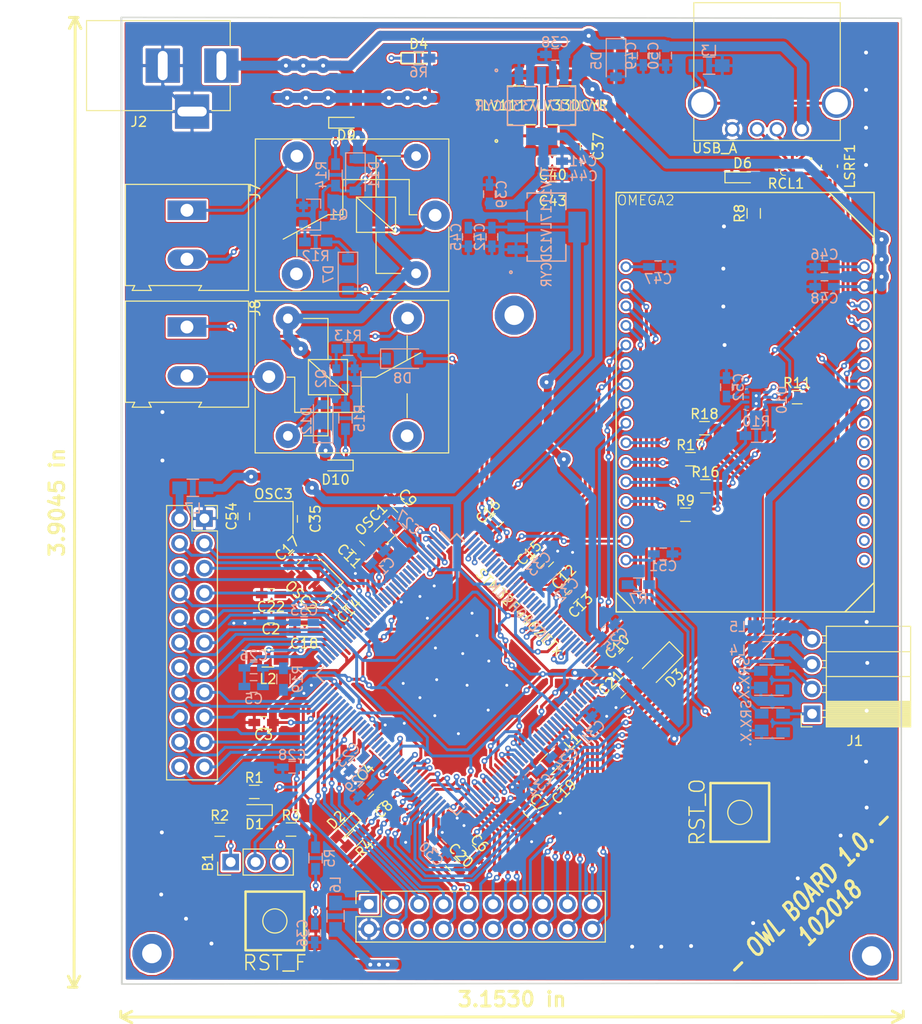
<source format=kicad_pcb>
(kicad_pcb (version 20171130) (host pcbnew 5.0.1-33cea8e~67~ubuntu16.04.1)
  (title_block (title "OWL_BOARD 1.0.") (date 10/2018) (company "Fabio Segura") (comment 1 "de la Maestría en Ingeniería Electrónica de la Universidad Nacional de Colombia") (comment 2 "Tarjeta diseñada para la asiganatura \"Diseño e implementación de sistemas embebidos\""))
  (layers (0 F.Cu signal) (31 B.Cu signal) (34 B.Paste user) (35 F.Paste user) (36 B.SilkS user) (37 F.SilkS user) (38 B.Mask user hide) (39 F.Mask user hide) (44 Edge.Cuts user))
  (net 0 "")
  (net 1 GND)
  (net 2 /Sheet1/OSC32_IN)
  (net 3 /Sheet1/OSC32_OUT)
  (net 4 /Sheet1/OSC_IN)
  (net 5 /Sheet1/OSC_OUT)
  (net 6 /Sheet1/VCAP1)
  (net 7 /Sheet1/VCAP2)
  (net 8 /Sheet4/+1V2_FPGA)
  (net 9 /Sheet4/+3V3_FPGA)
  (net 10 /sheet3/CRESET_B)
  (net 11 "Net-(C46-Pad1)")
  (net 12 "Net-(C47-Pad1)")
  (net 13 /Sheet2/RESET)
  (net 14 "Net-(D1-Pad2)")
  (net 15 "Net-(D2-Pad2)")
  (net 16 "Net-(D4-Pad1)")
  (net 17 "Net-(D6-Pad2)")
  (net 18 "Net-(D7-Pad1)")
  (net 19 /Sheet5/IN_REL1)
  (net 20 /Sheet5/IN_REL2)
  (net 21 "Net-(D8-Pad1)")
  (net 22 "Net-(D9-Pad1)")
  (net 23 +5VA)
  (net 24 "Net-(D10-Pad1)")
  (net 25 "Net-(D11-Pad2)")
  (net 26 "Net-(D12-Pad2)")
  (net 27 /TX_IN)
  (net 28 /RX_OUT)
  (net 29 "Net-(J3-Pad5)")
  (net 30 "Net-(J3-Pad2)")
  (net 31 "Net-(J3-Pad3)")
  (net 32 "Net-(J4-Pad3)")
  (net 33 /Sheet1/BOOT1)
  (net 34 "Net-(J4-Pad1)")
  (net 35 /sheet3/GPIO0)
  (net 36 /sheet3/GPIO1)
  (net 37 /sheet3/GPIO2)
  (net 38 /sheet3/GPIO3)
  (net 39 /sheet3/GPIO4)
  (net 40 /sheet3/GPIO5)
  (net 41 /sheet3/GPIO6)
  (net 42 /sheet3/GPIO7)
  (net 43 /sheet3/GPIO8)
  (net 44 /sheet3/GPIO9)
  (net 45 /sheet3/GPIO19)
  (net 46 /sheet3/GPIO18)
  (net 47 /sheet3/GPIO17)
  (net 48 /sheet3/GPIO16)
  (net 49 /sheet3/GPIO15)
  (net 50 /sheet3/GPIO14)
  (net 51 /sheet3/GPIO13)
  (net 52 /sheet3/GPIO12)
  (net 53 /sheet3/GPIO11)
  (net 54 /sheet3/GPIO10)
  (net 55 /Sheet1/USR18)
  (net 56 /Sheet1/USR17)
  (net 57 /Sheet1/USR16)
  (net 58 /Sheet1/USR15)
  (net 59 /Sheet1/USR14)
  (net 60 /Sheet1/USR13)
  (net 61 /Sheet1/USR12)
  (net 62 /Sheet1/USR11)
  (net 63 /Sheet1/USR10)
  (net 64 /Sheet1/USR9)
  (net 65 /Sheet1/USR8)
  (net 66 /Sheet1/USR7)
  (net 67 /Sheet1/USR6)
  (net 68 /Sheet1/USR5)
  (net 69 /Sheet1/USR4)
  (net 70 /Sheet1/USR3)
  (net 71 /Sheet1/USR2)
  (net 72 /Sheet1/USR1)
  (net 73 "Net-(J7-Pad1)")
  (net 74 "Net-(J7-Pad2)")
  (net 75 "Net-(J8-Pad2)")
  (net 76 "Net-(J8-Pad1)")
  (net 77 /Sheet1/VDDUSB)
  (net 78 /Sheet1/VDDA)
  (net 79 /Sheet2/USB+)
  (net 80 /Sheet2/USB-)
  (net 81 /Sheet1/PROBE)
  (net 82 "Net-(R4-Pad1)")
  (net 83 /Sheet2/PROBE)
  (net 84 /SERIAL_RX)
  (net 85 "Net-(U1-Pad4)")
  (net 86 "Net-(U2-Pad4)")
  (net 87 /SERIAL_TX)
  (net 88 /Sheet1/FMCNBL1)
  (net 89 /Sheet1/FMCNBL0)
  (net 90 /Sheet1/BOOT0)
  (net 91 /Sheet1/CTRL0)
  (net 92 "Net-(U3-Pad136)")
  (net 93 "Net-(U3-Pad135)")
  (net 94 /Sheet1/JTAG4)
  (net 95 /Sheet1/JTAG3)
  (net 96 "Net-(U3-Pad132)")
  (net 97 "Net-(U3-Pad129)")
  (net 98 "Net-(U3-Pad127)")
  (net 99 "Net-(U3-Pad126)")
  (net 100 "Net-(U3-Pad125)")
  (net 101 "Net-(U3-Pad124)")
  (net 102 /Sheet1/CTRL5)
  (net 103 /Sheet1/CTRL4)
  (net 104 /Sheet1/CTRL3)
  (net 105 /Sheet1/CTRL2)
  (net 106 /Sheet1/CTRL1)
  (net 107 "Net-(U3-Pad116)")
  (net 108 /Sheet1/FMCAD3)
  (net 109 /Sheet1/FMCAD2)
  (net 110 /Sheet1/JTAG2)
  (net 111 /Sheet1/JTAG0)
  (net 112 /Sheet1/JTAG1)
  (net 113 "Net-(U3-Pad104)")
  (net 114 "Net-(U3-Pad103)")
  (net 115 "Net-(U3-Pad93)")
  (net 116 "Net-(U3-Pad92)")
  (net 117 "Net-(U3-Pad91)")
  (net 118 "Net-(U3-Pad90)")
  (net 119 "Net-(U3-Pad89)")
  (net 120 "Net-(U3-Pad88)")
  (net 121 "Net-(U3-Pad87)")
  (net 122 /Sheet1/FMCAD1)
  (net 123 /Sheet1/FMCAD0)
  (net 124 /Sheet1/FMCA18)
  (net 125 /Sheet1/FMCA17)
  (net 126 /Sheet1/FMCA16)
  (net 127 /Sheet1/FMCAD15)
  (net 128 /Sheet1/FMCAD14)
  (net 129 /Sheet1/FMCAD13)
  (net 130 /Sheet1/FMCAD12)
  (net 131 /Sheet1/FMCAD11)
  (net 132 /Sheet1/FMCAD10)
  (net 133 /Sheet1/FMCAD9)
  (net 134 /Sheet1/FMCAD8)
  (net 135 /Sheet1/FMCAD7)
  (net 136 /Sheet1/FMCAD6)
  (net 137 /Sheet1/FMCAD5)
  (net 138 /Sheet1/FMCAD4)
  (net 139 "Net-(U3-Pad55)")
  (net 140 "Net-(U3-Pad54)")
  (net 141 "Net-(U3-Pad53)")
  (net 142 "Net-(U3-Pad50)")
  (net 143 "Net-(U3-Pad49)")
  (net 144 "Net-(U3-Pad45)")
  (net 145 "Net-(U3-Pad26)")
  (net 146 /Sheet2/JNRST)
  (net 147 "Net-(U3-Pad22)")
  (net 148 "Net-(U3-Pad21)")
  (net 149 "Net-(U3-Pad20)")
  (net 150 "Net-(U3-Pad19)")
  (net 151 "Net-(U3-Pad18)")
  (net 152 "Net-(U3-Pad15)")
  (net 153 "Net-(U3-Pad12)")
  (net 154 "Net-(U3-Pad11)")
  (net 155 "Net-(U3-Pad10)")
  (net 156 "Net-(U3-Pad7)")
  (net 157 "Net-(U3-Pad6)")
  (net 158 "Net-(U4-Pad15)")
  (net 159 "Net-(U4-Pad16)")
  (net 160 "Net-(U4-Pad17)")
  (net 161 "Net-(U4-Pad18)")
  (net 162 "Net-(U4-Pad40)")
  (net 163 "Net-(U4-Pad52)")
  (net 164 "Net-(U4-Pad53)")
  (net 165 "Net-(U4-Pad54)")
  (net 166 "Net-(U4-Pad55)")
  (net 167 "Net-(U4-Pad63)")
  (net 168 "Net-(U4-Pad64)")
  (net 169 "Net-(U4-Pad77)")
  (net 170 "Net-(U4-Pad82)")
  (net 171 "Net-(U4-Pad83)")
  (net 172 "Net-(U4-Pad84)")
  (net 173 "Net-(U4-Pad85)")
  (net 174 "Net-(U4-Pad93)")
  (net 175 "Net-(U4-Pad94)")
  (net 176 "Net-(U4-Pad95)")
  (net 177 "Net-(U4-Pad96)")
  (net 178 "Net-(U4-Pad97)")
  (net 179 "Net-(U4-Pad98)")
  (net 180 "Net-(U4-Pad99)")
  (net 181 "Net-(U4-Pad101)")
  (net 182 "Net-(D3-Pad1)")
  (net 183 "Net-(U4-Pad109)")
  (net 184 "Net-(U4-Pad110)")
  (net 185 "Net-(U4-Pad124)")
  (net 186 "Net-(U4-Pad125)")
  (net 187 "Net-(U4-Pad126)")
  (net 188 "Net-(U4-Pad127)")
  (net 189 "Net-(U4-Pad129)")
  (net 190 "Net-(U4-Pad130)")
  (net 191 "Net-(U4-Pad131)")
  (net 192 "Net-(U4-Pad143)")
  (net 193 "Net-(U4-Pad144)")
  (net 194 /Sheet2/RST)
  (net 195 /Sheet2/SPI0)
  (net 196 /Sheet2/SPI1)
  (net 197 /Sheet2/SPI2)
  (net 198 /Sheet2/SPI3)
  (net 199 "Net-(U8-Pad24)")
  (net 200 "Net-(U8-Pad23)")
  (net 201 "Net-(U8-Pad22)")
  (net 202 "Net-(U8-Pad21)")
  (net 203 "Net-(U8-Pad20)")
  (net 204 "Net-(U8-Pad19)")
  (net 205 "Net-(U8-Pad18)")
  (net 206 "Net-(U8-Pad17)")
  (net 207 "Net-(K1-Pad4)")
  (net 208 "Net-(K2-Pad3)")
  (net 209 "Net-(Q1-Pad1)")
  (net 210 "Net-(Q2-Pad1)")
  (net 211 /Sheet1/FMCA24)
  (net 212 "Net-(U3-Pad113)")
  (net 213 /Sheet1/UART4_RX)
  (net 214 /Sheet1/UART4_TX)
  (net 215 /Sheet1/FMCA22)
  (net 216 /Sheet1/FMCA21)
  (net 217 /Sheet1/FMCA20)
  (net 218 /Sheet1/FMCA19)
  (net 219 /Sheet1/FMCA23)
  (net 220 "Net-(R9-Pad1)")
  (net 221 "Net-(R16-Pad1)")
  (net 222 "Net-(R17-Pad1)")
  (net 223 "Net-(R18-Pad1)")
  (net 224 "Net-(U3-Pad46)")
  (net 225 "Net-(U3-Pad44)")
  (net 226 "Net-(U3-Pad36)")
  (net 227 "Net-(U3-Pad35)")
  (net 228 "Net-(U3-Pad34)")
  (net 229 "Net-(U3-Pad29)")
  (net 230 "Net-(U3-Pad28)")
  (net 231 "Net-(U3-Pad27)")
  (net 232 "Net-(U4-Pad8)")
  (net 233 "Net-(U4-Pad9)")
  (net 234 "Net-(U4-Pad10)")
  (net 235 "Net-(U4-Pad11)")
  (net 236 "Net-(U4-Pad12)")
  (net 237 "Net-(U4-Pad47)")
  (net 238 "Net-(U4-Pad48)")
  (net 239 "Net-(U4-Pad49)")
  (net 240 "Net-(U4-Pad50)")
  (net 241 "Net-(U4-Pad102)")
  (net 242 "Net-(U4-Pad104)")
  (net 243 "Net-(U4-Pad105)")
  (net 244 "Net-(U4-Pad106)")
  (net 245 "Net-(U4-Pad107)")
  (net 246 "Net-(U4-Pad112)")
  (net 247 "Net-(U4-Pad113)")
  (net 248 "Net-(U4-Pad116)")
  (net 249 "Net-(U4-Pad134)")
  (net 250 "Net-(U4-Pad135)")
  (net 251 "Net-(U4-Pad136)")
  (net 252 "Net-(U4-Pad138)")
  (net 253 "Net-(U4-Pad139)")
  (net 254 "Net-(J1-Pad3)")
  (net 255 "Net-(J6-Pad1)")
  (net 256 "Net-(U3-Pad57)")
  (net 257 "Net-(U3-Pad56)")
  (net 258 /3V3_O)
  (net 259 "Net-(J1-Pad4)")
  (net 260 "Net-(U3-Pad14)")
  (net 261 "Net-(U3-Pad13)")
  (net 262 /Sheet4/+3V3)
  (net 263 "Net-(J5-Pad2)")
  (net 264 "Net-(U4-Pad117)")
  (net 265 /sheet3/VCCPLL)
  (net 266 /sheet3/PLLGND)
  (net 267 /sheet3/OSC_IN)
  (net 268 /sheet3/OSC_OUT)
  (module Crystal:Crystal_SMD_3215-2Pin_3.2x1.5mm (layer F.Cu) (at 138.424883 97.096617 45)
    (fp_text reference OSC1 (at 0 -2 45) (layer F.SilkS))
    (fp_text value 32,768K)
    (pad 2 smd rect (at -1.249999 0 45) (size 1 1.8) (layers F.Cu F.Paste F.Mask) (net 3 /Sheet1/OSC32_OUT))
    (pad 1 smd rect (at 1.249999 0 45) (size 1 1.8) (layers F.Cu F.Paste F.Mask) (net 2 /Sheet1/OSC32_IN))
  )
  (module Wire_Pads:SolderWirePad_single_2mmDrill (layer F.Cu) (at 151.638 74.803)
    (fp_text reference REF** hide)
    (fp_text value SolderWirePad_single_2mmDrill)
    (pad 1 thru_hole circle (at 0 0) (size 4 4) (drill 2) (layers *.Cu *.Mask))
  )
  (module Wire_Pads:SolderWirePad_single_2mmDrill (layer F.Cu) (at 188.214 140.335)
    (fp_text reference REF** hide)
    (fp_text value SolderWirePad_single_2mmDrill)
    (pad 1 thru_hole circle (at 0 0) (size 4 4) (drill 2) (layers *.Cu *.Mask))
  )
  (module Switch:TACTILE_SWITCH_6mm (layer F.Cu) (at 174.752 125.603 90)
    (fp_text reference RST_O (at -0.0254 -4.3942 90) (layer F.SilkS) (effects (font (size 1.524 1.524))))
    (fp_text value SW_Push hide)
    (pad 1 smd rect (at 4.1148 -2.3114 180) (size 1.5 2) (layers F.Cu F.Paste F.Mask) (net 13 /Sheet2/RESET))
    (pad 1 smd rect (at -4.1402 -2.2352 180) (size 1.5 2) (layers F.Cu F.Paste F.Mask) (net 13 /Sheet2/RESET))
    (pad 2 smd rect (at 4.1402 2.2098 180) (size 1.5 2) (layers F.Cu F.Paste F.Mask) (net 1 GND))
    (pad 2 smd rect (at -4.1402 2.2352 180) (size 1.5 2) (layers F.Cu F.Paste F.Mask) (net 1 GND))
  )
  (module Switch:TACTILE_SWITCH_6mm (layer F.Cu) (at 127.1905 136.779)
    (fp_text reference RST_F (at -0.0635 4.2545) (layer F.SilkS) (effects (font (size 1.524 1.524))))
    (fp_text value SW_Push hide)
    (pad 1 smd rect (at 4.1148 -2.3114 90) (size 1.5 2) (layers F.Cu F.Paste F.Mask) (net 10 /sheet3/CRESET_B))
    (pad 1 smd rect (at -4.1402 -2.2352 90) (size 1.5 2) (layers F.Cu F.Paste F.Mask) (net 10 /sheet3/CRESET_B))
    (pad 2 smd rect (at 4.1402 2.2098 90) (size 1.5 2) (layers F.Cu F.Paste F.Mask) (net 1 GND))
    (pad 2 smd rect (at -4.1402 2.2352 90) (size 1.5 2) (layers F.Cu F.Paste F.Mask) (net 1 GND))
  )
  (module Capacitors_SMD:C_0603_HandSoldering (layer F.Cu) (at 149.86 95.7707 45)
    (fp_text reference C16 (at 0 -1.249999 45) (layer F.SilkS))
    (fp_text value 4.7uF)
    (pad 2 smd rect (at 0.949999 0 45) (size 1.2 0.75) (layers F.Cu F.Paste F.Mask) (net 1 GND))
    (pad 1 smd rect (at -0.949999 0 45) (size 1.2 0.75) (layers F.Cu F.Paste F.Mask) (net 262 /Sheet4/+3V3))
  )
  (module Capacitors_SMD:C_0603_HandSoldering (layer F.Cu) (at 130.1369 107.1245 180)
    (fp_text reference C18 (at 0 -1.25 180) (layer F.SilkS))
    (fp_text value 100nF)
    (pad 2 smd rect (at 0.95 0 180) (size 1.2 0.75) (layers F.Cu F.Paste F.Mask) (net 1 GND))
    (pad 1 smd rect (at -0.95 0 180) (size 1.2 0.75) (layers F.Cu F.Paste F.Mask) (net 262 /Sheet4/+3V3))
  )
  (module Capacitors_SMD:C_0603_HandSoldering (layer F.Cu) (at 145.288 130.937 315)
    (fp_text reference C20 (at 0 -1.25 315) (layer F.SilkS))
    (fp_text value 2.2uF)
    (pad 2 smd rect (at 0.949999 0 315) (size 1.2 0.75) (layers F.Cu F.Paste F.Mask) (net 1 GND))
    (pad 1 smd rect (at -0.949999 0 315) (size 1.2 0.75) (layers F.Cu F.Paste F.Mask) (net 6 /Sheet1/VCAP1))
  )
  (module Socket_Strips:Socket_Strip_Straight_2x11_Pitch2.54mm (layer F.Cu) (at 119.928857 95.596322)
    (fp_text reference J5 hide)
    (fp_text value Conn_02x11_Counter_Clockwise)
    (pad 22 thru_hole oval (at -2.54 25.4) (size 1.7 1.7) (drill 1) (layers *.Cu *.Mask) (net 45 /sheet3/GPIO19))
    (pad 21 thru_hole oval (at 0 25.4) (size 1.7 1.7) (drill 1) (layers *.Cu *.Mask) (net 46 /sheet3/GPIO18))
    (pad 20 thru_hole oval (at -2.54 22.86) (size 1.7 1.7) (drill 1) (layers *.Cu *.Mask) (net 47 /sheet3/GPIO17))
    (pad 19 thru_hole oval (at 0 22.86) (size 1.7 1.7) (drill 1) (layers *.Cu *.Mask) (net 48 /sheet3/GPIO16))
    (pad 18 thru_hole oval (at -2.54 20.32) (size 1.7 1.7) (drill 1) (layers *.Cu *.Mask) (net 49 /sheet3/GPIO15))
    (pad 17 thru_hole oval (at 0 20.32) (size 1.7 1.7) (drill 1) (layers *.Cu *.Mask) (net 50 /sheet3/GPIO14))
    (pad 16 thru_hole oval (at -2.54 17.78) (size 1.7 1.7) (drill 1) (layers *.Cu *.Mask) (net 51 /sheet3/GPIO13))
    (pad 15 thru_hole oval (at 0 17.78) (size 1.7 1.7) (drill 1) (layers *.Cu *.Mask) (net 52 /sheet3/GPIO12))
    (pad 14 thru_hole oval (at -2.54 15.24) (size 1.7 1.7) (drill 1) (layers *.Cu *.Mask) (net 53 /sheet3/GPIO11))
    (pad 13 thru_hole oval (at 0 15.24) (size 1.7 1.7) (drill 1) (layers *.Cu *.Mask) (net 54 /sheet3/GPIO10))
    (pad 12 thru_hole oval (at -2.54 12.7) (size 1.7 1.7) (drill 1) (layers *.Cu *.Mask) (net 44 /sheet3/GPIO9))
    (pad 11 thru_hole oval (at 0 12.7) (size 1.7 1.7) (drill 1) (layers *.Cu *.Mask) (net 43 /sheet3/GPIO8))
    (pad 10 thru_hole oval (at -2.54 10.16) (size 1.7 1.7) (drill 1) (layers *.Cu *.Mask) (net 42 /sheet3/GPIO7))
    (pad 9 thru_hole oval (at 0 10.16) (size 1.7 1.7) (drill 1) (layers *.Cu *.Mask) (net 41 /sheet3/GPIO6))
    (pad 8 thru_hole oval (at -2.54 7.62) (size 1.7 1.7) (drill 1) (layers *.Cu *.Mask) (net 40 /sheet3/GPIO5))
    (pad 7 thru_hole oval (at 0 7.62) (size 1.7 1.7) (drill 1) (layers *.Cu *.Mask) (net 39 /sheet3/GPIO4))
    (pad 6 thru_hole oval (at -2.54 5.08) (size 1.7 1.7) (drill 1) (layers *.Cu *.Mask) (net 38 /sheet3/GPIO3))
    (pad 5 thru_hole oval (at 0 5.08) (size 1.7 1.7) (drill 1) (layers *.Cu *.Mask) (net 37 /sheet3/GPIO2))
    (pad 4 thru_hole oval (at -2.54 2.54) (size 1.7 1.7) (drill 1) (layers *.Cu *.Mask) (net 36 /sheet3/GPIO1))
    (pad 3 thru_hole oval (at 0 2.54) (size 1.7 1.7) (drill 1) (layers *.Cu *.Mask) (net 35 /sheet3/GPIO0))
    (pad 2 thru_hole oval (at -2.54 0) (size 1.7 1.7) (drill 1) (layers *.Cu *.Mask) (net 263 "Net-(J5-Pad2)"))
    (pad 1 thru_hole rect (at 0 0) (size 1.7 1.7) (drill 1) (layers *.Cu *.Mask) (net 1 GND))
  )
  (module ICE40LPH:LQFP-144_20x20mm_Pitch0.5mm (layer F.Cu) (at 145.747957 111.560222 315)
    (fp_text reference ICE40HX1K (at -0.04927 -9.09747 315) (layer B.SilkS) (effects (justify mirror)))
    (fp_text value ICE40HX1K)
    (pad 1 smd rect (at -10.7 -8.7754 135) (size 1.55 0.3) (layers B.Cu B.Paste B.Mask) (net 219 /Sheet1/FMCA23))
    (pad 2 smd rect (at -10.7 -8.2754 135) (size 1.55 0.3) (layers B.Cu B.Paste B.Mask) (net 215 /Sheet1/FMCA22))
    (pad 3 smd rect (at -10.7 -7.775401 135) (size 1.55 0.3) (layers B.Cu B.Paste B.Mask) (net 218 /Sheet1/FMCA19))
    (pad 4 smd rect (at -10.7 -7.2754 135) (size 1.55 0.3) (layers B.Cu B.Paste B.Mask) (net 217 /Sheet1/FMCA20))
    (pad 5 smd rect (at -10.7 -6.7754 135) (size 1.55 0.3) (layers B.Cu B.Paste B.Mask) (net 1 GND))
    (pad 6 smd rect (at -10.7 -6.275399 135) (size 1.55 0.3) (layers B.Cu B.Paste B.Mask) (net 9 /Sheet4/+3V3_FPGA))
    (pad 7 smd rect (at -10.7 -5.7754 135) (size 1.55 0.3) (layers B.Cu B.Paste B.Mask) (net 216 /Sheet1/FMCA21))
    (pad 8 smd rect (at -10.7 -5.275401 135) (size 1.55 0.3) (layers B.Cu B.Paste B.Mask) (net 232 "Net-(U4-Pad8)"))
    (pad 9 smd rect (at -10.7 -4.7754 135) (size 1.55 0.3) (layers B.Cu B.Paste B.Mask) (net 233 "Net-(U4-Pad9)"))
    (pad 10 smd rect (at -10.7 -4.2754 135) (size 1.55 0.3) (layers B.Cu B.Paste B.Mask) (net 234 "Net-(U4-Pad10)"))
    (pad 11 smd rect (at -10.700001 -3.7754 135) (size 1.55 0.3) (layers B.Cu B.Paste B.Mask) (net 235 "Net-(U4-Pad11)"))
    (pad 12 smd rect (at -10.7 -3.2754 135) (size 1.55 0.3) (layers B.Cu B.Paste B.Mask) (net 236 "Net-(U4-Pad12)"))
    (pad 13 smd rect (at -10.7 -2.7754 135) (size 1.55 0.3) (layers B.Cu B.Paste B.Mask) (net 1 GND))
    (pad 14 smd rect (at -10.7 -2.2754 135) (size 1.55 0.3) (layers B.Cu B.Paste B.Mask) (net 1 GND))
    (pad 15 smd rect (at -10.7 -1.7754 135) (size 1.55 0.3) (layers B.Cu B.Paste B.Mask) (net 158 "Net-(U4-Pad15)"))
    (pad 16 smd rect (at -10.700001 -1.2754 135) (size 1.55 0.3) (layers B.Cu B.Paste B.Mask) (net 159 "Net-(U4-Pad16)"))
    (pad 17 smd rect (at -10.7 -0.7754 135) (size 1.55 0.3) (layers B.Cu B.Paste B.Mask) (net 160 "Net-(U4-Pad17)"))
    (pad 18 smd rect (at -10.7 -0.2754 135) (size 1.55 0.3) (layers B.Cu B.Paste B.Mask) (net 161 "Net-(U4-Pad18)"))
    (pad 19 smd rect (at -10.7 0.2246 135) (size 1.55 0.3) (layers B.Cu B.Paste B.Mask) (net 35 /sheet3/GPIO0))
    (pad 20 smd rect (at -10.7 0.7246 135) (size 1.55 0.3) (layers B.Cu B.Paste B.Mask) (net 267 /sheet3/OSC_IN))
    (pad 21 smd rect (at -10.700001 1.2246 135) (size 1.55 0.3) (layers B.Cu B.Paste B.Mask) (net 268 /sheet3/OSC_OUT))
    (pad 22 smd rect (at -10.7 1.7246 135) (size 1.55 0.3) (layers B.Cu B.Paste B.Mask) (net 36 /sheet3/GPIO1))
    (pad 23 smd rect (at -10.7 2.2246 135) (size 1.55 0.3) (layers B.Cu B.Paste B.Mask) (net 37 /sheet3/GPIO2))
    (pad 24 smd rect (at -10.7 2.724601 135) (size 1.55 0.3) (layers B.Cu B.Paste B.Mask) (net 38 /sheet3/GPIO3))
    (pad 25 smd rect (at -10.7 3.2246 135) (size 1.55 0.3) (layers B.Cu B.Paste B.Mask) (net 39 /sheet3/GPIO4))
    (pad 26 smd rect (at -10.7 3.724599 135) (size 1.55 0.3) (layers B.Cu B.Paste B.Mask) (net 40 /sheet3/GPIO5))
    (pad 27 smd rect (at -10.7 4.2246 135) (size 1.55 0.3) (layers B.Cu B.Paste B.Mask) (net 8 /Sheet4/+1V2_FPGA))
    (pad 28 smd rect (at -10.7 4.7246 135) (size 1.55 0.3) (layers B.Cu B.Paste B.Mask) (net 41 /sheet3/GPIO6))
    (pad 29 smd rect (at -10.7 5.224601 135) (size 1.55 0.3) (layers B.Cu B.Paste B.Mask) (net 42 /sheet3/GPIO7))
    (pad 30 smd rect (at -10.7 5.7246 135) (size 1.55 0.3) (layers B.Cu B.Paste B.Mask) (net 9 /Sheet4/+3V3_FPGA))
    (pad 31 smd rect (at -10.7 6.224599 135) (size 1.55 0.3) (layers B.Cu B.Paste B.Mask) (net 43 /sheet3/GPIO8))
    (pad 32 smd rect (at -10.7 6.7246 135) (size 1.55 0.3) (layers B.Cu B.Paste B.Mask) (net 44 /sheet3/GPIO9))
    (pad 33 smd rect (at -10.7 7.2246 135) (size 1.55 0.3) (layers B.Cu B.Paste B.Mask) (net 54 /sheet3/GPIO10))
    (pad 34 smd rect (at -10.700001 7.7246 135) (size 1.55 0.3) (layers B.Cu B.Paste B.Mask) (net 53 /sheet3/GPIO11))
    (pad 35 smd rect (at -10.7 8.2246 135) (size 1.55 0.3) (layers B.Cu B.Paste B.Mask) (net 266 /sheet3/PLLGND))
    (pad 36 smd rect (at -10.7 8.7246 135) (size 1.55 0.3) (layers B.Cu B.Paste B.Mask) (net 265 /sheet3/VCCPLL))
    (pad 37 smd rect (at -8.75 10.6746 225) (size 1.55 0.3) (layers B.Cu B.Paste B.Mask) (net 52 /sheet3/GPIO12))
    (pad 38 smd rect (at -8.25 10.6746 225) (size 1.55 0.3) (layers B.Cu B.Paste B.Mask) (net 51 /sheet3/GPIO13))
    (pad 39 smd rect (at -7.750001 10.6746 225) (size 1.55 0.3) (layers B.Cu B.Paste B.Mask) (net 50 /sheet3/GPIO14))
    (pad 40 smd rect (at -7.25 10.6746 225) (size 1.55 0.3) (layers B.Cu B.Paste B.Mask) (net 162 "Net-(U4-Pad40)"))
    (pad 41 smd rect (at -6.75 10.6746 225) (size 1.55 0.3) (layers B.Cu B.Paste B.Mask) (net 49 /sheet3/GPIO15))
    (pad 42 smd rect (at -6.249999 10.6746 225) (size 1.55 0.3) (layers B.Cu B.Paste B.Mask) (net 48 /sheet3/GPIO16))
    (pad 43 smd rect (at -5.75 10.6746 225) (size 1.55 0.3) (layers B.Cu B.Paste B.Mask) (net 47 /sheet3/GPIO17))
    (pad 44 smd rect (at -5.250001 10.6746 225) (size 1.55 0.3) (layers B.Cu B.Paste B.Mask) (net 46 /sheet3/GPIO18))
    (pad 45 smd rect (at -4.75 10.6746 225) (size 1.55 0.3) (layers B.Cu B.Paste B.Mask) (net 45 /sheet3/GPIO19))
    (pad 46 smd rect (at -4.25 10.6746 225) (size 1.55 0.3) (layers B.Cu B.Paste B.Mask) (net 9 /Sheet4/+3V3_FPGA))
    (pad 47 smd rect (at -3.749999 10.6746 225) (size 1.55 0.3) (layers B.Cu B.Paste B.Mask) (net 237 "Net-(U4-Pad47)"))
    (pad 48 smd rect (at -3.25 10.6746 225) (size 1.55 0.3) (layers B.Cu B.Paste B.Mask) (net 238 "Net-(U4-Pad48)"))
    (pad 49 smd rect (at -2.75 10.6746 225) (size 1.55 0.3) (layers B.Cu B.Paste B.Mask) (net 239 "Net-(U4-Pad49)"))
    (pad 50 smd rect (at -2.25 10.6746 225) (size 1.55 0.3) (layers B.Cu B.Paste B.Mask) (net 240 "Net-(U4-Pad50)"))
    (pad 51 smd rect (at -1.75 10.6746 225) (size 1.55 0.3) (layers B.Cu B.Paste B.Mask) (net 8 /Sheet4/+1V2_FPGA))
    (pad 52 smd rect (at -1.25 10.674601 225) (size 1.55 0.3) (layers B.Cu B.Paste B.Mask) (net 163 "Net-(U4-Pad52)"))
    (pad 53 smd rect (at -0.75 10.6746 225) (size 1.55 0.3) (layers B.Cu B.Paste B.Mask) (net 164 "Net-(U4-Pad53)"))
    (pad 54 smd rect (at -0.25 10.6746 225) (size 1.55 0.3) (layers B.Cu B.Paste B.Mask) (net 165 "Net-(U4-Pad54)"))
    (pad 55 smd rect (at 0.25 10.6746 225) (size 1.55 0.3) (layers B.Cu B.Paste B.Mask) (net 166 "Net-(U4-Pad55)"))
    (pad 56 smd rect (at 0.75 10.6746 225) (size 1.55 0.3) (layers B.Cu B.Paste B.Mask) (net 138 /Sheet1/FMCAD4))
    (pad 57 smd rect (at 1.25 10.674601 225) (size 1.55 0.3) (layers B.Cu B.Paste B.Mask) (net 9 /Sheet4/+3V3_FPGA))
    (pad 58 smd rect (at 1.75 10.6746 225) (size 1.55 0.3) (layers B.Cu B.Paste B.Mask) (net 137 /Sheet1/FMCAD5))
    (pad 59 smd rect (at 2.25 10.6746 225) (size 1.55 0.3) (layers B.Cu B.Paste B.Mask) (net 1 GND))
    (pad 60 smd rect (at 2.75 10.6746 225) (size 1.55 0.3) (layers B.Cu B.Paste B.Mask) (net 136 /Sheet1/FMCAD6))
    (pad 61 smd rect (at 3.25 10.6746 225) (size 1.55 0.3) (layers B.Cu B.Paste B.Mask) (net 135 /Sheet1/FMCAD7))
    (pad 62 smd rect (at 3.749999 10.6746 225) (size 1.55 0.3) (layers B.Cu B.Paste B.Mask) (net 134 /Sheet1/FMCAD8))
    (pad 63 smd rect (at 4.25 10.6746 225) (size 1.55 0.3) (layers B.Cu B.Paste B.Mask) (net 167 "Net-(U4-Pad63)"))
    (pad 64 smd rect (at 4.75 10.6746 225) (size 1.55 0.3) (layers B.Cu B.Paste B.Mask) (net 168 "Net-(U4-Pad64)"))
    (pad 65 smd rect (at 5.250001 10.6746 225) (size 1.55 0.3) (layers B.Cu B.Paste B.Mask) (net 82 "Net-(R4-Pad1)"))
    (pad 66 smd rect (at 5.75 10.6746 225) (size 1.55 0.3) (layers B.Cu B.Paste B.Mask) (net 10 /sheet3/CRESET_B))
    (pad 67 smd rect (at 6.249999 10.6746 225) (size 1.55 0.3) (layers B.Cu B.Paste B.Mask) (net 198 /Sheet2/SPI3))
    (pad 68 smd rect (at 6.75 10.6746 225) (size 1.55 0.3) (layers B.Cu B.Paste B.Mask) (net 197 /Sheet2/SPI2))
    (pad 69 smd rect (at 7.25 10.6746 225) (size 1.55 0.3) (layers B.Cu B.Paste B.Mask) (net 1 GND))
    (pad 70 smd rect (at 7.750001 10.6746 225) (size 1.55 0.3) (layers B.Cu B.Paste B.Mask) (net 196 /Sheet2/SPI1))
    (pad 71 smd rect (at 8.25 10.6746 225) (size 1.55 0.3) (layers B.Cu B.Paste B.Mask) (net 195 /Sheet2/SPI0))
    (pad 72 smd rect (at 8.75 10.6746 225) (size 1.55 0.3) (layers B.Cu B.Paste B.Mask) (net 9 /Sheet4/+3V3_FPGA))
    (pad 73 smd rect (at 10.7 8.7246 135) (size 1.55 0.3) (layers B.Cu B.Paste B.Mask) (net 133 /Sheet1/FMCAD9))
    (pad 74 smd rect (at 10.7 8.2246 135) (size 1.55 0.3) (layers B.Cu B.Paste B.Mask) (net 132 /Sheet1/FMCAD10))
    (pad 75 smd rect (at 10.700001 7.7246 135) (size 1.55 0.3) (layers B.Cu B.Paste B.Mask) (net 131 /Sheet1/FMCAD11))
    (pad 76 smd rect (at 10.7 7.2246 135) (size 1.55 0.3) (layers B.Cu B.Paste B.Mask) (net 130 /Sheet1/FMCAD12))
    (pad 77 smd rect (at 10.7 6.7246 135) (size 1.55 0.3) (layers B.Cu B.Paste B.Mask) (net 169 "Net-(U4-Pad77)"))
    (pad 78 smd rect (at 10.7 6.224599 135) (size 1.55 0.3) (layers B.Cu B.Paste B.Mask) (net 129 /Sheet1/FMCAD13))
    (pad 79 smd rect (at 10.7 5.7246 135) (size 1.55 0.3) (layers B.Cu B.Paste B.Mask) (net 128 /Sheet1/FMCAD14))
    (pad 80 smd rect (at 10.7 5.224601 135) (size 1.55 0.3) (layers B.Cu B.Paste B.Mask) (net 127 /Sheet1/FMCAD15))
    (pad 81 smd rect (at 10.7 4.7246 135) (size 1.55 0.3) (layers B.Cu B.Paste B.Mask) (net 126 /Sheet1/FMCA16))
    (pad 82 smd rect (at 10.7 4.2246 135) (size 1.55 0.3) (layers B.Cu B.Paste B.Mask) (net 170 "Net-(U4-Pad82)"))
    (pad 83 smd rect (at 10.7 3.724599 135) (size 1.55 0.3) (layers B.Cu B.Paste B.Mask) (net 171 "Net-(U4-Pad83)"))
    (pad 84 smd rect (at 10.7 3.2246 135) (size 1.55 0.3) (layers B.Cu B.Paste B.Mask) (net 172 "Net-(U4-Pad84)"))
    (pad 85 smd rect (at 10.7 2.724601 135) (size 1.55 0.3) (layers B.Cu B.Paste B.Mask) (net 173 "Net-(U4-Pad85)"))
    (pad 86 smd rect (at 10.7 2.2246 135) (size 1.55 0.3) (layers B.Cu B.Paste B.Mask) (net 1 GND))
    (pad 87 smd rect (at 10.7 1.7246 135) (size 1.55 0.3) (layers B.Cu B.Paste B.Mask) (net 123 /Sheet1/FMCAD0))
    (pad 88 smd rect (at 10.700001 1.2246 135) (size 1.55 0.3) (layers B.Cu B.Paste B.Mask) (net 122 /Sheet1/FMCAD1))
    (pad 89 smd rect (at 10.7 0.7246 135) (size 1.55 0.3) (layers B.Cu B.Paste B.Mask) (net 9 /Sheet4/+3V3_FPGA))
    (pad 90 smd rect (at 10.7 0.2246 135) (size 1.55 0.3) (layers B.Cu B.Paste B.Mask) (net 125 /Sheet1/FMCA17))
    (pad 91 smd rect (at 10.7 -0.2754 135) (size 1.55 0.3) (layers B.Cu B.Paste B.Mask) (net 124 /Sheet1/FMCA18))
    (pad 92 smd rect (at 10.7 -0.7754 135) (size 1.55 0.3) (layers B.Cu B.Paste B.Mask) (net 8 /Sheet4/+1V2_FPGA))
    (pad 93 smd rect (at 10.700001 -1.2754 135) (size 1.55 0.3) (layers B.Cu B.Paste B.Mask) (net 174 "Net-(U4-Pad93)"))
    (pad 94 smd rect (at 10.7 -1.7754 135) (size 1.55 0.3) (layers B.Cu B.Paste B.Mask) (net 175 "Net-(U4-Pad94)"))
    (pad 95 smd rect (at 10.7 -2.2754 135) (size 1.55 0.3) (layers B.Cu B.Paste B.Mask) (net 176 "Net-(U4-Pad95)"))
    (pad 96 smd rect (at 10.7 -2.7754 135) (size 1.55 0.3) (layers B.Cu B.Paste B.Mask) (net 177 "Net-(U4-Pad96)"))
    (pad 97 smd rect (at 10.7 -3.2754 135) (size 1.55 0.3) (layers B.Cu B.Paste B.Mask) (net 178 "Net-(U4-Pad97)"))
    (pad 98 smd rect (at 10.700001 -3.7754 135) (size 1.55 0.3) (layers B.Cu B.Paste B.Mask) (net 179 "Net-(U4-Pad98)"))
    (pad 99 smd rect (at 10.7 -4.2754 135) (size 1.55 0.3) (layers B.Cu B.Paste B.Mask) (net 180 "Net-(U4-Pad99)"))
    (pad 100 smd rect (at 10.7 -4.7754 135) (size 1.55 0.3) (layers B.Cu B.Paste B.Mask) (net 9 /Sheet4/+3V3_FPGA))
    (pad 101 smd rect (at 10.7 -5.275401 135) (size 1.55 0.3) (layers B.Cu B.Paste B.Mask) (net 181 "Net-(U4-Pad101)"))
    (pad 102 smd rect (at 10.7 -5.7754 135) (size 1.55 0.3) (layers B.Cu B.Paste B.Mask) (net 241 "Net-(U4-Pad102)"))
    (pad 103 smd rect (at 10.7 -6.275399 135) (size 1.55 0.3) (layers B.Cu B.Paste B.Mask) (net 1 GND))
    (pad 104 smd rect (at 10.7 -6.7754 135) (size 1.55 0.3) (layers B.Cu B.Paste B.Mask) (net 242 "Net-(U4-Pad104)"))
    (pad 105 smd rect (at 10.7 -7.2754 135) (size 1.55 0.3) (layers B.Cu B.Paste B.Mask) (net 243 "Net-(U4-Pad105)"))
    (pad 106 smd rect (at 10.7 -7.775401 135) (size 1.55 0.3) (layers B.Cu B.Paste B.Mask) (net 244 "Net-(U4-Pad106)"))
    (pad 107 smd rect (at 10.7 -8.2754 135) (size 1.55 0.3) (layers B.Cu B.Paste B.Mask) (net 245 "Net-(U4-Pad107)"))
    (pad 108 smd rect (at 10.7 -8.7754 135) (size 1.55 0.3) (layers B.Cu B.Paste B.Mask) (net 182 "Net-(D3-Pad1)"))
    (pad 109 smd rect (at 8.75 -10.7254 225) (size 1.55 0.3) (layers B.Cu B.Paste B.Mask) (net 183 "Net-(U4-Pad109)"))
    (pad 110 smd rect (at 8.25 -10.7254 225) (size 1.55 0.3) (layers B.Cu B.Paste B.Mask) (net 184 "Net-(U4-Pad110)"))
    (pad 111 smd rect (at 7.75 -10.725401 225) (size 1.55 0.3) (layers B.Cu B.Paste B.Mask) (net 8 /Sheet4/+1V2_FPGA))
    (pad 112 smd rect (at 7.25 -10.7254 225) (size 1.55 0.3) (layers B.Cu B.Paste B.Mask) (net 246 "Net-(U4-Pad112)"))
    (pad 113 smd rect (at 6.75 -10.7254 225) (size 1.55 0.3) (layers B.Cu B.Paste B.Mask) (net 247 "Net-(U4-Pad113)"))
    (pad 114 smd rect (at 6.249999 -10.7254 225) (size 1.55 0.3) (layers B.Cu B.Paste B.Mask) (net 108 /Sheet1/FMCAD3))
    (pad 115 smd rect (at 5.75 -10.7254 225) (size 1.55 0.3) (layers B.Cu B.Paste B.Mask) (net 109 /Sheet1/FMCAD2))
    (pad 116 smd rect (at 5.250001 -10.7254 225) (size 1.55 0.3) (layers B.Cu B.Paste B.Mask) (net 248 "Net-(U4-Pad116)"))
    (pad 117 smd rect (at 4.75 -10.7254 225) (size 1.55 0.3) (layers B.Cu B.Paste B.Mask) (net 264 "Net-(U4-Pad117)"))
    (pad 118 smd rect (at 4.25 -10.7254 225) (size 1.55 0.3) (layers B.Cu B.Paste B.Mask) (net 105 /Sheet1/CTRL2))
    (pad 119 smd rect (at 3.75 -10.725401 225) (size 1.55 0.3) (layers B.Cu B.Paste B.Mask) (net 104 /Sheet1/CTRL3))
    (pad 120 smd rect (at 3.25 -10.7254 225) (size 1.55 0.3) (layers B.Cu B.Paste B.Mask) (net 103 /Sheet1/CTRL4))
    (pad 121 smd rect (at 2.75 -10.7254 225) (size 1.55 0.3) (layers B.Cu B.Paste B.Mask) (net 102 /Sheet1/CTRL5))
    (pad 122 smd rect (at 2.25 -10.7254 225) (size 1.55 0.3) (layers B.Cu B.Paste B.Mask) (net 211 /Sheet1/FMCA24))
    (pad 123 smd rect (at 1.75 -10.7254 225) (size 1.55 0.3) (layers B.Cu B.Paste B.Mask) (net 9 /Sheet4/+3V3_FPGA))
    (pad 124 smd rect (at 1.25 -10.725401 225) (size 1.55 0.3) (layers B.Cu B.Paste B.Mask) (net 185 "Net-(U4-Pad124)"))
    (pad 125 smd rect (at 0.75 -10.7254 225) (size 1.55 0.3) (layers B.Cu B.Paste B.Mask) (net 186 "Net-(U4-Pad125)"))
    (pad 126 smd rect (at 0.25 -10.7254 225) (size 1.55 0.3) (layers B.Cu B.Paste B.Mask) (net 187 "Net-(U4-Pad126)"))
    (pad 127 smd rect (at -0.25 -10.7254 225) (size 1.55 0.3) (layers B.Cu B.Paste B.Mask) (net 188 "Net-(U4-Pad127)"))
    (pad 128 smd rect (at -0.75 -10.7254 225) (size 1.55 0.3) (layers B.Cu B.Paste B.Mask) (net 106 /Sheet1/CTRL1))
    (pad 129 smd rect (at -1.25 -10.725401 225) (size 1.55 0.3) (layers B.Cu B.Paste B.Mask) (net 189 "Net-(U4-Pad129)"))
    (pad 130 smd rect (at -1.75 -10.7254 225) (size 1.55 0.3) (layers B.Cu B.Paste B.Mask) (net 190 "Net-(U4-Pad130)"))
    (pad 131 smd rect (at -2.25 -10.7254 225) (size 1.55 0.3) (layers B.Cu B.Paste B.Mask) (net 191 "Net-(U4-Pad131)"))
    (pad 132 smd rect (at -2.75 -10.7254 225) (size 1.55 0.3) (layers B.Cu B.Paste B.Mask) (net 1 GND))
    (pad 133 smd rect (at -3.25 -10.7254 225) (size 1.55 0.3) (layers B.Cu B.Paste B.Mask) (net 9 /Sheet4/+3V3_FPGA))
    (pad 134 smd rect (at -3.75 -10.725401 225) (size 1.55 0.3) (layers B.Cu B.Paste B.Mask) (net 249 "Net-(U4-Pad134)"))
    (pad 135 smd rect (at -4.25 -10.7254 225) (size 1.55 0.3) (layers B.Cu B.Paste B.Mask) (net 250 "Net-(U4-Pad135)"))
    (pad 136 smd rect (at -4.75 -10.7254 225) (size 1.55 0.3) (layers B.Cu B.Paste B.Mask) (net 251 "Net-(U4-Pad136)"))
    (pad 137 smd rect (at -5.250001 -10.7254 225) (size 1.55 0.3) (layers B.Cu B.Paste B.Mask) (net 91 /Sheet1/CTRL0))
    (pad 138 smd rect (at -5.75 -10.7254 225) (size 1.55 0.3) (layers B.Cu B.Paste B.Mask) (net 252 "Net-(U4-Pad138)"))
    (pad 139 smd rect (at -6.249999 -10.7254 225) (size 1.55 0.3) (layers B.Cu B.Paste B.Mask) (net 253 "Net-(U4-Pad139)"))
    (pad 140 smd rect (at -6.75 -10.7254 225) (size 1.55 0.3) (layers B.Cu B.Paste B.Mask) (net 1 GND))
    (pad 141 smd rect (at -7.25 -10.7254 225) (size 1.55 0.3) (layers B.Cu B.Paste B.Mask) (net 89 /Sheet1/FMCNBL0))
    (pad 142 smd rect (at -7.75 -10.725401 225) (size 1.55 0.3) (layers B.Cu B.Paste B.Mask) (net 88 /Sheet1/FMCNBL1))
    (pad 143 smd rect (at -8.25 -10.7254 225) (size 1.55 0.3) (layers B.Cu B.Paste B.Mask) (net 192 "Net-(U4-Pad143)"))
    (pad 144 smd rect (at -8.75 -10.7254 225) (size 1.55 0.3) (layers B.Cu B.Paste B.Mask) (net 193 "Net-(U4-Pad144)"))
  )
  (module Capacitors_SMD:C_0603_HandSoldering (layer B.Cu) (at 137.668 99.568 45)
    (fp_text reference C1 (at 0 1.249999 45) (layer B.SilkS) (effects (justify mirror)))
    (fp_text value 100nF)
    (pad 1 smd rect (at -0.949999 0 45) (size 1.2 0.75) (layers B.Cu B.Paste B.Mask) (net 262 /Sheet4/+3V3))
    (pad 2 smd rect (at 0.949999 0 45) (size 1.2 0.75) (layers B.Cu B.Paste B.Mask) (net 1 GND))
  )
  (module Capacitors_SMD:C_0603_HandSoldering (layer F.Cu) (at 126.7333 105.6767 180)
    (fp_text reference C2 (at 0 -1.25 180) (layer F.SilkS))
    (fp_text value 100nF)
    (pad 1 smd rect (at -0.95 0 180) (size 1.2 0.75) (layers F.Cu F.Paste F.Mask) (net 262 /Sheet4/+3V3))
    (pad 2 smd rect (at 0.95 0 180) (size 1.2 0.75) (layers F.Cu F.Paste F.Mask) (net 1 GND))
  )
  (module Capacitors_SMD:C_0603_HandSoldering (layer F.Cu) (at 125.984 116.459 180)
    (fp_text reference C3 (at 0 -1.249999 180) (layer F.SilkS))
    (fp_text value 100nF)
    (pad 2 smd rect (at 0.949999 0 180) (size 1.2 0.75) (layers F.Cu F.Paste F.Mask) (net 1 GND))
    (pad 1 smd rect (at -0.949999 0 180) (size 1.2 0.75) (layers F.Cu F.Paste F.Mask) (net 262 /Sheet4/+3V3))
  )
  (module Capacitors_SMD:C_0603_HandSoldering (layer F.Cu) (at 135.5344 120.6754 225)
    (fp_text reference C4 (at 0 -1.25 225) (layer F.SilkS))
    (fp_text value 100nF)
    (pad 1 smd rect (at -0.949999 0 225) (size 1.2 0.75) (layers F.Cu F.Paste F.Mask) (net 262 /Sheet4/+3V3))
    (pad 2 smd rect (at 0.949999 0 225) (size 1.2 0.75) (layers F.Cu F.Paste F.Mask) (net 1 GND))
  )
  (module Capacitors_SMD:C_0603_HandSoldering (layer F.Cu) (at 147.193 129.667 315)
    (fp_text reference C6 (at 0 -1.249999 315) (layer F.SilkS))
    (fp_text value 100nF)
    (pad 1 smd rect (at -0.949999 0 315) (size 1.2 0.75) (layers F.Cu F.Paste F.Mask) (net 262 /Sheet4/+3V3))
    (pad 2 smd rect (at 0.949999 0 315) (size 1.2 0.75) (layers F.Cu F.Paste F.Mask) (net 1 GND))
  )
  (module Capacitors_SMD:C_0603_HandSoldering (layer F.Cu) (at 153.2509 125.5141 315)
    (fp_text reference C7 (at 0 -1.249999 315) (layer F.SilkS))
    (fp_text value 100nF)
    (pad 2 smd rect (at 0.949999 0 315) (size 1.2 0.75) (layers F.Cu F.Paste F.Mask) (net 1 GND))
    (pad 1 smd rect (at -0.949999 0 315) (size 1.2 0.75) (layers F.Cu F.Paste F.Mask) (net 262 /Sheet4/+3V3))
  )
  (module Capacitors_SMD:C_0603_HandSoldering (layer F.Cu) (at 137.414 124.46 225)
    (fp_text reference C8 (at 0 -1.249999 225) (layer F.SilkS))
    (fp_text value 100nF)
    (pad 2 smd rect (at 0.949999 0 225) (size 1.2 0.75) (layers F.Cu F.Paste F.Mask) (net 1 GND))
    (pad 1 smd rect (at -0.949999 0 225) (size 1.2 0.75) (layers F.Cu F.Paste F.Mask) (net 262 /Sheet4/+3V3))
  )
  (module Capacitors_SMD:C_0603_HandSoldering (layer F.Cu) (at 139.8905 94.2975 135)
    (fp_text reference C9 (at 0 1.167433 135) (layer F.SilkS))
    (fp_text value 9pF)
    (pad 1 smd rect (at -0.949999 0 135) (size 1.2 0.75) (layers F.Cu F.Paste F.Mask) (net 2 /Sheet1/OSC32_IN))
    (pad 2 smd rect (at 0.949999 0 135) (size 1.2 0.75) (layers F.Cu F.Paste F.Mask) (net 1 GND))
  )
  (module Capacitors_SMD:C_0603_HandSoldering (layer F.Cu) (at 163.068 109.601 45)
    (fp_text reference C10 (at 0 -1.249999 45) (layer F.SilkS))
    (fp_text value 100nF)
    (pad 1 smd rect (at -0.949999 0 45) (size 1.2 0.75) (layers F.Cu F.Paste F.Mask) (net 262 /Sheet4/+3V3))
    (pad 2 smd rect (at 0.949999 0 45) (size 1.2 0.75) (layers F.Cu F.Paste F.Mask) (net 1 GND))
  )
  (module Capacitors_SMD:C_0603_HandSoldering (layer F.Cu) (at 135.636 98.552 135)
    (fp_text reference C11 (at 0 -1.25 135) (layer F.SilkS))
    (fp_text value 9pF)
    (pad 2 smd rect (at 0.949999 0 135) (size 1.2 0.75) (layers F.Cu F.Paste F.Mask) (net 1 GND))
    (pad 1 smd rect (at -0.949999 0 135) (size 1.2 0.75) (layers F.Cu F.Paste F.Mask) (net 3 /Sheet1/OSC32_OUT))
  )
  (module Capacitors_SMD:C_0603_HandSoldering (layer F.Cu) (at 155.829 100.711 45)
    (fp_text reference C12 (at 0 1.257236 45) (layer F.SilkS))
    (fp_text value 100nF)
    (pad 2 smd rect (at 0.949999 0 45) (size 1.2 0.75) (layers F.Cu F.Paste F.Mask) (net 1 GND))
    (pad 1 smd rect (at -0.949999 0 45) (size 1.2 0.75) (layers F.Cu F.Paste F.Mask) (net 262 /Sheet4/+3V3))
  )
  (module Capacitors_SMD:C_0603_HandSoldering (layer F.Cu) (at 157.5308 103.6193 45)
    (fp_text reference C13 (at 0 1.275196 45) (layer F.SilkS))
    (fp_text value 100nF)
    (pad 1 smd rect (at -0.949999 0 45) (size 1.2 0.75) (layers F.Cu F.Paste F.Mask) (net 262 /Sheet4/+3V3))
    (pad 2 smd rect (at 0.949999 0 45) (size 1.2 0.75) (layers F.Cu F.Paste F.Mask) (net 1 GND))
  )
  (module Capacitors_SMD:C_0603_HandSoldering (layer F.Cu) (at 133.858 104.14 225)
    (fp_text reference C14 (at 0 -1.25 225) (layer F.SilkS))
    (fp_text value 10pF)
    (pad 1 smd rect (at -0.949999 0 225) (size 1.2 0.75) (layers F.Cu F.Paste F.Mask) (net 4 /Sheet1/OSC_IN))
    (pad 2 smd rect (at 0.949999 0 225) (size 1.2 0.75) (layers F.Cu F.Paste F.Mask) (net 1 GND))
  )
  (module Capacitors_SMD:C_0603_HandSoldering (layer F.Cu) (at 154.051 100.0252 45)
    (fp_text reference C15 (at 0 -1.249999 45) (layer F.SilkS))
    (fp_text value 100nF)
    (pad 1 smd rect (at -0.949999 0 45) (size 1.2 0.75) (layers F.Cu F.Paste F.Mask) (net 262 /Sheet4/+3V3))
    (pad 2 smd rect (at 0.949999 0 45) (size 1.2 0.75) (layers F.Cu F.Paste F.Mask) (net 1 GND))
  )
  (module Capacitors_SMD:C_0603_HandSoldering (layer F.Cu) (at 129.286 99.568 45)
    (fp_text reference C17 (at 0 -1.25 45) (layer F.SilkS))
    (fp_text value 10pF)
    (pad 2 smd rect (at 0.949999 0 45) (size 1.2 0.75) (layers F.Cu F.Paste F.Mask) (net 1 GND))
    (pad 1 smd rect (at -0.949999 0 45) (size 1.2 0.75) (layers F.Cu F.Paste F.Mask) (net 5 /Sheet1/OSC_OUT))
  )
  (module Capacitors_SMD:C_0603_HandSoldering (layer F.Cu) (at 155.8544 122.682 225)
    (fp_text reference C19 (at 0 -1.249999 225) (layer F.SilkS))
    (fp_text value 1uF)
    (pad 2 smd rect (at 0.949999 0 225) (size 1.2 0.75) (layers F.Cu F.Paste F.Mask) (net 1 GND))
    (pad 1 smd rect (at -0.949999 0 225) (size 1.2 0.75) (layers F.Cu F.Paste F.Mask) (net 262 /Sheet4/+3V3))
  )
  (module Capacitors_SMD:C_0603_HandSoldering (layer F.Cu) (at 162.3949 113.284 45)
    (fp_text reference C21 (at 0 -1.25 45) (layer F.SilkS))
    (fp_text value 2.2uF)
    (pad 1 smd rect (at -0.949999 0 45) (size 1.2 0.75) (layers F.Cu F.Paste F.Mask) (net 7 /Sheet1/VCAP2))
    (pad 2 smd rect (at 0.949999 0 45) (size 1.2 0.75) (layers F.Cu F.Paste F.Mask) (net 1 GND))
  )
  (module Capacitors_SMD:C_0603_HandSoldering (layer F.Cu) (at 126.746 103.378 180)
    (fp_text reference C22 (at 0 -1.25 180) (layer F.SilkS))
    (fp_text value 100nF)
    (pad 1 smd rect (at -0.949999 0 180) (size 1.2 0.75) (layers F.Cu F.Paste F.Mask) (net 8 /Sheet4/+1V2_FPGA))
    (pad 2 smd rect (at 0.949999 0 180) (size 1.2 0.75) (layers F.Cu F.Paste F.Mask) (net 1 GND))
  )
  (module Capacitors_SMD:C_0603_HandSoldering (layer B.Cu) (at 135.509 120.6881 225)
    (fp_text reference C23 (at 0 1.25 225) (layer B.SilkS) (effects (justify mirror)))
    (fp_text value 100nF)
    (pad 1 smd rect (at -0.949999 0 225) (size 1.2 0.75) (layers B.Cu B.Paste B.Mask) (net 8 /Sheet4/+1V2_FPGA))
    (pad 2 smd rect (at 0.949999 0 225) (size 1.2 0.75) (layers B.Cu B.Paste B.Mask) (net 1 GND))
  )
  (module Capacitors_SMD:C_0603_HandSoldering (layer B.Cu) (at 156.0957 119.3673 45)
    (fp_text reference C24 (at 0 1.249999 45) (layer B.SilkS) (effects (justify mirror)))
    (fp_text value 100nF)
    (pad 1 smd rect (at -0.949999 0 45) (size 1.2 0.75) (layers B.Cu B.Paste B.Mask) (net 8 /Sheet4/+1V2_FPGA))
    (pad 2 smd rect (at 0.949999 0 45) (size 1.2 0.75) (layers B.Cu B.Paste B.Mask) (net 1 GND))
  )
  (module Capacitors_SMD:C_0603_HandSoldering (layer B.Cu) (at 161.1757 107.0991 45)
    (fp_text reference C25 (at 0 1.249999 45) (layer B.SilkS) (effects (justify mirror)))
    (fp_text value 100nF)
    (pad 2 smd rect (at 0.949999 0 45) (size 1.2 0.75) (layers B.Cu B.Paste B.Mask) (net 1 GND))
    (pad 1 smd rect (at -0.949999 0 45) (size 1.2 0.75) (layers B.Cu B.Paste B.Mask) (net 8 /Sheet4/+1V2_FPGA))
  )
  (module Capacitors_SMD:C_0603_HandSoldering (layer B.Cu) (at 124.968 110.871 180)
    (fp_text reference C26 (at 0 1.25 180) (layer B.SilkS) (effects (justify mirror)))
    (fp_text value 100nF)
    (pad 1 smd rect (at -0.95 0 180) (size 1.2 0.75) (layers B.Cu B.Paste B.Mask) (net 265 /sheet3/VCCPLL))
    (pad 2 smd rect (at 0.95 0 180) (size 1.2 0.75) (layers B.Cu B.Paste B.Mask) (net 266 /sheet3/PLLGND))
  )
  (module Capacitors_SMD:C_0603_HandSoldering (layer B.Cu) (at 139.863751 96.912351 135)
    (fp_text reference C27 (at 0 1.249999 135) (layer B.SilkS) (effects (justify mirror)))
    (fp_text value 100nF)
    (pad 2 smd rect (at 0.949999 0 135) (size 1.2 0.75) (layers B.Cu B.Paste B.Mask) (net 1 GND))
    (pad 1 smd rect (at -0.949999 0 135) (size 1.2 0.75) (layers B.Cu B.Paste B.Mask) (net 9 /Sheet4/+3V3_FPGA))
  )
  (module Capacitors_SMD:C_0603_HandSoldering (layer B.Cu) (at 128.905 121.031 180)
    (fp_text reference C28 (at 0 1.249999 180) (layer B.SilkS) (effects (justify mirror)))
    (fp_text value 100nF)
    (pad 2 smd rect (at 0.949999 0 180) (size 1.2 0.75) (layers B.Cu B.Paste B.Mask) (net 1 GND))
    (pad 1 smd rect (at -0.949999 0 180) (size 1.2 0.75) (layers B.Cu B.Paste B.Mask) (net 9 /Sheet4/+3V3_FPGA))
  )
  (module Capacitors_SMD:C_0603_HandSoldering (layer B.Cu) (at 136.4488 123.3043 225)
    (fp_text reference C29 (at 0 1.249999 225) (layer B.SilkS) (effects (justify mirror)))
    (fp_text value 100nF)
    (pad 2 smd rect (at 0.949999 0 225) (size 1.2 0.75) (layers B.Cu B.Paste B.Mask) (net 1 GND))
    (pad 1 smd rect (at -0.949999 0 225) (size 1.2 0.75) (layers B.Cu B.Paste B.Mask) (net 9 /Sheet4/+3V3_FPGA))
  )
  (module Capacitors_SMD:C_0603_HandSoldering (layer B.Cu) (at 144.018 129.032 315)
    (fp_text reference C30 (at 0 1.249999 315) (layer B.SilkS) (effects (justify mirror)))
    (fp_text value 100nF)
    (pad 1 smd rect (at -0.949999 0 315) (size 1.2 0.75) (layers B.Cu B.Paste B.Mask) (net 9 /Sheet4/+3V3_FPGA))
    (pad 2 smd rect (at 0.949999 0 315) (size 1.2 0.75) (layers B.Cu B.Paste B.Mask) (net 1 GND))
  )
  (module Capacitors_SMD:C_0603_HandSoldering (layer B.Cu) (at 158.8135 116.586 45)
    (fp_text reference C31 (at 0 1.249999 45) (layer B.SilkS) (effects (justify mirror)))
    (fp_text value 100nF)
    (pad 1 smd rect (at -0.949999 0 45) (size 1.2 0.75) (layers B.Cu B.Paste B.Mask) (net 9 /Sheet4/+3V3_FPGA))
    (pad 2 smd rect (at 0.949999 0 45) (size 1.2 0.75) (layers B.Cu B.Paste B.Mask) (net 1 GND))
  )
  (module Capacitors_SMD:C_0603_HandSoldering (layer B.Cu) (at 156.1592 102.0191 45)
    (fp_text reference C32 (at 0 1.249999 45) (layer B.SilkS) (effects (justify mirror)))
    (fp_text value 100nF)
    (pad 2 smd rect (at 0.949999 0 45) (size 1.2 0.75) (layers B.Cu B.Paste B.Mask) (net 1 GND))
    (pad 1 smd rect (at -0.949999 0 45) (size 1.2 0.75) (layers B.Cu B.Paste B.Mask) (net 9 /Sheet4/+3V3_FPGA))
  )
  (module Capacitors_SMD:C_0603_HandSoldering (layer B.Cu) (at 153.3017 99.3648 45)
    (fp_text reference C33 (at 0 1.249999 45) (layer B.SilkS) (effects (justify mirror)))
    (fp_text value 100nF)
    (pad 2 smd rect (at 0.949999 0 45) (size 1.2 0.75) (layers B.Cu B.Paste B.Mask) (net 1 GND))
    (pad 1 smd rect (at -0.949999 0 45) (size 1.2 0.75) (layers B.Cu B.Paste B.Mask) (net 9 /Sheet4/+3V3_FPGA))
  )
  (module Capacitors_SMD:C_0603_HandSoldering (layer B.Cu) (at 153.4287 122.0216 225)
    (fp_text reference C34 (at 0 -1.24999 225) (layer B.SilkS) (effects (justify mirror)))
    (fp_text value 100nF)
    (pad 1 smd rect (at -0.949999 0 225) (size 1.2 0.75) (layers B.Cu B.Paste B.Mask) (net 9 /Sheet4/+3V3_FPGA))
    (pad 2 smd rect (at 0.949999 0 225) (size 1.2 0.75) (layers B.Cu B.Paste B.Mask) (net 1 GND))
  )
  (module Capacitors_SMD:C_0603_HandSoldering (layer B.Cu) (at 131.2164 137.9982 270)
    (fp_text reference C36 (at 0 1.25 270) (layer B.SilkS) (effects (justify mirror)))
    (fp_text value 100nF)
    (pad 2 smd rect (at 0.95 0 270) (size 1.2 0.75) (layers B.Cu B.Paste B.Mask) (net 1 GND))
    (pad 1 smd rect (at -0.95 0 270) (size 1.2 0.75) (layers B.Cu B.Paste B.Mask) (net 10 /sheet3/CRESET_B))
  )
  (module Capacitors_SMD:C_0603_HandSoldering (layer F.Cu) (at 159.004 57.531 270)
    (fp_text reference C37 (at 0 -1.25 270) (layer F.SilkS))
    (fp_text value 1uF)
    (pad 1 smd rect (at -0.95 0 270) (size 1.2 0.75) (layers F.Cu F.Paste F.Mask) (net 23 +5VA))
    (pad 2 smd rect (at 0.95 0 270) (size 1.2 0.75) (layers F.Cu F.Paste F.Mask) (net 1 GND))
  )
  (module Capacitors_SMD:C_0603_HandSoldering (layer B.Cu) (at 155.829 48.133 180)
    (fp_text reference C38 (at 0 1.25 180) (layer B.SilkS) (effects (justify mirror)))
    (fp_text value 1uF)
    (pad 1 smd rect (at -0.95 0 180) (size 1.2 0.75) (layers B.Cu B.Paste B.Mask) (net 23 +5VA))
    (pad 2 smd rect (at 0.95 0 180) (size 1.2 0.75) (layers B.Cu B.Paste B.Mask) (net 1 GND))
  )
  (module Capacitors_SMD:C_0603_HandSoldering (layer B.Cu) (at 149.098 62.423 90)
    (fp_text reference C39 (at 0 1.25 90) (layer B.SilkS) (effects (justify mirror)))
    (fp_text value 1uF)
    (pad 2 smd rect (at 0.95 0 90) (size 1.2 0.75) (layers B.Cu B.Paste B.Mask) (net 1 GND))
    (pad 1 smd rect (at -0.95 0 90) (size 1.2 0.75) (layers B.Cu B.Paste B.Mask) (net 9 /Sheet4/+3V3_FPGA))
  )
  (module Capacitors_SMD:C_0603_HandSoldering (layer F.Cu) (at 155.575 59.055)
    (fp_text reference C40 (at 0 1.397) (layer F.SilkS))
    (fp_text value 1uF)
    (pad 2 smd rect (at 0.95 0) (size 1.2 0.75) (layers F.Cu F.Paste F.Mask) (net 1 GND))
    (pad 1 smd rect (at -0.95 0) (size 1.2 0.75) (layers F.Cu F.Paste F.Mask) (net 262 /Sheet4/+3V3))
  )
  (module Capacitors_SMD:C_0603_HandSoldering (layer B.Cu) (at 155.575 59.055)
    (fp_text reference C41 (at 3.1115 0) (layer B.SilkS) (effects (justify mirror)))
    (fp_text value 1uF)
    (pad 2 smd rect (at 0.95 0) (size 1.2 0.75) (layers B.Cu B.Paste B.Mask) (net 1 GND))
    (pad 1 smd rect (at -0.95 0) (size 1.2 0.75) (layers B.Cu B.Paste B.Mask) (net 9 /Sheet4/+3V3_FPGA))
  )
  (module Capacitors_SMD:C_0603_HandSoldering (layer B.Cu) (at 149.352 66.802 270)
    (fp_text reference C42 (at 0 1.25 270) (layer B.SilkS) (effects (justify mirror)))
    (fp_text value 1uF)
    (pad 1 smd rect (at -0.95 0 270) (size 1.2 0.75) (layers B.Cu B.Paste B.Mask) (net 8 /Sheet4/+1V2_FPGA))
    (pad 2 smd rect (at 0.95 0 270) (size 1.2 0.75) (layers B.Cu B.Paste B.Mask) (net 1 GND))
  )
  (module Capacitors_SMD:C_0603_HandSoldering (layer F.Cu) (at 155.575 61.722)
    (fp_text reference C43 (at 0 1.397) (layer F.SilkS))
    (fp_text value 0.1uF)
    (pad 2 smd rect (at 0.95 0) (size 1.2 0.75) (layers F.Cu F.Paste F.Mask) (net 1 GND))
    (pad 1 smd rect (at -0.95 0) (size 1.2 0.75) (layers F.Cu F.Paste F.Mask) (net 262 /Sheet4/+3V3))
  )
  (module Capacitors_SMD:C_0603_HandSoldering (layer B.Cu) (at 155.575 60.579)
    (fp_text reference C44 (at 3.175 0) (layer B.SilkS) (effects (justify mirror)))
    (fp_text value 0.1uF)
    (pad 1 smd rect (at -0.95 0) (size 1.2 0.75) (layers B.Cu B.Paste B.Mask) (net 9 /Sheet4/+3V3_FPGA))
    (pad 2 smd rect (at 0.95 0) (size 1.2 0.75) (layers B.Cu B.Paste B.Mask) (net 1 GND))
  )
  (module Capacitors_SMD:C_0603_HandSoldering (layer B.Cu) (at 146.939 66.802 270)
    (fp_text reference C45 (at 0 1.25 270) (layer B.SilkS) (effects (justify mirror)))
    (fp_text value 0.1uF)
    (pad 2 smd rect (at 0.95 0 270) (size 1.2 0.75) (layers B.Cu B.Paste B.Mask) (net 1 GND))
    (pad 1 smd rect (at -0.95 0 270) (size 1.2 0.75) (layers B.Cu B.Paste B.Mask) (net 8 /Sheet4/+1V2_FPGA))
  )
  (module Capacitors_SMD:C_0603_HandSoldering (layer B.Cu) (at 183.388 69.85 180)
    (fp_text reference C46 (at 0 1.25 180) (layer B.SilkS) (effects (justify mirror)))
    (fp_text value 100nF)
    (pad 1 smd rect (at -0.95 0 180) (size 1.2 0.75) (layers B.Cu B.Paste B.Mask) (net 11 "Net-(C46-Pad1)"))
    (pad 2 smd rect (at 0.95 0 180) (size 1.2 0.75) (layers B.Cu B.Paste B.Mask) (net 1 GND))
  )
  (module Capacitors_SMD:C_0603_HandSoldering (layer B.Cu) (at 166.37 69.85)
    (fp_text reference C47 (at 0 1.25) (layer B.SilkS) (effects (justify mirror)))
    (fp_text value 100nF)
    (pad 2 smd rect (at 0.95 0) (size 1.2 0.75) (layers B.Cu B.Paste B.Mask) (net 1 GND))
    (pad 1 smd rect (at -0.95 0) (size 1.2 0.75) (layers B.Cu B.Paste B.Mask) (net 12 "Net-(C47-Pad1)"))
  )
  (module Capacitors_SMD:C_0603_HandSoldering (layer B.Cu) (at 183.388 71.882 180)
    (fp_text reference C48 (at 0 -1.2065 180) (layer B.SilkS) (effects (justify mirror)))
    (fp_text value 100nF)
    (pad 2 smd rect (at 0.95 0 180) (size 1.2 0.75) (layers B.Cu B.Paste B.Mask) (net 1 GND))
    (pad 1 smd rect (at -0.95 0 180) (size 1.2 0.75) (layers B.Cu B.Paste B.Mask) (net 262 /Sheet4/+3V3))
  )
  (module Capacitors_SMD:C_0603_HandSoldering (layer B.Cu) (at 164.846 48.26 270)
    (fp_text reference C49 (at 0 1.25 270) (layer B.SilkS) (effects (justify mirror)))
    (fp_text value 33uF)
    (pad 1 smd rect (at -0.95 0 270) (size 1.2 0.75) (layers B.Cu B.Paste B.Mask) (net 23 +5VA))
    (pad 2 smd rect (at 0.95 0 270) (size 1.2 0.75) (layers B.Cu B.Paste B.Mask) (net 1 GND))
  )
  (module Capacitors_SMD:C_0603_HandSoldering (layer B.Cu) (at 167.132 48.26 270)
    (fp_text reference C50 (at 0 1.25 270) (layer B.SilkS) (effects (justify mirror)))
    (fp_text value 0.1uF)
    (pad 2 smd rect (at 0.95 0 270) (size 1.2 0.75) (layers B.Cu B.Paste B.Mask) (net 1 GND))
    (pad 1 smd rect (at -0.95 0 270) (size 1.2 0.75) (layers B.Cu B.Paste B.Mask) (net 23 +5VA))
  )
  (module Capacitors_SMD:C_0603_HandSoldering (layer B.Cu) (at 166.878 99.216201)
    (fp_text reference C51 (at 0 1.25) (layer B.SilkS) (effects (justify mirror)))
    (fp_text value 100nF)
    (pad 1 smd rect (at -0.95 0) (size 1.2 0.75) (layers B.Cu B.Paste B.Mask) (net 13 /Sheet2/RESET))
    (pad 2 smd rect (at 0.95 0) (size 1.2 0.75) (layers B.Cu B.Paste B.Mask) (net 1 GND))
  )
  (module Capacitors_SMD:C_0603_HandSoldering (layer B.Cu) (at 173.355 82.169 90)
    (fp_text reference C52 (at 0 1.25 90) (layer B.SilkS) (effects (justify mirror)))
    (fp_text value 100nF)
    (pad 1 smd rect (at -0.95 0 90) (size 1.2 0.75) (layers B.Cu B.Paste B.Mask) (net 262 /Sheet4/+3V3))
    (pad 2 smd rect (at 0.95 0 90) (size 1.2 0.75) (layers B.Cu B.Paste B.Mask) (net 1 GND))
  )
  (module Capacitors_SMD:C_0603_HandSoldering (layer B.Cu) (at 130.1344 106.2355 180)
    (fp_text reference C53 (at 0 1.25 180) (layer B.SilkS) (effects (justify mirror)))
    (fp_text value 100nF)
    (pad 1 smd rect (at -0.95 0 180) (size 1.2 0.75) (layers B.Cu B.Paste B.Mask) (net 9 /Sheet4/+3V3_FPGA))
    (pad 2 smd rect (at 0.95 0 180) (size 1.2 0.75) (layers B.Cu B.Paste B.Mask) (net 1 GND))
  )
  (module LEDs:LED_0603_HandSoldering (layer F.Cu) (at 125.0696 125.4125 180)
    (fp_text reference D1 (at 0 -1.45 180) (layer F.SilkS))
    (fp_text value LED_PRB)
    (pad 1 smd rect (at -1.1 0 180) (size 1.2 0.9) (layers F.Cu F.Paste F.Mask) (net 1 GND))
    (pad 2 smd rect (at 1.1 0 180) (size 1.2 0.9) (layers F.Cu F.Paste F.Mask) (net 14 "Net-(D1-Pad2)"))
  )
  (module LEDs:LED_0603_HandSoldering (layer F.Cu) (at 134.2898 127.3429 225)
    (fp_text reference D2 (at -0.026941 1.266216 225) (layer F.SilkS))
    (fp_text value LED)
    (pad 2 smd rect (at 1.099999 0 225) (size 1.2 0.9) (layers F.Cu F.Paste F.Mask) (net 15 "Net-(D2-Pad2)"))
    (pad 1 smd rect (at -1.099999 0 225) (size 1.2 0.9) (layers F.Cu F.Paste F.Mask) (net 1 GND))
  )
  (module LEDs:LED_0603_HandSoldering (layer F.Cu) (at 141.859 48.514)
    (fp_text reference D4 (at 0 -1.45) (layer F.SilkS))
    (fp_text value LED_ON)
    (pad 1 smd rect (at -1.1 0) (size 1.2 0.9) (layers F.Cu F.Paste F.Mask) (net 16 "Net-(D4-Pad1)"))
    (pad 2 smd rect (at 1.1 0) (size 1.2 0.9) (layers F.Cu F.Paste F.Mask) (net 262 /Sheet4/+3V3))
  )
  (module Diodes_SMD:D_SOD-123 (layer B.Cu) (at 162.052 48.768 270)
    (fp_text reference D5 (at 0 2 270) (layer B.SilkS) (effects (justify mirror)))
    (fp_text value D_Scho)
    (pad 2 smd rect (at 1.65 0 270) (size 0.9 1.2) (layers B.Cu B.Paste B.Mask) (net 1 GND))
    (pad 1 smd rect (at -1.65 0 270) (size 0.9 1.2) (layers B.Cu B.Paste B.Mask) (net 23 +5VA))
  )
  (module LEDs:LED_0603_HandSoldering (layer F.Cu) (at 175.006 60.706)
    (fp_text reference D6 (at 0 -1.45) (layer F.SilkS))
    (fp_text value LED_PROBE)
    (pad 2 smd rect (at 1.1 0) (size 1.2 0.9) (layers F.Cu F.Paste F.Mask) (net 17 "Net-(D6-Pad2)"))
    (pad 1 smd rect (at -1.1 0) (size 1.2 0.9) (layers F.Cu F.Paste F.Mask) (net 1 GND))
  )
  (module Diodes_SMD:D_SOD-123 (layer B.Cu) (at 134.62 70.612 270)
    (fp_text reference D7 (at 0 2 270) (layer B.SilkS) (effects (justify mirror)))
    (fp_text value D_Schottky)
    (pad 1 smd rect (at -1.65 0 270) (size 0.9 1.2) (layers B.Cu B.Paste B.Mask) (net 18 "Net-(D7-Pad1)"))
    (pad 2 smd rect (at 1.65 0 270) (size 0.9 1.2) (layers B.Cu B.Paste B.Mask) (net 19 /Sheet5/IN_REL1))
  )
  (module Diodes_SMD:D_SOD-123 (layer B.Cu) (at 140.208 79.248)
    (fp_text reference D8 (at 0 2) (layer B.SilkS) (effects (justify mirror)))
    (fp_text value D_Schottky)
    (pad 2 smd rect (at 1.65 0) (size 0.9 1.2) (layers B.Cu B.Paste B.Mask) (net 20 /Sheet5/IN_REL2))
    (pad 1 smd rect (at -1.65 0) (size 0.9 1.2) (layers B.Cu B.Paste B.Mask) (net 21 "Net-(D8-Pad1)"))
  )
  (module LEDs:LED_0603_HandSoldering (layer F.Cu) (at 134.45 55.118)
    (fp_text reference D9 (at 0 1.27) (layer F.SilkS))
    (fp_text value LED_REL_ON)
    (pad 1 smd rect (at -1.1 0) (size 1.2 0.9) (layers F.Cu F.Paste F.Mask) (net 22 "Net-(D9-Pad1)"))
    (pad 2 smd rect (at 1.1 0) (size 1.2 0.9) (layers F.Cu F.Paste F.Mask) (net 23 +5VA))
  )
  (module LEDs:LED_0603_HandSoldering (layer F.Cu) (at 133.35 90.17 180)
    (fp_text reference D10 (at 0 -1.45 180) (layer F.SilkS))
    (fp_text value LED_REL_ON)
    (pad 2 smd rect (at 1.1 0 180) (size 1.2 0.9) (layers F.Cu F.Paste F.Mask) (net 23 +5VA))
    (pad 1 smd rect (at -1.1 0 180) (size 1.2 0.9) (layers F.Cu F.Paste F.Mask) (net 24 "Net-(D10-Pad1)"))
  )
  (module Diodes_SMD:D_SOD-123 (layer B.Cu) (at 135.382 60.452 270)
    (fp_text reference D11 (at 0 -1.905 270) (layer B.SilkS) (effects (justify mirror)))
    (fp_text value D)
    (pad 2 smd rect (at 1.65 0 270) (size 0.9 1.2) (layers B.Cu B.Paste B.Mask) (net 25 "Net-(D11-Pad2)"))
    (pad 1 smd rect (at -1.65 0 270) (size 0.9 1.2) (layers B.Cu B.Paste B.Mask) (net 23 +5VA))
  )
  (module Diodes_SMD:D_SOD-123 (layer B.Cu) (at 132.08 85.598 90)
    (fp_text reference D12 (at 0 -1.7145 90) (layer B.SilkS) (effects (justify mirror)))
    (fp_text value D)
    (pad 1 smd rect (at -1.65 0 90) (size 0.9 1.2) (layers B.Cu B.Paste B.Mask) (net 23 +5VA))
    (pad 2 smd rect (at 1.65 0 90) (size 0.9 1.2) (layers B.Cu B.Paste B.Mask) (net 26 "Net-(D12-Pad2)"))
  )
  (module Connectors:BARREL_JACK (layer F.Cu) (at 121.666 49.276)
    (fp_text reference J2 (at -8.45 5.75 -180) (layer F.SilkS))
    (fp_text value Barrel_Jack)
    (pad 3 thru_hole rect (at -3 4.7) (size 3.5 3.5) (drill oval 3 1) (layers *.Cu *.Mask) (net 1 GND))
    (pad 2 thru_hole rect (at -6 0) (size 3.5 3.5) (drill oval 1 3) (layers *.Cu *.Mask) (net 1 GND))
    (pad 1 thru_hole rect (at 0 0) (size 3.5 3.5) (drill oval 1 3) (layers *.Cu *.Mask) (net 23 +5VA))
  )
  (module Connectors:USB_A (layer F.Cu) (at 181.0639 55.7911 180)
    (fp_text reference USB_A (at 8.9154 -1.9304 180) (layer F.SilkS))
    (fp_text value USB_A)
    (pad 5 thru_hole circle (at -3.56 2.67 90) (size 3 3) (drill 2.3) (layers *.Cu *.Mask) (net 29 "Net-(J3-Pad5)"))
    (pad 5 thru_hole circle (at 10.16 2.67 90) (size 3 3) (drill 2.3) (layers *.Cu *.Mask) (net 29 "Net-(J3-Pad5)"))
    (pad 1 thru_hole circle (at 0 0 90) (size 1.5 1.5) (drill 1) (layers *.Cu *.Mask) (net 23 +5VA))
    (pad 2 thru_hole circle (at 2.54 0 90) (size 1.5 1.5) (drill 1) (layers *.Cu *.Mask) (net 30 "Net-(J3-Pad2)"))
    (pad 3 thru_hole circle (at 4.57 0 90) (size 1.5 1.5) (drill 1) (layers *.Cu *.Mask) (net 31 "Net-(J3-Pad3)"))
    (pad 4 thru_hole circle (at 7.11 0 90) (size 1.5 1.5) (drill 1) (layers *.Cu *.Mask) (net 1 GND))
  )
  (module Socket_Strips:Socket_Strip_Straight_2x10_Pitch2.54mm (layer F.Cu) (at 136.769057 135.042522 90)
    (fp_text reference J6 hide)
    (fp_text value Conn_02x10_Counter_Clockwise)
    (pad 20 thru_hole oval (at -2.54 22.86 90) (size 1.7 1.7) (drill 1) (layers *.Cu *.Mask) (net 55 /Sheet1/USR18))
    (pad 19 thru_hole oval (at 0 22.86 90) (size 1.7 1.7) (drill 1) (layers *.Cu *.Mask) (net 56 /Sheet1/USR17))
    (pad 18 thru_hole oval (at -2.54 20.32 90) (size 1.7 1.7) (drill 1) (layers *.Cu *.Mask) (net 57 /Sheet1/USR16))
    (pad 17 thru_hole oval (at 0 20.32 90) (size 1.7 1.7) (drill 1) (layers *.Cu *.Mask) (net 58 /Sheet1/USR15))
    (pad 16 thru_hole oval (at -2.54 17.78 90) (size 1.7 1.7) (drill 1) (layers *.Cu *.Mask) (net 59 /Sheet1/USR14))
    (pad 15 thru_hole oval (at 0 17.78 90) (size 1.7 1.7) (drill 1) (layers *.Cu *.Mask) (net 60 /Sheet1/USR13))
    (pad 14 thru_hole oval (at -2.54 15.24 90) (size 1.7 1.7) (drill 1) (layers *.Cu *.Mask) (net 61 /Sheet1/USR12))
    (pad 13 thru_hole oval (at 0 15.24 90) (size 1.7 1.7) (drill 1) (layers *.Cu *.Mask) (net 62 /Sheet1/USR11))
    (pad 12 thru_hole oval (at -2.54 12.7 90) (size 1.7 1.7) (drill 1) (layers *.Cu *.Mask) (net 63 /Sheet1/USR10))
    (pad 11 thru_hole oval (at 0 12.7 90) (size 1.7 1.7) (drill 1) (layers *.Cu *.Mask) (net 64 /Sheet1/USR9))
    (pad 10 thru_hole oval (at -2.54 10.16 90) (size 1.7 1.7) (drill 1) (layers *.Cu *.Mask) (net 65 /Sheet1/USR8))
    (pad 9 thru_hole oval (at 0 10.16 90) (size 1.7 1.7) (drill 1) (layers *.Cu *.Mask) (net 66 /Sheet1/USR7))
    (pad 8 thru_hole oval (at -2.54 7.62 90) (size 1.7 1.7) (drill 1) (layers *.Cu *.Mask) (net 67 /Sheet1/USR6))
    (pad 7 thru_hole oval (at 0 7.62 90) (size 1.7 1.7) (drill 1) (layers *.Cu *.Mask) (net 68 /Sheet1/USR5))
    (pad 6 thru_hole oval (at -2.54 5.08 90) (size 1.7 1.7) (drill 1) (layers *.Cu *.Mask) (net 69 /Sheet1/USR4))
    (pad 5 thru_hole oval (at 0 5.08 90) (size 1.7 1.7) (drill 1) (layers *.Cu *.Mask) (net 70 /Sheet1/USR3))
    (pad 4 thru_hole oval (at -2.54 2.54 90) (size 1.7 1.7) (drill 1) (layers *.Cu *.Mask) (net 71 /Sheet1/USR2))
    (pad 3 thru_hole oval (at 0 2.54 90) (size 1.7 1.7) (drill 1) (layers *.Cu *.Mask) (net 72 /Sheet1/USR1))
    (pad 2 thru_hole oval (at -2.54 0 90) (size 1.7 1.7) (drill 1) (layers *.Cu *.Mask) (net 1 GND))
    (pad 1 thru_hole rect (at 0 0 90) (size 1.7 1.7) (drill 1) (layers *.Cu *.Mask) (net 255 "Net-(J6-Pad1)"))
  )
  (module Connectors_Terminal_Blocks:TerminalBlock_Altech_AK300-2_P5.00mm (layer F.Cu) (at 118.143027 64.0715 270)
    (fp_text reference J7 (at -1.92 -6.99 270) (layer F.SilkS))
    (fp_text value Screw_Terminal_01x02)
    (pad 1 thru_hole rect (at 0 0 270) (size 1.98 3.96) (drill 1.32) (layers *.Cu *.Mask) (net 73 "Net-(J7-Pad1)"))
    (pad 2 thru_hole oval (at 5 0 270) (size 1.98 3.96) (drill 1.32) (layers *.Cu *.Mask) (net 74 "Net-(J7-Pad2)"))
  )
  (module Connectors_Terminal_Blocks:TerminalBlock_Altech_AK300-2_P5.00mm (layer F.Cu) (at 118.143027 76.0095 270)
    (fp_text reference J8 (at -1.92 -6.99 270) (layer F.SilkS))
    (fp_text value Screw_Terminal_01x02)
    (pad 2 thru_hole oval (at 5 0 270) (size 1.98 3.96) (drill 1.32) (layers *.Cu *.Mask) (net 75 "Net-(J8-Pad2)"))
    (pad 1 thru_hole rect (at 0 0 270) (size 1.98 3.96) (drill 1.32) (layers *.Cu *.Mask) (net 76 "Net-(J8-Pad1)"))
  )
  (module Inductors_SMD:L_0805_HandSoldering (layer F.Cu) (at 155.2321 120.6881 45)
    (fp_text reference L1 (at 3.277793 0.080822 45) (layer F.SilkS))
    (fp_text value INDUCTOR)
    (pad 1 smd rect (at -1.35 0 45) (size 1.5 1.3) (layers F.Cu F.Paste F.Mask) (net 262 /Sheet4/+3V3))
    (pad 2 smd rect (at 1.35 0 45) (size 1.5 1.3) (layers F.Cu F.Paste F.Mask) (net 77 /Sheet1/VDDUSB))
  )
  (module Inductors_SMD:L_0805_HandSoldering (layer F.Cu) (at 126.4247 109.9058 180)
    (fp_text reference L2 (at 0 -2.1 180) (layer F.SilkS))
    (fp_text value INDUCTOR)
    (pad 2 smd rect (at 1.35 0 180) (size 1.5 1.3) (layers F.Cu F.Paste F.Mask) (net 78 /Sheet1/VDDA))
    (pad 1 smd rect (at -1.35 0 180) (size 1.5 1.3) (layers F.Cu F.Paste F.Mask) (net 262 /Sheet4/+3V3))
  )
  (module Inductors_SMD:L_0805_HandSoldering (layer B.Cu) (at 171.577 49.276)
    (fp_text reference L3 (at 0 -1.524) (layer B.SilkS) (effects (justify mirror)))
    (fp_text value L)
    (pad 2 smd rect (at 1.35 0) (size 1.5 1.3) (layers B.Cu B.Paste B.Mask) (net 1 GND))
    (pad 1 smd rect (at -1.35 0) (size 1.5 1.3) (layers B.Cu B.Paste B.Mask) (net 29 "Net-(J3-Pad5)"))
  )
  (module SFR2012:SRF2012-900YA (layer F.Cu) (at 183.896 59.563)
    (fp_text reference LSRF1 (at 2.0955 0 90) (layer F.SilkS))
    (fp_text value SRF2012-900YA hide)
    (pad 1 smd rect (at -0.5715 -0.7747) (size 0.8636 0.6604) (layers F.Cu F.Paste F.Mask) (net 79 /Sheet2/USB+))
    (pad 2 smd rect (at -0.5715 0.7747) (size 0.8636 0.6604) (layers F.Cu F.Paste F.Mask) (net 31 "Net-(J3-Pad3)"))
    (pad 3 smd rect (at 0.5715 0.7747) (size 0.8636 0.6604) (layers F.Cu F.Paste F.Mask) (net 80 /Sheet2/USB-))
    (pad 4 smd rect (at 0.5715 -0.7747) (size 0.8636 0.6604) (layers F.Cu F.Paste F.Mask) (net 30 "Net-(J3-Pad2)"))
  )
  (module Crystals:Crystal_SMD_Abracon_ABM8G-4pin_3.2x2.5mm (layer F.Cu) (at 131.572 101.854 135)
    (fp_text reference OSC2 (at 0 -2.45 135) (layer F.SilkS))
    (fp_text value 12MHz)
    (pad 4 smd rect (at -1.1 -0.85 135) (size 1.4 1.2) (layers F.Cu F.Paste F.Mask) (net 1 GND))
    (pad 3 smd rect (at 1.1 -0.85 135) (size 1.4 1.2) (layers F.Cu F.Paste F.Mask) (net 5 /Sheet1/OSC_OUT))
    (pad 2 smd rect (at 1.1 0.85 135) (size 1.4 1.2) (layers F.Cu F.Paste F.Mask) (net 1 GND))
    (pad 1 smd rect (at -1.1 0.85 135) (size 1.4 1.2) (layers F.Cu F.Paste F.Mask) (net 4 /Sheet1/OSC_IN))
  )
  (module Resistors_SMD:R_0603_HandSoldering (layer F.Cu) (at 125.0315 123.5583)
    (fp_text reference R1 (at 0 -1.45) (layer F.SilkS))
    (fp_text value 1k)
    (pad 1 smd rect (at -1.1 0) (size 1.2 0.9) (layers F.Cu F.Paste F.Mask) (net 14 "Net-(D1-Pad2)"))
    (pad 2 smd rect (at 1.1 0) (size 1.2 0.9) (layers F.Cu F.Paste F.Mask) (net 81 /Sheet1/PROBE))
  )
  (module Resistors_SMD:R_0603_HandSoldering (layer F.Cu) (at 121.5009 127.4191)
    (fp_text reference R2 (at 0 -1.45) (layer F.SilkS))
    (fp_text value 10k)
    (pad 1 smd rect (at -1.1 0) (size 1.2 0.9) (layers F.Cu F.Paste F.Mask) (net 262 /Sheet4/+3V3))
    (pad 2 smd rect (at 1.1 0) (size 1.2 0.9) (layers F.Cu F.Paste F.Mask) (net 34 "Net-(J4-Pad1)"))
  )
  (module Resistors_SMD:R_0603_HandSoldering (layer F.Cu) (at 128.7907 127.4064)
    (fp_text reference R3 (at 0 -1.45) (layer F.SilkS))
    (fp_text value 10k)
    (pad 1 smd rect (at -1.1 0) (size 1.2 0.9) (layers F.Cu F.Paste F.Mask) (net 32 "Net-(J4-Pad3)"))
    (pad 2 smd rect (at 1.1 0) (size 1.2 0.9) (layers F.Cu F.Paste F.Mask) (net 1 GND))
  )
  (module Resistors_SMD:R_0603_HandSoldering (layer F.Cu) (at 135.3058 128.3335 225)
    (fp_text reference R4 (at 0 -1.45 225) (layer F.SilkS))
    (fp_text value 1k)
    (pad 2 smd rect (at 1.099999 0 225) (size 1.2 0.9) (layers F.Cu F.Paste F.Mask) (net 15 "Net-(D2-Pad2)"))
    (pad 1 smd rect (at -1.099999 0 225) (size 1.2 0.9) (layers F.Cu F.Paste F.Mask) (net 82 "Net-(R4-Pad1)"))
  )
  (module Resistors_SMD:R_0603_HandSoldering (layer B.Cu) (at 131.3053 130.3274 90)
    (fp_text reference R5 (at 0 1.45 90) (layer B.SilkS) (effects (justify mirror)))
    (fp_text value 10k)
    (pad 2 smd rect (at 1.1 0 90) (size 1.2 0.9) (layers B.Cu B.Paste B.Mask) (net 9 /Sheet4/+3V3_FPGA))
    (pad 1 smd rect (at -1.1 0 90) (size 1.2 0.9) (layers B.Cu B.Paste B.Mask) (net 10 /sheet3/CRESET_B))
  )
  (module Resistors_SMD:R_0603_HandSoldering (layer B.Cu) (at 141.859 48.514)
    (fp_text reference R6 (at 0 1.45) (layer B.SilkS) (effects (justify mirror)))
    (fp_text value 1k)
    (pad 2 smd rect (at 1.1 0) (size 1.2 0.9) (layers B.Cu B.Paste B.Mask) (net 1 GND))
    (pad 1 smd rect (at -1.1 0) (size 1.2 0.9) (layers B.Cu B.Paste B.Mask) (net 16 "Net-(D4-Pad1)"))
  )
  (module Resistors_SMD:R_0603_HandSoldering (layer B.Cu) (at 164.338 102.362)
    (fp_text reference R7 (at 0 1.45) (layer B.SilkS) (effects (justify mirror)))
    (fp_text value 10k)
    (pad 2 smd rect (at 1.1 0) (size 1.2 0.9) (layers B.Cu B.Paste B.Mask) (net 13 /Sheet2/RESET))
    (pad 1 smd rect (at -1.1 0) (size 1.2 0.9) (layers B.Cu B.Paste B.Mask) (net 262 /Sheet4/+3V3))
  )
  (module Resistors_SMD:R_0603_HandSoldering (layer F.Cu) (at 176.149 64.389 90)
    (fp_text reference R8 (at 0 -1.45 90) (layer F.SilkS))
    (fp_text value 1k)
    (pad 1 smd rect (at -1.1 0 90) (size 1.2 0.9) (layers F.Cu F.Paste F.Mask) (net 83 /Sheet2/PROBE))
    (pad 2 smd rect (at 1.1 0 90) (size 1.2 0.9) (layers F.Cu F.Paste F.Mask) (net 17 "Net-(D6-Pad2)"))
  )
  (module Resistors_SMD:R_0603_HandSoldering (layer F.Cu) (at 169.1562 95.2119)
    (fp_text reference R9 (at 0 -1.45) (layer F.SilkS))
    (fp_text value 100)
    (pad 2 smd rect (at 1.1 0) (size 1.2 0.9) (layers F.Cu F.Paste F.Mask) (net 195 /Sheet2/SPI0))
    (pad 1 smd rect (at -1.1 0) (size 1.2 0.9) (layers F.Cu F.Paste F.Mask) (net 220 "Net-(R9-Pad1)"))
  )
  (module Resistors_SMD:R_0603_HandSoldering (layer B.Cu) (at 176.403 87.122 180)
    (fp_text reference R10 (at 0 1.45 180) (layer B.SilkS) (effects (justify mirror)))
    (fp_text value 4.7k)
    (pad 1 smd rect (at -1.1 0 180) (size 1.2 0.9) (layers B.Cu B.Paste B.Mask) (net 262 /Sheet4/+3V3))
    (pad 2 smd rect (at 1.1 0 180) (size 1.2 0.9) (layers B.Cu B.Paste B.Mask) (net 195 /Sheet2/SPI0))
  )
  (module Resistors_SMD:R_0603_HandSoldering (layer F.Cu) (at 180.594 83.185)
    (fp_text reference R11 (at 0 -1.45) (layer F.SilkS))
    (fp_text value 4.7k)
    (pad 2 smd rect (at 1.1 0) (size 1.2 0.9) (layers F.Cu F.Paste F.Mask) (net 262 /Sheet4/+3V3))
    (pad 1 smd rect (at -1.1 0) (size 1.2 0.9) (layers F.Cu F.Paste F.Mask) (net 196 /Sheet2/SPI1))
  )
  (module Resistors_SMD:R_0603_HandSoldering (layer B.Cu) (at 131.318 67.31)
    (fp_text reference R12 (at 0 1.45) (layer B.SilkS) (effects (justify mirror)))
    (fp_text value 5,1K)
    (pad 1 smd rect (at -1.1 0) (size 1.2 0.9) (layers B.Cu B.Paste B.Mask) (net 209 "Net-(Q1-Pad1)"))
    (pad 2 smd rect (at 1.1 0) (size 1.2 0.9) (layers B.Cu B.Paste B.Mask) (net 18 "Net-(D7-Pad1)"))
  )
  (module Resistors_SMD:R_0603_HandSoldering (layer B.Cu) (at 134.62 78.232)
    (fp_text reference R13 (at 0 -1.3335) (layer B.SilkS) (effects (justify mirror)))
    (fp_text value 5,1K)
    (pad 1 smd rect (at -1.1 0) (size 1.2 0.9) (layers B.Cu B.Paste B.Mask) (net 210 "Net-(Q2-Pad1)"))
    (pad 2 smd rect (at 1.1 0) (size 1.2 0.9) (layers B.Cu B.Paste B.Mask) (net 21 "Net-(D8-Pad1)"))
  )
  (module Resistors_SMD:R_0603_HandSoldering (layer B.Cu) (at 133.35 60.452 270)
    (fp_text reference R14 (at 0 1.45 270) (layer B.SilkS) (effects (justify mirror)))
    (fp_text value 2,2K)
    (pad 2 smd rect (at 1.1 0 270) (size 1.2 0.9) (layers B.Cu B.Paste B.Mask) (net 25 "Net-(D11-Pad2)"))
    (pad 1 smd rect (at -1.1 0 270) (size 1.2 0.9) (layers B.Cu B.Paste B.Mask) (net 22 "Net-(D9-Pad1)"))
  )
  (module Resistors_SMD:R_0603_HandSoldering (layer B.Cu) (at 134.366 85.344 90)
    (fp_text reference R15 (at 0 1.45 90) (layer B.SilkS) (effects (justify mirror)))
    (fp_text value 2,2K)
    (pad 2 smd rect (at 1.1 0 90) (size 1.2 0.9) (layers B.Cu B.Paste B.Mask) (net 26 "Net-(D12-Pad2)"))
    (pad 1 smd rect (at -1.1 0 90) (size 1.2 0.9) (layers B.Cu B.Paste B.Mask) (net 24 "Net-(D10-Pad1)"))
  )
  (module TO_SOT_Packages_SMD:SOT-143 (layer B.Cu) (at 178.054 116.5098)
    (fp_text reference SRX.X. (at -2.667 0.0127 90) (layer B.SilkS) (effects (justify mirror)))
    (fp_text value SRX.X.TCT)
    (pad 1 smd rect (at -1.1 0.77 90) (size 1.2 1.4) (layers B.Cu B.Paste B.Mask) (net 1 GND))
    (pad 2 smd rect (at -1.1 -0.95 90) (size 1 1.4) (layers B.Cu B.Paste B.Mask) (net 84 /SERIAL_RX))
    (pad 3 smd rect (at 1.1 -0.95 90) (size 1 1.4) (layers B.Cu B.Paste B.Mask) (net 28 /RX_OUT))
    (pad 4 smd rect (at 1.1 0.95 90) (size 1 1.4) (layers B.Cu B.Paste B.Mask) (net 85 "Net-(U1-Pad4)"))
  )
  (module TO_SOT_Packages_SMD:SOT-143 (layer B.Cu) (at 177.9778 112.1283)
    (fp_text reference SRX.X. (at -2.7813 0.0127 270) (layer B.SilkS) (effects (justify mirror)))
    (fp_text value SRX.X.TCT)
    (pad 4 smd rect (at 1.1 0.95 90) (size 1 1.4) (layers B.Cu B.Paste B.Mask) (net 86 "Net-(U2-Pad4)"))
    (pad 3 smd rect (at 1.1 -0.95 90) (size 1 1.4) (layers B.Cu B.Paste B.Mask) (net 27 /TX_IN))
    (pad 2 smd rect (at -1.1 -0.95 90) (size 1 1.4) (layers B.Cu B.Paste B.Mask) (net 87 /SERIAL_TX))
    (pad 1 smd rect (at -1.1 0.77 90) (size 1.2 1.4) (layers B.Cu B.Paste B.Mask) (net 1 GND))
  )
  (module Housings_QFP:LQFP-144_20x20mm_Pitch0.5mm (layer F.Cu) (at 145.747957 111.560222 315)
    (fp_text reference STM32F446ZETx (at -0.004369 -9.052568 315) (layer F.SilkS))
    (fp_text value STM32F446ZETx)
    (pad 144 smd rect (at -8.75 -10.7 45) (size 1.55 0.3) (layers F.Cu F.Paste F.Mask) (net 262 /Sheet4/+3V3))
    (pad 143 smd rect (at -8.25 -10.700001 45) (size 1.55 0.3) (layers F.Cu F.Paste F.Mask) (net 262 /Sheet4/+3V3))
    (pad 142 smd rect (at -7.75 -10.7 45) (size 1.55 0.3) (layers F.Cu F.Paste F.Mask) (net 88 /Sheet1/FMCNBL1))
    (pad 141 smd rect (at -7.25 -10.7 45) (size 1.55 0.3) (layers F.Cu F.Paste F.Mask) (net 89 /Sheet1/FMCNBL0))
    (pad 140 smd rect (at -6.75 -10.7 45) (size 1.55 0.3) (layers F.Cu F.Paste F.Mask) (net 20 /Sheet5/IN_REL2))
    (pad 139 smd rect (at -6.25 -10.7 45) (size 1.55 0.3) (layers F.Cu F.Paste F.Mask) (net 19 /Sheet5/IN_REL1))
    (pad 138 smd rect (at -5.75 -10.700001 45) (size 1.55 0.3) (layers F.Cu F.Paste F.Mask) (net 90 /Sheet1/BOOT0))
    (pad 137 smd rect (at -5.25 -10.7 45) (size 1.55 0.3) (layers F.Cu F.Paste F.Mask) (net 91 /Sheet1/CTRL0))
    (pad 136 smd rect (at -4.75 -10.7 45) (size 1.55 0.3) (layers F.Cu F.Paste F.Mask) (net 92 "Net-(U3-Pad136)"))
    (pad 135 smd rect (at -4.25 -10.7 45) (size 1.55 0.3) (layers F.Cu F.Paste F.Mask) (net 93 "Net-(U3-Pad135)"))
    (pad 134 smd rect (at -3.75 -10.7 45) (size 1.55 0.3) (layers F.Cu F.Paste F.Mask) (net 94 /Sheet1/JTAG4))
    (pad 133 smd rect (at -3.25 -10.700001 45) (size 1.55 0.3) (layers F.Cu F.Paste F.Mask) (net 95 /Sheet1/JTAG3))
    (pad 132 smd rect (at -2.75 -10.7 45) (size 1.55 0.3) (layers F.Cu F.Paste F.Mask) (net 96 "Net-(U3-Pad132)"))
    (pad 131 smd rect (at -2.25 -10.7 45) (size 1.55 0.3) (layers F.Cu F.Paste F.Mask) (net 262 /Sheet4/+3V3))
    (pad 130 smd rect (at -1.749999 -10.7 45) (size 1.55 0.3) (layers F.Cu F.Paste F.Mask) (net 1 GND))
    (pad 129 smd rect (at -1.25 -10.7 45) (size 1.55 0.3) (layers F.Cu F.Paste F.Mask) (net 97 "Net-(U3-Pad129)"))
    (pad 128 smd rect (at -0.750001 -10.7 45) (size 1.55 0.3) (layers F.Cu F.Paste F.Mask) (net 211 /Sheet1/FMCA24))
    (pad 127 smd rect (at -0.25 -10.7 45) (size 1.55 0.3) (layers F.Cu F.Paste F.Mask) (net 98 "Net-(U3-Pad127)"))
    (pad 126 smd rect (at 0.25 -10.7 45) (size 1.55 0.3) (layers F.Cu F.Paste F.Mask) (net 99 "Net-(U3-Pad126)"))
    (pad 125 smd rect (at 0.750001 -10.7 45) (size 1.55 0.3) (layers F.Cu F.Paste F.Mask) (net 100 "Net-(U3-Pad125)"))
    (pad 124 smd rect (at 1.25 -10.7 45) (size 1.55 0.3) (layers F.Cu F.Paste F.Mask) (net 101 "Net-(U3-Pad124)"))
    (pad 123 smd rect (at 1.749999 -10.7 45) (size 1.55 0.3) (layers F.Cu F.Paste F.Mask) (net 102 /Sheet1/CTRL5))
    (pad 122 smd rect (at 2.25 -10.7 45) (size 1.55 0.3) (layers F.Cu F.Paste F.Mask) (net 103 /Sheet1/CTRL4))
    (pad 121 smd rect (at 2.75 -10.7 45) (size 1.55 0.3) (layers F.Cu F.Paste F.Mask) (net 262 /Sheet4/+3V3))
    (pad 120 smd rect (at 3.25 -10.700001 45) (size 1.55 0.3) (layers F.Cu F.Paste F.Mask) (net 1 GND))
    (pad 119 smd rect (at 3.75 -10.7 45) (size 1.55 0.3) (layers F.Cu F.Paste F.Mask) (net 104 /Sheet1/CTRL3))
    (pad 118 smd rect (at 4.25 -10.7 45) (size 1.55 0.3) (layers F.Cu F.Paste F.Mask) (net 105 /Sheet1/CTRL2))
    (pad 117 smd rect (at 4.75 -10.7 45) (size 1.55 0.3) (layers F.Cu F.Paste F.Mask) (net 106 /Sheet1/CTRL1))
    (pad 116 smd rect (at 5.25 -10.7 45) (size 1.55 0.3) (layers F.Cu F.Paste F.Mask) (net 107 "Net-(U3-Pad116)"))
    (pad 115 smd rect (at 5.75 -10.700001 45) (size 1.55 0.3) (layers F.Cu F.Paste F.Mask) (net 108 /Sheet1/FMCAD3))
    (pad 114 smd rect (at 6.25 -10.7 45) (size 1.55 0.3) (layers F.Cu F.Paste F.Mask) (net 109 /Sheet1/FMCAD2))
    (pad 113 smd rect (at 6.75 -10.7 45) (size 1.55 0.3) (layers F.Cu F.Paste F.Mask) (net 212 "Net-(U3-Pad113)"))
    (pad 112 smd rect (at 7.25 -10.7 45) (size 1.55 0.3) (layers F.Cu F.Paste F.Mask) (net 213 /Sheet1/UART4_RX))
    (pad 111 smd rect (at 7.75 -10.7 45) (size 1.55 0.3) (layers F.Cu F.Paste F.Mask) (net 214 /Sheet1/UART4_TX))
    (pad 110 smd rect (at 8.25 -10.700001 45) (size 1.55 0.3) (layers F.Cu F.Paste F.Mask) (net 110 /Sheet1/JTAG2))
    (pad 109 smd rect (at 8.75 -10.7 45) (size 1.55 0.3) (layers F.Cu F.Paste F.Mask) (net 111 /Sheet1/JTAG0))
    (pad 108 smd rect (at 10.7 -8.75 315) (size 1.55 0.3) (layers F.Cu F.Paste F.Mask) (net 262 /Sheet4/+3V3))
    (pad 107 smd rect (at 10.700001 -8.25 315) (size 1.55 0.3) (layers F.Cu F.Paste F.Mask) (net 1 GND))
    (pad 106 smd rect (at 10.7 -7.75 315) (size 1.55 0.3) (layers F.Cu F.Paste F.Mask) (net 7 /Sheet1/VCAP2))
    (pad 105 smd rect (at 10.7 -7.25 315) (size 1.55 0.3) (layers F.Cu F.Paste F.Mask) (net 112 /Sheet1/JTAG1))
    (pad 104 smd rect (at 10.7 -6.75 315) (size 1.55 0.3) (layers F.Cu F.Paste F.Mask) (net 113 "Net-(U3-Pad104)"))
    (pad 103 smd rect (at 10.7 -6.25 315) (size 1.55 0.3) (layers F.Cu F.Paste F.Mask) (net 114 "Net-(U3-Pad103)"))
    (pad 102 smd rect (at 10.700001 -5.75 315) (size 1.55 0.3) (layers F.Cu F.Paste F.Mask) (net 55 /Sheet1/USR18))
    (pad 101 smd rect (at 10.7 -5.25 315) (size 1.55 0.3) (layers F.Cu F.Paste F.Mask) (net 56 /Sheet1/USR17))
    (pad 100 smd rect (at 10.7 -4.75 315) (size 1.55 0.3) (layers F.Cu F.Paste F.Mask) (net 57 /Sheet1/USR16))
    (pad 99 smd rect (at 10.7 -4.25 315) (size 1.55 0.3) (layers F.Cu F.Paste F.Mask) (net 58 /Sheet1/USR15))
    (pad 98 smd rect (at 10.7 -3.75 315) (size 1.55 0.3) (layers F.Cu F.Paste F.Mask) (net 59 /Sheet1/USR14))
    (pad 97 smd rect (at 10.700001 -3.25 315) (size 1.55 0.3) (layers F.Cu F.Paste F.Mask) (net 60 /Sheet1/USR13))
    (pad 96 smd rect (at 10.7 -2.75 315) (size 1.55 0.3) (layers F.Cu F.Paste F.Mask) (net 61 /Sheet1/USR12))
    (pad 95 smd rect (at 10.7 -2.25 315) (size 1.55 0.3) (layers F.Cu F.Paste F.Mask) (net 77 /Sheet1/VDDUSB))
    (pad 94 smd rect (at 10.7 -1.749999 315) (size 1.55 0.3) (layers F.Cu F.Paste F.Mask) (net 1 GND))
    (pad 93 smd rect (at 10.7 -1.25 315) (size 1.55 0.3) (layers F.Cu F.Paste F.Mask) (net 115 "Net-(U3-Pad93)"))
    (pad 92 smd rect (at 10.7 -0.750001 315) (size 1.55 0.3) (layers F.Cu F.Paste F.Mask) (net 116 "Net-(U3-Pad92)"))
    (pad 91 smd rect (at 10.7 -0.25 315) (size 1.55 0.3) (layers F.Cu F.Paste F.Mask) (net 117 "Net-(U3-Pad91)"))
    (pad 90 smd rect (at 10.7 0.25 315) (size 1.55 0.3) (layers F.Cu F.Paste F.Mask) (net 118 "Net-(U3-Pad90)"))
    (pad 89 smd rect (at 10.7 0.750001 315) (size 1.55 0.3) (layers F.Cu F.Paste F.Mask) (net 119 "Net-(U3-Pad89)"))
    (pad 88 smd rect (at 10.7 1.25 315) (size 1.55 0.3) (layers F.Cu F.Paste F.Mask) (net 120 "Net-(U3-Pad88)"))
    (pad 87 smd rect (at 10.7 1.749999 315) (size 1.55 0.3) (layers F.Cu F.Paste F.Mask) (net 121 "Net-(U3-Pad87)"))
    (pad 86 smd rect (at 10.7 2.25 315) (size 1.55 0.3) (layers F.Cu F.Paste F.Mask) (net 122 /Sheet1/FMCAD1))
    (pad 85 smd rect (at 10.7 2.75 315) (size 1.55 0.3) (layers F.Cu F.Paste F.Mask) (net 123 /Sheet1/FMCAD0))
    (pad 84 smd rect (at 10.700001 3.25 315) (size 1.55 0.3) (layers F.Cu F.Paste F.Mask) (net 262 /Sheet4/+3V3))
    (pad 83 smd rect (at 10.7 3.75 315) (size 1.55 0.3) (layers F.Cu F.Paste F.Mask) (net 1 GND))
    (pad 82 smd rect (at 10.7 4.25 315) (size 1.55 0.3) (layers F.Cu F.Paste F.Mask) (net 124 /Sheet1/FMCA18))
    (pad 81 smd rect (at 10.7 4.75 315) (size 1.55 0.3) (layers F.Cu F.Paste F.Mask) (net 125 /Sheet1/FMCA17))
    (pad 80 smd rect (at 10.7 5.25 315) (size 1.55 0.3) (layers F.Cu F.Paste F.Mask) (net 126 /Sheet1/FMCA16))
    (pad 79 smd rect (at 10.700001 5.75 315) (size 1.55 0.3) (layers F.Cu F.Paste F.Mask) (net 127 /Sheet1/FMCAD15))
    (pad 78 smd rect (at 10.7 6.25 315) (size 1.55 0.3) (layers F.Cu F.Paste F.Mask) (net 128 /Sheet1/FMCAD14))
    (pad 77 smd rect (at 10.7 6.75 315) (size 1.55 0.3) (layers F.Cu F.Paste F.Mask) (net 129 /Sheet1/FMCAD13))
    (pad 76 smd rect (at 10.7 7.25 315) (size 1.55 0.3) (layers F.Cu F.Paste F.Mask) (net 62 /Sheet1/USR11))
    (pad 75 smd rect (at 10.7 7.75 315) (size 1.55 0.3) (layers F.Cu F.Paste F.Mask) (net 63 /Sheet1/USR10))
    (pad 74 smd rect (at 10.700001 8.25 315) (size 1.55 0.3) (layers F.Cu F.Paste F.Mask) (net 64 /Sheet1/USR9))
    (pad 73 smd rect (at 10.7 8.75 315) (size 1.55 0.3) (layers F.Cu F.Paste F.Mask) (net 65 /Sheet1/USR8))
    (pad 72 smd rect (at 8.75 10.7 45) (size 1.55 0.3) (layers F.Cu F.Paste F.Mask) (net 262 /Sheet4/+3V3))
    (pad 71 smd rect (at 8.25 10.700001 45) (size 1.55 0.3) (layers F.Cu F.Paste F.Mask) (net 6 /Sheet1/VCAP1))
    (pad 70 smd rect (at 7.75 10.7 45) (size 1.55 0.3) (layers F.Cu F.Paste F.Mask) (net 66 /Sheet1/USR7))
    (pad 69 smd rect (at 7.25 10.7 45) (size 1.55 0.3) (layers F.Cu F.Paste F.Mask) (net 67 /Sheet1/USR6))
    (pad 68 smd rect (at 6.75 10.7 45) (size 1.55 0.3) (layers F.Cu F.Paste F.Mask) (net 130 /Sheet1/FMCAD12))
    (pad 67 smd rect (at 6.25 10.7 45) (size 1.55 0.3) (layers F.Cu F.Paste F.Mask) (net 131 /Sheet1/FMCAD11))
    (pad 66 smd rect (at 5.75 10.700001 45) (size 1.55 0.3) (layers F.Cu F.Paste F.Mask) (net 132 /Sheet1/FMCAD10))
    (pad 65 smd rect (at 5.25 10.7 45) (size 1.55 0.3) (layers F.Cu F.Paste F.Mask) (net 133 /Sheet1/FMCAD9))
    (pad 64 smd rect (at 4.75 10.7 45) (size 1.55 0.3) (layers F.Cu F.Paste F.Mask) (net 134 /Sheet1/FMCAD8))
    (pad 63 smd rect (at 4.25 10.7 45) (size 1.55 0.3) (layers F.Cu F.Paste F.Mask) (net 135 /Sheet1/FMCAD7))
    (pad 62 smd rect (at 3.75 10.7 45) (size 1.55 0.3) (layers F.Cu F.Paste F.Mask) (net 262 /Sheet4/+3V3))
    (pad 61 smd rect (at 3.25 10.700001 45) (size 1.55 0.3) (layers F.Cu F.Paste F.Mask) (net 1 GND))
    (pad 60 smd rect (at 2.75 10.7 45) (size 1.55 0.3) (layers F.Cu F.Paste F.Mask) (net 136 /Sheet1/FMCAD6))
    (pad 59 smd rect (at 2.25 10.7 45) (size 1.55 0.3) (layers F.Cu F.Paste F.Mask) (net 137 /Sheet1/FMCAD5))
    (pad 58 smd rect (at 1.749999 10.7 45) (size 1.55 0.3) (layers F.Cu F.Paste F.Mask) (net 138 /Sheet1/FMCAD4))
    (pad 57 smd rect (at 1.25 10.7 45) (size 1.55 0.3) (layers F.Cu F.Paste F.Mask) (net 256 "Net-(U3-Pad57)"))
    (pad 56 smd rect (at 0.750001 10.7 45) (size 1.55 0.3) (layers F.Cu F.Paste F.Mask) (net 257 "Net-(U3-Pad56)"))
    (pad 55 smd rect (at 0.25 10.7 45) (size 1.55 0.3) (layers F.Cu F.Paste F.Mask) (net 139 "Net-(U3-Pad55)"))
    (pad 54 smd rect (at -0.25 10.7 45) (size 1.55 0.3) (layers F.Cu F.Paste F.Mask) (net 140 "Net-(U3-Pad54)"))
    (pad 53 smd rect (at -0.750001 10.7 45) (size 1.55 0.3) (layers F.Cu F.Paste F.Mask) (net 141 "Net-(U3-Pad53)"))
    (pad 52 smd rect (at -1.25 10.7 45) (size 1.55 0.3) (layers F.Cu F.Paste F.Mask) (net 262 /Sheet4/+3V3))
    (pad 51 smd rect (at -1.749999 10.7 45) (size 1.55 0.3) (layers F.Cu F.Paste F.Mask) (net 1 GND))
    (pad 50 smd rect (at -2.25 10.7 45) (size 1.55 0.3) (layers F.Cu F.Paste F.Mask) (net 142 "Net-(U3-Pad50)"))
    (pad 49 smd rect (at -2.75 10.7 45) (size 1.55 0.3) (layers F.Cu F.Paste F.Mask) (net 143 "Net-(U3-Pad49)"))
    (pad 48 smd rect (at -3.25 10.700001 45) (size 1.55 0.3) (layers F.Cu F.Paste F.Mask) (net 33 /Sheet1/BOOT1))
    (pad 47 smd rect (at -3.75 10.7 45) (size 1.55 0.3) (layers F.Cu F.Paste F.Mask) (net 81 /Sheet1/PROBE))
    (pad 46 smd rect (at -4.25 10.7 45) (size 1.55 0.3) (layers F.Cu F.Paste F.Mask) (net 224 "Net-(U3-Pad46)"))
    (pad 45 smd rect (at -4.75 10.7 45) (size 1.55 0.3) (layers F.Cu F.Paste F.Mask) (net 144 "Net-(U3-Pad45)"))
    (pad 44 smd rect (at -5.25 10.7 45) (size 1.55 0.3) (layers F.Cu F.Paste F.Mask) (net 225 "Net-(U3-Pad44)"))
    (pad 43 smd rect (at -5.75 10.700001 45) (size 1.55 0.3) (layers F.Cu F.Paste F.Mask) (net 68 /Sheet1/USR5))
    (pad 42 smd rect (at -6.25 10.7 45) (size 1.55 0.3) (layers F.Cu F.Paste F.Mask) (net 69 /Sheet1/USR4))
    (pad 41 smd rect (at -6.75 10.7 45) (size 1.55 0.3) (layers F.Cu F.Paste F.Mask) (net 70 /Sheet1/USR3))
    (pad 40 smd rect (at -7.25 10.7 45) (size 1.55 0.3) (layers F.Cu F.Paste F.Mask) (net 71 /Sheet1/USR2))
    (pad 39 smd rect (at -7.75 10.7 45) (size 1.55 0.3) (layers F.Cu F.Paste F.Mask) (net 262 /Sheet4/+3V3))
    (pad 38 smd rect (at -8.25 10.700001 45) (size 1.55 0.3) (layers F.Cu F.Paste F.Mask) (net 1 GND))
    (pad 37 smd rect (at -8.75 10.7 45) (size 1.55 0.3) (layers F.Cu F.Paste F.Mask) (net 72 /Sheet1/USR1))
    (pad 36 smd rect (at -10.7 8.75 315) (size 1.55 0.3) (layers F.Cu F.Paste F.Mask) (net 226 "Net-(U3-Pad36)"))
    (pad 35 smd rect (at -10.700001 8.25 315) (size 1.55 0.3) (layers F.Cu F.Paste F.Mask) (net 227 "Net-(U3-Pad35)"))
    (pad 34 smd rect (at -10.7 7.75 315) (size 1.55 0.3) (layers F.Cu F.Paste F.Mask) (net 228 "Net-(U3-Pad34)"))
    (pad 33 smd rect (at -10.7 7.25 315) (size 1.55 0.3) (layers F.Cu F.Paste F.Mask) (net 78 /Sheet1/VDDA))
    (pad 32 smd rect (at -10.7 6.75 315) (size 1.55 0.3) (layers F.Cu F.Paste F.Mask) (net 262 /Sheet4/+3V3))
    (pad 31 smd rect (at -10.7 6.25 315) (size 1.55 0.3) (layers F.Cu F.Paste F.Mask) (net 1 GND))
    (pad 30 smd rect (at -10.700001 5.75 315) (size 1.55 0.3) (layers F.Cu F.Paste F.Mask) (net 262 /Sheet4/+3V3))
    (pad 29 smd rect (at -10.7 5.25 315) (size 1.55 0.3) (layers F.Cu F.Paste F.Mask) (net 229 "Net-(U3-Pad29)"))
    (pad 28 smd rect (at -10.7 4.75 315) (size 1.55 0.3) (layers F.Cu F.Paste F.Mask) (net 230 "Net-(U3-Pad28)"))
    (pad 27 smd rect (at -10.7 4.25 315) (size 1.55 0.3) (layers F.Cu F.Paste F.Mask) (net 231 "Net-(U3-Pad27)"))
    (pad 26 smd rect (at -10.7 3.75 315) (size 1.55 0.3) (layers F.Cu F.Paste F.Mask) (net 145 "Net-(U3-Pad26)"))
    (pad 25 smd rect (at -10.700001 3.25 315) (size 1.55 0.3) (layers F.Cu F.Paste F.Mask) (net 146 /Sheet2/JNRST))
    (pad 24 smd rect (at -10.7 2.75 315) (size 1.55 0.3) (layers F.Cu F.Paste F.Mask) (net 5 /Sheet1/OSC_OUT))
    (pad 23 smd rect (at -10.7 2.25 315) (size 1.55 0.3) (layers F.Cu F.Paste F.Mask) (net 4 /Sheet1/OSC_IN))
    (pad 22 smd rect (at -10.7 1.749999 315) (size 1.55 0.3) (layers F.Cu F.Paste F.Mask) (net 147 "Net-(U3-Pad22)"))
    (pad 21 smd rect (at -10.7 1.25 315) (size 1.55 0.3) (layers F.Cu F.Paste F.Mask) (net 148 "Net-(U3-Pad21)"))
    (pad 20 smd rect (at -10.7 0.750001 315) (size 1.55 0.3) (layers F.Cu F.Paste F.Mask) (net 149 "Net-(U3-Pad20)"))
    (pad 19 smd rect (at -10.7 0.25 315) (size 1.55 0.3) (layers F.Cu F.Paste F.Mask) (net 150 "Net-(U3-Pad19)"))
    (pad 18 smd rect (at -10.7 -0.25 315) (size 1.55 0.3) (layers F.Cu F.Paste F.Mask) (net 151 "Net-(U3-Pad18)"))
    (pad 17 smd rect (at -10.7 -0.750001 315) (size 1.55 0.3) (layers F.Cu F.Paste F.Mask) (net 262 /Sheet4/+3V3))
    (pad 16 smd rect (at -10.7 -1.25 315) (size 1.55 0.3) (layers F.Cu F.Paste F.Mask) (net 1 GND))
    (pad 15 smd rect (at -10.7 -1.749999 315) (size 1.55 0.3) (layers F.Cu F.Paste F.Mask) (net 152 "Net-(U3-Pad15)"))
    (pad 14 smd rect (at -10.7 -2.25 315) (size 1.55 0.3) (layers F.Cu F.Paste F.Mask) (net 260 "Net-(U3-Pad14)"))
    (pad 13 smd rect (at -10.7 -2.75 315) (size 1.55 0.3) (layers F.Cu F.Paste F.Mask) (net 261 "Net-(U3-Pad13)"))
    (pad 12 smd rect (at -10.700001 -3.25 315) (size 1.55 0.3) (layers F.Cu F.Paste F.Mask) (net 153 "Net-(U3-Pad12)"))
    (pad 11 smd rect (at -10.7 -3.75 315) (size 1.55 0.3) (layers F.Cu F.Paste F.Mask) (net 154 "Net-(U3-Pad11)"))
    (pad 10 smd rect (at -10.7 -4.25 315) (size 1.55 0.3) (layers F.Cu F.Paste F.Mask) (net 155 "Net-(U3-Pad10)"))
    (pad 9 smd rect (at -10.7 -4.75 315) (size 1.55 0.3) (layers F.Cu F.Paste F.Mask) (net 3 /Sheet1/OSC32_OUT))
    (pad 8 smd rect (at -10.7 -5.25 315) (size 1.55 0.3) (layers F.Cu F.Paste F.Mask) (net 2 /Sheet1/OSC32_IN))
    (pad 7 smd rect (at -10.700001 -5.75 315) (size 1.55 0.3) (layers F.Cu F.Paste F.Mask) (net 156 "Net-(U3-Pad7)"))
    (pad 6 smd rect (at -10.7 -6.25 315) (size 1.55 0.3) (layers F.Cu F.Paste F.Mask) (net 157 "Net-(U3-Pad6)"))
    (pad 5 smd rect (at -10.7 -6.75 315) (size 1.55 0.3) (layers F.Cu F.Paste F.Mask) (net 215 /Sheet1/FMCA22))
    (pad 4 smd rect (at -10.7 -7.25 315) (size 1.55 0.3) (layers F.Cu F.Paste F.Mask) (net 216 /Sheet1/FMCA21))
    (pad 3 smd rect (at -10.7 -7.75 315) (size 1.55 0.3) (layers F.Cu F.Paste F.Mask) (net 217 /Sheet1/FMCA20))
    (pad 2 smd rect (at -10.700001 -8.25 315) (size 1.55 0.3) (layers F.Cu F.Paste F.Mask) (net 218 /Sheet1/FMCA19))
    (pad 1 smd rect (at -10.7 -8.75 315) (size 1.55 0.3) (layers F.Cu F.Paste F.Mask) (net 219 /Sheet1/FMCA23))
  )
  (module TLV1117LV33DCYR:TLV1117LV33DCYR (layer F.Cu) (at 154.432 53.34)
    (fp_text reference U5 hide)
    (fp_text value TLV1117LV33DCYR (at 0 0) (layer F.SilkS))
    (pad 1 smd rect (at -2.3114 3.11785) (size 0.889 1.7653) (layers F.Cu F.Paste F.Mask) (net 1 GND))
    (pad 2 smd rect (at 0 3.11785) (size 0.889 1.7653) (layers F.Cu F.Paste F.Mask) (net 262 /Sheet4/+3V3))
    (pad 3 smd rect (at 2.3114 3.11785) (size 0.889 1.7653) (layers F.Cu F.Paste F.Mask) (net 23 +5VA))
    (pad 4 smd rect (at 0 -3.11785) (size 3.1496 1.7653) (layers F.Cu F.Paste F.Mask) (net 262 /Sheet4/+3V3))
  )
  (module TLV1117LV33DCYR:TLV1117LV33DCYR (layer B.Cu) (at 154.432 53.40985)
    (fp_text reference U6 hide)
    (fp_text value TLV1117LV33DCYR (at 0 0) (layer B.SilkS) (effects (justify mirror)))
    (pad 4 smd rect (at 0 3.11785) (size 3.1496 1.7653) (layers B.Cu B.Paste B.Mask) (net 9 /Sheet4/+3V3_FPGA))
    (pad 3 smd rect (at 2.3114 -3.11785) (size 0.889 1.7653) (layers B.Cu B.Paste B.Mask) (net 23 +5VA))
    (pad 2 smd rect (at 0 -3.11785) (size 0.889 1.7653) (layers B.Cu B.Paste B.Mask) (net 9 /Sheet4/+3V3_FPGA))
    (pad 1 smd rect (at -2.3114 -3.11785) (size 0.889 1.7653) (layers B.Cu B.Paste B.Mask) (net 1 GND))
  )
  (module TLV1117LV33DCYR:TLV1117LV33DCYR (layer B.Cu) (at 154.94 65.786 90)
    (fp_text reference U7 hide)
    (fp_text value TLV1117LV12DCYR (at 0 0 90) (layer B.SilkS) (effects (font (size 1 0.9)) (justify mirror)))
    (pad 1 smd rect (at -2.3114 -3.11785 90) (size 0.889 1.7653) (layers B.Cu B.Paste B.Mask) (net 1 GND))
    (pad 2 smd rect (at 0 -3.11785 90) (size 0.889 1.7653) (layers B.Cu B.Paste B.Mask) (net 8 /Sheet4/+1V2_FPGA))
    (pad 3 smd rect (at 2.3114 -3.11785 90) (size 0.889 1.7653) (layers B.Cu B.Paste B.Mask) (net 9 /Sheet4/+3V3_FPGA))
    (pad 4 smd rect (at 0 3.11785 90) (size 3.1496 1.7653) (layers B.Cu B.Paste B.Mask) (net 8 /Sheet4/+1V2_FPGA))
  )
  (module omega2:ONION2 (layer F.Cu) (at 163.068 69.85)
    (fp_text reference OMEGA2 (at 2.032 -6.7945) (layer F.SilkS) (effects (font (thickness 0.1))))
    (fp_text value OMEGA2)
    (pad 16 thru_hole circle (at 0 30) (size 1.1 1.1) (drill 0.7) (layers *.Cu *.Mask) (net 13 /Sheet2/RESET))
    (pad 15 thru_hole circle (at 0 28) (size 1.1 1.1) (drill 0.7) (layers *.Cu *.Mask) (net 90 /Sheet1/BOOT0))
    (pad 14 thru_hole circle (at 0 26) (size 1.1 1.1) (drill 0.7) (layers *.Cu *.Mask) (net 194 /Sheet2/RST))
    (pad 13 thru_hole circle (at 0 24) (size 1.1 1.1) (drill 0.7) (layers *.Cu *.Mask) (net 220 "Net-(R9-Pad1)"))
    (pad 12 thru_hole circle (at 0 22) (size 1.1 1.1) (drill 0.7) (layers *.Cu *.Mask) (net 221 "Net-(R16-Pad1)"))
    (pad 11 thru_hole circle (at 0 20) (size 1.1 1.1) (drill 0.7) (layers *.Cu *.Mask) (net 222 "Net-(R17-Pad1)"))
    (pad 10 thru_hole circle (at 0 18) (size 1.1 1.1) (drill 0.7) (layers *.Cu *.Mask) (net 223 "Net-(R18-Pad1)"))
    (pad 9 thru_hole circle (at 0 16) (size 1.1 1.1) (drill 0.7) (layers *.Cu *.Mask) (net 213 /Sheet1/UART4_RX))
    (pad 8 thru_hole circle (at 0 14) (size 1.1 1.1) (drill 0.7) (layers *.Cu *.Mask) (net 214 /Sheet1/UART4_TX))
    (pad 7 thru_hole circle (at 0 12) (size 1.1 1.1) (drill 0.7) (layers *.Cu *.Mask) (net 146 /Sheet2/JNRST))
    (pad 6 thru_hole circle (at 0 10) (size 1.1 1.1) (drill 0.7) (layers *.Cu *.Mask) (net 94 /Sheet1/JTAG4))
    (pad 5 thru_hole circle (at 0 8) (size 1.1 1.1) (drill 0.7) (layers *.Cu *.Mask) (net 95 /Sheet1/JTAG3))
    (pad 4 thru_hole circle (at 0 6) (size 1.1 1.1) (drill 0.7) (layers *.Cu *.Mask) (net 110 /Sheet1/JTAG2))
    (pad 3 thru_hole circle (at 0 4) (size 1.1 1.1) (drill 0.7) (layers *.Cu *.Mask) (net 112 /Sheet1/JTAG1))
    (pad 2 thru_hole circle (at 0 2) (size 1.1 1.1) (drill 0.7) (layers *.Cu *.Mask) (net 111 /Sheet1/JTAG0))
    (pad 1 thru_hole circle (at 0 0) (size 1.1 1.1) (drill 0.7) (layers *.Cu *.Mask) (net 12 "Net-(C47-Pad1)"))
    (pad 32 thru_hole circle (at 24.4 0) (size 1.1 1.1) (drill 0.7) (layers *.Cu *.Mask) (net 11 "Net-(C46-Pad1)"))
    (pad 31 thru_hole circle (at 24.4 2) (size 1.1 1.1) (drill 0.7) (layers *.Cu *.Mask) (net 262 /Sheet4/+3V3))
    (pad 30 thru_hole circle (at 24.4 4) (size 1.1 1.1) (drill 0.7) (layers *.Cu *.Mask) (net 79 /Sheet2/USB+))
    (pad 29 thru_hole circle (at 24.4 6) (size 1.1 1.1) (drill 0.7) (layers *.Cu *.Mask) (net 80 /Sheet2/USB-))
    (pad 28 thru_hole circle (at 24.4 8) (size 1.1 1.1) (drill 0.7) (layers *.Cu *.Mask) (net 87 /SERIAL_TX))
    (pad 27 thru_hole circle (at 24.4 10) (size 1.1 1.1) (drill 0.7) (layers *.Cu *.Mask) (net 84 /SERIAL_RX))
    (pad 26 thru_hole circle (at 24.4 12) (size 1.1 1.1) (drill 0.7) (layers *.Cu *.Mask) (net 83 /Sheet2/PROBE))
    (pad 25 thru_hole circle (at 24.4 14) (size 1.1 1.1) (drill 0.7) (layers *.Cu *.Mask) (net 258 /3V3_O))
    (pad 24 thru_hole circle (at 24.4 16) (size 1.1 1.1) (drill 0.7) (layers *.Cu *.Mask) (net 199 "Net-(U8-Pad24)"))
    (pad 23 thru_hole circle (at 24.4 18) (size 1.1 1.1) (drill 0.7) (layers *.Cu *.Mask) (net 200 "Net-(U8-Pad23)"))
    (pad 22 thru_hole circle (at 24.4 20) (size 1.1 1.1) (drill 0.7) (layers *.Cu *.Mask) (net 201 "Net-(U8-Pad22)"))
    (pad 21 thru_hole circle (at 24.4 22) (size 1.1 1.1) (drill 0.7) (layers *.Cu *.Mask) (net 202 "Net-(U8-Pad21)"))
    (pad 20 thru_hole circle (at 24.4 24) (size 1.1 1.1) (drill 0.7) (layers *.Cu *.Mask) (net 203 "Net-(U8-Pad20)"))
    (pad 19 thru_hole circle (at 24.4 26) (size 1.1 1.1) (drill 0.7) (layers *.Cu *.Mask) (net 204 "Net-(U8-Pad19)"))
    (pad 18 thru_hole circle (at 24.4 28) (size 1.1 1.1) (drill 0.7) (layers *.Cu *.Mask) (net 205 "Net-(U8-Pad18)"))
    (pad 17 thru_hole circle (at 24.4 30) (size 1.1 1.1) (drill 0.7) (layers *.Cu *.Mask) (net 206 "Net-(U8-Pad17)"))
  )
  (module dgk_footprints:SOT-523 (layer F.Cu) (at 179.451 59.563 90)
    (fp_text reference RCL1 (at -1.778 0 180) (layer F.SilkS))
    (fp_text value RCLAMP0502B)
    (pad 3 smd rect (at 0 -0.65 90) (size 0.4 0.51) (layers F.Cu F.Paste F.Mask) (net 1 GND))
    (pad 1 smd rect (at -0.5 0.65 90) (size 0.4 0.51) (layers F.Cu F.Paste F.Mask) (net 31 "Net-(J3-Pad3)"))
    (pad 2 smd rect (at 0.5 0.65 90) (size 0.4 0.51) (layers F.Cu F.Paste F.Mask) (net 30 "Net-(J3-Pad2)"))
  )
  (module dgk_footprints:WSON-8_2x2mm (layer B.Cu) (at 176.403 83.439 90)
    (fp_text reference U10 (at 0 2.61 90) (layer B.SilkS) (effects (justify mirror)))
    (fp_text value S25FL116KOXNFIQ-11)
    (pad 1 smd rect (at -0.75 -0.95 90) (size 0.28 0.5) (layers B.Cu B.Paste B.Mask) (net 195 /Sheet2/SPI0))
    (pad 2 smd rect (at -0.25 -0.95 90) (size 0.28 0.5) (layers B.Cu B.Paste B.Mask) (net 197 /Sheet2/SPI2))
    (pad 3 smd rect (at 0.25 -0.95 90) (size 0.28 0.5) (layers B.Cu B.Paste B.Mask) (net 262 /Sheet4/+3V3))
    (pad 4 smd rect (at 0.75 -0.95 90) (size 0.28 0.5) (layers B.Cu B.Paste B.Mask) (net 1 GND))
    (pad 5 smd rect (at 0.75 0.95 90) (size 0.28 0.5) (layers B.Cu B.Paste B.Mask) (net 198 /Sheet2/SPI3))
    (pad 6 smd rect (at 0.25 0.95 90) (size 0.28 0.5) (layers B.Cu B.Paste B.Mask) (net 196 /Sheet2/SPI1))
    (pad 7 smd rect (at -0.25 0.95 90) (size 0.28 0.5) (layers B.Cu B.Paste B.Mask) (net 262 /Sheet4/+3V3))
    (pad 8 smd rect (at -0.75 0.95 90) (size 0.28 0.5) (layers B.Cu B.Paste B.Mask) (net 262 /Sheet4/+3V3))
    (pad 9 smd rect (at 0 0 90) (size 1.6 0.9) (layers B.Cu B.Paste B.Mask))
    (pad 9 thru_hole circle (at -0.4 0 90) (size 0.3 0.3) (drill 0.3) (layers *.Cu *.Mask))
    (pad 9 thru_hole circle (at 0.4 0 90) (size 0.3 0.3) (drill 0.3) (layers *.Cu *.Mask))
  )
  (module Relays_THT:Relay_SPDT_SANYOU_SRD_Series_Form_C (layer F.Cu) (at 143.543027 64.5795 180)
    (fp_text reference K1 hide)
    (fp_text value SANYOU_SRD_Form_C)
    (pad 1 thru_hole circle (at 0 0 270) (size 3 3) (drill 1.3) (layers *.Cu *.Mask) (net 74 "Net-(J7-Pad2)"))
    (pad 5 thru_hole circle (at 1.95 -5.95 270) (size 2.5 2.5) (drill 1) (layers *.Cu *.Mask) (net 23 +5VA))
    (pad 4 thru_hole circle (at 14.2 -6 270) (size 3 3) (drill 1.3) (layers *.Cu *.Mask) (net 207 "Net-(K1-Pad4)"))
    (pad 3 thru_hole circle (at 14.15 6.05 270) (size 3 3) (drill 1.3) (layers *.Cu *.Mask) (net 73 "Net-(J7-Pad1)"))
    (pad 2 thru_hole circle (at 1.95 6.05 270) (size 2.5 2.5) (drill 1) (layers *.Cu *.Mask) (net 25 "Net-(D11-Pad2)"))
  )
  (module Relays_THT:Relay_SPDT_SANYOU_SRD_Series_Form_C (layer F.Cu) (at 126.525027 81.0895)
    (fp_text reference K2 hide)
    (fp_text value SANYOU_SRD_Form_C)
    (pad 2 thru_hole circle (at 1.95 6.05 90) (size 2.5 2.5) (drill 1) (layers *.Cu *.Mask) (net 26 "Net-(D12-Pad2)"))
    (pad 3 thru_hole circle (at 14.15 6.05 90) (size 3 3) (drill 1.3) (layers *.Cu *.Mask) (net 208 "Net-(K2-Pad3)"))
    (pad 4 thru_hole circle (at 14.2 -6 90) (size 3 3) (drill 1.3) (layers *.Cu *.Mask) (net 76 "Net-(J8-Pad1)"))
    (pad 5 thru_hole circle (at 1.95 -5.95 90) (size 2.5 2.5) (drill 1) (layers *.Cu *.Mask) (net 23 +5VA))
    (pad 1 thru_hole circle (at 0 0 90) (size 3 3) (drill 1.3) (layers *.Cu *.Mask) (net 75 "Net-(J8-Pad2)"))
  )
  (module TO_SOT_Packages_SMD:SOT-23 (layer B.Cu) (at 131.064 64.516)
    (fp_text reference Q1 (at 2.6035 0) (layer B.SilkS) (effects (justify mirror)))
    (fp_text value MMBT3904)
    (pad 3 smd rect (at 1 0) (size 0.9 0.8) (layers B.Cu B.Paste B.Mask) (net 25 "Net-(D11-Pad2)"))
    (pad 2 smd rect (at -1 -0.95) (size 0.9 0.8) (layers B.Cu B.Paste B.Mask) (net 1 GND))
    (pad 1 smd rect (at -1 0.95) (size 0.9 0.8) (layers B.Cu B.Paste B.Mask) (net 209 "Net-(Q1-Pad1)"))
  )
  (module TO_SOT_Packages_SMD:SOT-23 (layer B.Cu) (at 134.366 81.28 270)
    (fp_text reference Q2 (at 0 2.5 270) (layer B.SilkS) (effects (justify mirror)))
    (fp_text value MMBT3904)
    (pad 1 smd rect (at -1 0.95 270) (size 0.9 0.8) (layers B.Cu B.Paste B.Mask) (net 210 "Net-(Q2-Pad1)"))
    (pad 2 smd rect (at -1 -0.95 270) (size 0.9 0.8) (layers B.Cu B.Paste B.Mask) (net 1 GND))
    (pad 3 smd rect (at 1 0 270) (size 0.9 0.8) (layers B.Cu B.Paste B.Mask) (net 26 "Net-(D12-Pad2)"))
  )
  (module Resistors_SMD:R_0603_HandSoldering (layer F.Cu) (at 171.2087 92.3036)
    (fp_text reference R16 (at 0 -1.45) (layer F.SilkS))
    (fp_text value 100)
    (pad 2 smd rect (at 1.1 0) (size 1.2 0.9) (layers F.Cu F.Paste F.Mask) (net 196 /Sheet2/SPI1))
    (pad 1 smd rect (at -1.1 0) (size 1.2 0.9) (layers F.Cu F.Paste F.Mask) (net 221 "Net-(R16-Pad1)"))
  )
  (module Resistors_SMD:R_0603_HandSoldering (layer F.Cu) (at 169.672 89.535)
    (fp_text reference R17 (at 0 -1.45) (layer F.SilkS))
    (fp_text value 100)
    (pad 2 smd rect (at 1.1 0) (size 1.2 0.9) (layers F.Cu F.Paste F.Mask) (net 197 /Sheet2/SPI2))
    (pad 1 smd rect (at -1.1 0) (size 1.2 0.9) (layers F.Cu F.Paste F.Mask) (net 222 "Net-(R17-Pad1)"))
  )
  (module Resistors_SMD:R_0603_HandSoldering (layer F.Cu) (at 171.1071 86.36)
    (fp_text reference R18 (at 0 -1.45) (layer F.SilkS))
    (fp_text value 100)
    (pad 1 smd rect (at -1.1 0) (size 1.2 0.9) (layers F.Cu F.Paste F.Mask) (net 223 "Net-(R18-Pad1)"))
    (pad 2 smd rect (at 1.1 0) (size 1.2 0.9) (layers F.Cu F.Paste F.Mask) (net 198 /Sheet2/SPI3))
  )
  (module Pin_Headers:Pin_Header_Straight_1x03_Pitch2.54mm (layer F.Cu) (at 122.6185 130.7338 90)
    (fp_text reference B1 (at 0 -2.33 90) (layer F.SilkS))
    (fp_text value Conn_01x03)
    (pad 3 thru_hole oval (at 0 5.08 90) (size 1.7 1.7) (drill 1) (layers *.Cu *.Mask) (net 32 "Net-(J4-Pad3)"))
    (pad 2 thru_hole oval (at 0 2.54 90) (size 1.7 1.7) (drill 1) (layers *.Cu *.Mask) (net 33 /Sheet1/BOOT1))
    (pad 1 thru_hole rect (at 0 0 90) (size 1.7 1.7) (drill 1) (layers *.Cu *.Mask) (net 34 "Net-(J4-Pad1)"))
  )
  (module Inductors_SMD:L_0805_HandSoldering (layer B.Cu) (at 177.6603 109.0676 180)
    (fp_text reference L4 (at 3.1623 -0.0254 180) (layer B.SilkS) (effects (justify mirror)))
    (fp_text value L)
    (pad 1 smd rect (at -1.35 0 180) (size 1.5 1.3) (layers B.Cu B.Paste B.Mask) (net 254 "Net-(J1-Pad3)"))
    (pad 2 smd rect (at 1.35 0 180) (size 1.5 1.3) (layers B.Cu B.Paste B.Mask) (net 258 /3V3_O))
  )
  (module Inductors_SMD:L_0805_HandSoldering (layer B.Cu) (at 177.6476 106.6546 180)
    (fp_text reference L5 (at 3.1496 -0.0254 180) (layer B.SilkS) (effects (justify mirror)))
    (fp_text value L)
    (pad 2 smd rect (at 1.35 0 180) (size 1.5 1.3) (layers B.Cu B.Paste B.Mask) (net 1 GND))
    (pad 1 smd rect (at -1.35 0 180) (size 1.5 1.3) (layers B.Cu B.Paste B.Mask) (net 259 "Net-(J1-Pad4)"))
  )
  (module Inductors_SMD:L_0805_HandSoldering (layer B.Cu) (at 133.35 136.271 270)
    (fp_text reference L6 (at -3.2385 0 270) (layer B.SilkS) (effects (justify mirror)))
    (fp_text value L)
    (pad 1 smd rect (at -1.35 0 270) (size 1.5 1.3) (layers B.Cu B.Paste B.Mask) (net 255 "Net-(J6-Pad1)"))
    (pad 2 smd rect (at 1.35 0 270) (size 1.5 1.3) (layers B.Cu B.Paste B.Mask) (net 262 /Sheet4/+3V3))
  )
  (module Inductors_SMD:L_0805_HandSoldering (layer B.Cu) (at 118.745 92.456)
    (fp_text reference L7 (at 0 2.1) (layer B.SilkS) (effects (justify mirror)))
    (fp_text value L)
    (pad 2 smd rect (at 1.35 0) (size 1.5 1.3) (layers B.Cu B.Paste B.Mask) (net 9 /Sheet4/+3V3_FPGA))
    (pad 1 smd rect (at -1.35 0) (size 1.5 1.3) (layers B.Cu B.Paste B.Mask) (net 263 "Net-(J5-Pad2)"))
  )
  (module Connector_PinSocket_2.54mm:PinSocket_1x04_P2.54mm_Horizontal (layer F.Cu) (at 182.118 115.57 180)
    (fp_text reference J1 (at -4.38 -2.77 180) (layer F.SilkS))
    (fp_text value Conn_01x04)
    (pad 1 thru_hole rect (at 0 0 180) (size 1.7 1.7) (drill 1) (layers *.Cu *.Mask) (net 28 /RX_OUT))
    (pad 2 thru_hole oval (at 0 2.54 180) (size 1.7 1.7) (drill 1) (layers *.Cu *.Mask) (net 27 /TX_IN))
    (pad 3 thru_hole oval (at 0 5.08 180) (size 1.7 1.7) (drill 1) (layers *.Cu *.Mask) (net 254 "Net-(J1-Pad3)"))
    (pad 4 thru_hole oval (at 0 7.62 180) (size 1.7 1.7) (drill 1) (layers *.Cu *.Mask) (net 259 "Net-(J1-Pad4)"))
  )
  (module Capacitors_SMD:C_0603_HandSoldering (layer B.Cu) (at 124.968 112.776 180)
    (fp_text reference C5 (at 0 -1.27 180) (layer B.SilkS) (effects (justify mirror)))
    (fp_text value 10uF)
    (pad 2 smd rect (at 0.95 0 180) (size 1.2 0.75) (layers B.Cu B.Paste B.Mask) (net 266 /sheet3/PLLGND))
    (pad 1 smd rect (at -0.95 0 180) (size 1.2 0.75) (layers B.Cu B.Paste B.Mask) (net 265 /sheet3/VCCPLL))
  )
  (module Diodes_SMD:D_SOD-123 (layer F.Cu) (at 166.624 110.49 225)
    (fp_text reference D3 (at 0 -2 225) (layer F.SilkS))
    (fp_text value 1N5817)
    (pad 2 smd rect (at 1.65 0 225) (size 0.9 1.2) (layers F.Cu F.Paste F.Mask) (net 9 /Sheet4/+3V3_FPGA))
    (pad 1 smd rect (at -1.65 0 225) (size 0.9 1.2) (layers F.Cu F.Paste F.Mask) (net 182 "Net-(D3-Pad1)"))
  )
  (module Resistors_SMD:R_0603_HandSoldering (layer B.Cu) (at 128.016 112.014 270)
    (fp_text reference R19 (at 0 -1.4605 270) (layer B.SilkS) (effects (justify mirror)))
    (fp_text value 100)
    (pad 2 smd rect (at 1.1 0 270) (size 1.2 0.9) (layers B.Cu B.Paste B.Mask) (net 8 /Sheet4/+1V2_FPGA))
    (pad 1 smd rect (at -1.1 0 270) (size 1.2 0.9) (layers B.Cu B.Paste B.Mask) (net 265 /sheet3/VCCPLL))
  )
  (module Wire_Pads:SolderWirePad_single_2mmDrill (layer F.Cu) (at 114.554 140.081)
    (fp_text reference REF** hide)
    (fp_text value SolderWirePad_single_2mmDrill)
    (pad 1 thru_hole circle (at 0 0) (size 4 4) (drill 2) (layers *.Cu *.Mask))
  )
  (module Capacitors_SMD:C_0603_HandSoldering (layer F.Cu) (at 130.048 95.631 270)
    (fp_text reference C35 (at 0 -1.25 270) (layer F.SilkS))
    (fp_text value 10pF)
    (pad 2 smd rect (at 0.95 0 270) (size 1.2 0.75) (layers F.Cu F.Paste F.Mask) (net 1 GND))
    (pad 1 smd rect (at -0.95 0 270) (size 1.2 0.75) (layers F.Cu F.Paste F.Mask) (net 267 /sheet3/OSC_IN))
  )
  (module Capacitors_SMD:C_0603_HandSoldering (layer F.Cu) (at 123.952 95.377 90)
    (fp_text reference C54 (at 0 -1.25 90) (layer F.SilkS))
    (fp_text value 10pF)
    (pad 1 smd rect (at -0.95 0 90) (size 1.2 0.75) (layers F.Cu F.Paste F.Mask) (net 268 /sheet3/OSC_OUT))
    (pad 2 smd rect (at 0.95 0 90) (size 1.2 0.75) (layers F.Cu F.Paste F.Mask) (net 1 GND))
  )
  (module Crystals:Crystal_SMD_Abracon_ABM8G-4pin_3.2x2.5mm (layer F.Cu) (at 127 95.504 180)
    (fp_text reference OSC3 (at 0 2.413 180) (layer F.SilkS))
    (fp_text value 12MHz)
    (pad 4 smd rect (at -1.1 -0.85 180) (size 1.4 1.2) (layers F.Cu F.Paste F.Mask) (net 1 GND))
    (pad 3 smd rect (at 1.1 -0.85 180) (size 1.4 1.2) (layers F.Cu F.Paste F.Mask) (net 268 /sheet3/OSC_OUT))
    (pad 2 smd rect (at 1.1 0.85 180) (size 1.4 1.2) (layers F.Cu F.Paste F.Mask) (net 1 GND))
    (pad 1 smd rect (at -1.1 0.85 180) (size 1.4 1.2) (layers F.Cu F.Paste F.Mask) (net 267 /sheet3/OSC_IN))
  )
  (gr_text "- OWL BOARD 1.0. -\n102018" (at 182.88 134.9375 45) (layer F.SilkS) (effects (font (size 1.8 1.4) (thickness 0.3) italic)))
  (gr_line (start 191.2493 44.4246) (end 111.4298 44.3484) (layer Edge.Cuts) (width 0.15))
  (gr_line (start 191.2493 143.1163) (end 191.262 44.45) (layer Edge.Cuts) (width 0.15))
  (gr_line (start 111.4806 143.1798) (end 111.4298 44.3738) (layer Edge.Cuts) (width 0.2))
  (dimension 99.174366 (width 0.3) (layer F.SilkS) (gr_text "99,174 mm" (at 104.544058 93.938979 89.93396571) (layer F.SilkS) (effects (font (size 1.5 1.5) (thickness 0.3)))) (feature1 (pts (xy 106.999464 44.354593) (xy 106.114787 44.353573))) (feature2 (pts (xy 106.885164 143.528893) (xy 106.000487 143.527873))) (crossbar (pts (xy 106.586907 143.528549) (xy 106.701207 44.354249))) (arrow1a (pts (xy 106.701207 44.354249) (xy 107.286329 45.481428))) (arrow1b (pts (xy 106.701207 44.354249) (xy 106.113488 45.480076))) (arrow2a (pts (xy 106.586907 143.528549) (xy 107.174626 142.402722))) (arrow2b (pts (xy 106.586907 143.528549) (xy 106.001785 142.40137))))
  (gr_line (start 191.2493 143.1163) (end 111.4679 143.2052) (layer Edge.Cuts) (width 0.15))
  (dimension 80.086204 (width 0.3) (layer F.SilkS) (gr_text "80,086 mm" (at 151.412383 144.470787 0.01817182924) (layer F.SilkS) (effects (font (size 1.5 1.5) (thickness 0.3)))) (feature1 (pts (xy 111.369949 146.583487) (xy 111.369763 145.997066))) (feature2 (pts (xy 191.456149 146.558087) (xy 191.455963 145.971666))) (crossbar (pts (xy 191.456149 146.558087) (xy 111.369949 146.583487))) (arrow1a (pts (xy 111.369949 146.583487) (xy 112.496267 145.996709))) (arrow1b (pts (xy 111.369949 146.583487) (xy 112.496639 147.16955))) (arrow2a (pts (xy 191.456149 146.558087) (xy 190.329459 145.972024))) (arrow2b (pts (xy 191.456149 146.558087) (xy 190.329831 147.144865))))
  (segment (start 118.366 53.976) (end 118.666 53.976) (width 0.3) (layer B.Cu) (net 1))
  (segment (start 115.666 51.276) (end 118.366 53.976) (width 0.3) (layer B.Cu) (net 1))
  (segment (start 115.666 49.276) (end 115.666 51.276) (width 0.3) (layer B.Cu) (net 1))
  (segment (start 125.796001 105.663999) (end 125.7833 105.6767) (width 0.3) (layer F.Cu) (net 1))
  (segment (start 125.796001 103.378) (end 125.796001 105.663999) (width 0.3) (layer F.Cu) (net 1))
  (segment (start 125.7833 106.2017) (end 125.7833 105.6767) (width 0.3) (layer F.Cu) (net 1))
  (segment (start 126.7061 107.1245) (end 125.7833 106.2017) (width 0.3) (layer F.Cu) (net 1))
  (segment (start 129.1869 107.1245) (end 126.7061 107.1245) (width 0.3) (layer F.Cu) (net 1))
  (segment (start 131.748777 103.232858) (end 131.183092 102.667173) (width 0.3) (layer F.Cu) (net 1))
  (segment (start 131.572 100.651919) (end 131.395223 100.475142) (width 0.3) (layer F.Cu) (net 1))
  (segment (start 131.183092 102.667173) (end 131.183092 102.496908) (width 0.3) (layer F.Cu) (net 1))
  (segment (start 131.183092 102.496908) (end 131.572 102.108) (width 0.3) (layer F.Cu) (net 1))
  (segment (start 131.572 102.108) (end 131.572 100.651919) (width 0.3) (layer F.Cu) (net 1))
  (via (at 162.052 114.935) (size 0.6) (drill 0.3) (layers F.Cu B.Cu) (net 1))
  (via (at 161.0995 115.824) (size 0.6) (drill 0.3) (layers F.Cu B.Cu) (net 1))
  (via (at 156.972 113.411) (size 0.6) (drill 0.3) (layers F.Cu B.Cu) (net 1))
  (segment (start 157.751377 114.688887) (end 156.972 113.90951) (width 0.3) (layer B.Cu) (net 1))
  (segment (start 156.972 113.90951) (end 156.972 113.835264) (width 0.3) (layer B.Cu) (net 1))
  (segment (start 156.972 113.835264) (end 156.972 113.411) (width 0.3) (layer B.Cu) (net 1))
  (segment (start 139.172147 121.318012) (end 139.172147 122.193853) (width 0.3) (layer B.Cu) (net 1))
  (segment (start 139.790865 120.699294) (end 139.172147 121.318012) (width 0.3) (layer B.Cu) (net 1))
  (segment (start 139.172147 122.193853) (end 138.811 122.555) (width 0.3) (layer B.Cu) (net 1))
  (segment (start 138.811 122.555) (end 138.811 122.809) (width 0.3) (layer B.Cu) (net 1))
  (via (at 140.5255 128.7145) (size 0.6) (drill 0.3) (layers F.Cu B.Cu) (net 1))
  (segment (start 142.354128 98.58453) (end 142.354128 98.412128) (width 0.3) (layer B.Cu) (net 1))
  (segment (start 142.972846 99.203248) (end 142.354128 98.58453) (width 0.3) (layer B.Cu) (net 1))
  (segment (start 142.354128 98.412128) (end 142.113 98.171) (width 0.3) (layer B.Cu) (net 1))
  (segment (start 138.938 101.473) (end 138.684 101.473) (width 0.3) (layer B.Cu) (net 1))
  (segment (start 139.790865 102.325865) (end 138.938 101.473) (width 0.3) (layer B.Cu) (net 1))
  (segment (start 138.684 101.473) (end 138.557 101.346) (width 0.3) (layer B.Cu) (net 1))
  (segment (start 139.790865 102.385229) (end 139.790865 102.325865) (width 0.3) (layer B.Cu) (net 1))
  (segment (start 139.573 101.473) (end 138.938 101.473) (width 0.3) (layer B.Cu) (net 1))
  (segment (start 140.131675 102.031675) (end 139.573 101.473) (width 0.3) (layer B.Cu) (net 1))
  (segment (start 140.144419 102.031675) (end 140.131675 102.031675) (width 0.3) (layer B.Cu) (net 1))
  (segment (start 151.387416 102.031675) (end 152.200091 101.219) (width 0.3) (layer B.Cu) (net 1))
  (segment (start 152.200091 101.219) (end 152.527 101.219) (width 0.3) (layer B.Cu) (net 1))
  (segment (start 148.558989 99.203248) (end 149.464237 98.298) (width 0.3) (layer B.Cu) (net 1))
  (segment (start 149.464237 98.298) (end 149.606 98.298) (width 0.3) (layer B.Cu) (net 1))
  (via (at 156.083 98.933) (size 0.6) (drill 0.3) (layers F.Cu B.Cu) (net 1))
  (via (at 157.607 99.06) (size 0.6) (drill 0.3) (layers F.Cu B.Cu) (net 1))
  (segment (start 140.634999 128.224001) (end 140.335 128.524) (width 0.3) (layer B.Cu) (net 1))
  (segment (start 141.023991 127.835009) (end 140.634999 128.224001) (width 0.3) (layer B.Cu) (net 1))
  (segment (start 141.023991 126.602278) (end 141.023991 127.835009) (width 0.3) (layer B.Cu) (net 1))
  (segment (start 142.707681 124.918588) (end 141.023991 126.602278) (width 0.3) (layer B.Cu) (net 1))
  (segment (start 142.707681 124.853546) (end 142.707681 124.918588) (width 0.3) (layer B.Cu) (net 1))
  (segment (start 143.326399 124.234828) (end 142.707681 124.853546) (width 0.3) (layer B.Cu) (net 1))
  (segment (start 152.756949 121.715273) (end 152.756949 122.693351) (width 0.3) (layer B.Cu) (net 1))
  (segment (start 151.74097 120.699294) (end 152.756949 121.715273) (width 0.3) (layer B.Cu) (net 1))
  (segment (start 157.262425 118.200575) (end 157.697575 118.200575) (width 0.3) (layer B.Cu) (net 1))
  (segment (start 156.767451 118.695549) (end 157.262425 118.200575) (width 0.3) (layer B.Cu) (net 1))
  (segment (start 157.697575 118.200575) (end 157.099 117.602) (width 0.3) (layer B.Cu) (net 1))
  (via (at 153.416 128.651) (size 0.6) (drill 0.3) (layers F.Cu B.Cu) (net 1))
  (via (at 153.416 123.317) (size 0.6) (drill 0.3) (layers F.Cu B.Cu) (net 1))
  (via (at 155.6385 121.158) (size 0.6) (drill 0.3) (layers F.Cu B.Cu) (net 1))
  (via (at 145.796 126.238) (size 0.6) (drill 0.3) (layers F.Cu B.Cu) (net 1))
  (via (at 144.272 127.6985) (size 0.6) (drill 0.3) (layers F.Cu B.Cu) (net 1))
  (segment (start 146.812 126.492) (end 146.512001 126.791999) (width 0.3) (layer B.Cu) (net 1))
  (segment (start 146.512001 126.791999) (end 146.512001 127.254) (width 0.3) (layer B.Cu) (net 1))
  (segment (start 152.359688 123.997234) (end 152.359688 121.383052) (width 0.3) (layer B.Cu) (net 1))
  (segment (start 146.512001 127.716001) (end 147.576461 128.780461) (width 0.3) (layer B.Cu) (net 1))
  (segment (start 147.576461 128.780461) (end 152.359688 123.997234) (width 0.3) (layer B.Cu) (net 1))
  (via (at 151.4475 123.063) (size 0.6) (drill 0.3) (layers F.Cu B.Cu) (net 1))
  (segment (start 151.511 122.626566) (end 151.511 122.936) (width 0.3) (layer F.Cu) (net 1))
  (segment (start 150.662349 121.777915) (end 151.511 122.626566) (width 0.3) (layer F.Cu) (net 1))
  (segment (start 152.5143 122.936) (end 152.756949 122.693351) (width 0.3) (layer B.Cu) (net 1))
  (segment (start 151.511 122.936) (end 152.5143 122.936) (width 0.3) (layer B.Cu) (net 1))
  (via (at 138.43 116.713) (size 0.6) (drill 0.3) (layers F.Cu B.Cu) (net 1))
  (segment (start 138.120306 116.713) (end 138.43 116.713) (width 0.3) (layer F.Cu) (net 1))
  (segment (start 136.944478 117.888828) (end 138.120306 116.713) (width 0.3) (layer F.Cu) (net 1))
  (via (at 140.381093 116.539907) (size 0.6) (drill 0.3) (layers F.Cu B.Cu) (net 1))
  (segment (start 140.208 116.713) (end 140.381093 116.539907) (width 0.3) (layer B.Cu) (net 1))
  (segment (start 138.43 116.713) (end 140.208 116.713) (width 0.3) (layer B.Cu) (net 1))
  (via (at 142.748 105.791) (size 0.6) (drill 0.3) (layers F.Cu B.Cu) (net 1))
  (segment (start 142.748 105.342364) (end 139.790865 102.385229) (width 0.3) (layer B.Cu) (net 1))
  (segment (start 142.748 105.791) (end 142.748 105.342364) (width 0.3) (layer B.Cu) (net 1))
  (segment (start 142.875 114.046) (end 142.875 105.918) (width 0.3) (layer F.Cu) (net 1))
  (segment (start 142.875 105.918) (end 142.748 105.791) (width 0.3) (layer F.Cu) (net 1))
  (segment (start 140.381093 116.539907) (end 142.875 114.046) (width 0.3) (layer F.Cu) (net 1))
  (via (at 122.936 106.299) (size 0.6) (drill 0.3) (layers F.Cu B.Cu) (net 1))
  (via (at 124.079 106.299) (size 0.6) (drill 0.3) (layers F.Cu B.Cu) (net 1))
  (segment (start 133.223 112.417917) (end 133.223 112.268) (width 0.3) (layer F.Cu) (net 1))
  (via (at 133.223 112.268) (size 0.6) (drill 0.3) (layers F.Cu B.Cu) (net 1))
  (segment (start 132.348283 113.292634) (end 133.223 112.417917) (width 0.3) (layer F.Cu) (net 1))
  (segment (start 131.876964 111.963036) (end 131.445 112.395) (width 0.3) (layer B.Cu) (net 1))
  (via (at 130.8735 112.649) (size 0.6) (drill 0.3) (layers F.Cu B.Cu) (net 1))
  (segment (start 132.918036 111.963036) (end 131.876964 111.963036) (width 0.3) (layer B.Cu) (net 1))
  (segment (start 133.223 112.268) (end 132.918036 111.963036) (width 0.3) (layer B.Cu) (net 1))
  (segment (start 163.066651 113.920349) (end 162.814 114.173) (width 0.3) (layer F.Cu) (net 1))
  (segment (start 163.066651 112.612249) (end 163.066651 113.920349) (width 0.3) (layer F.Cu) (net 1))
  (segment (start 158.528913 112.673916) (end 158.528913 112.369153) (width 0.3) (layer F.Cu) (net 1))
  (segment (start 159.147631 113.292634) (end 158.528913 112.673916) (width 0.3) (layer F.Cu) (net 1))
  (segment (start 158.528913 112.369153) (end 158.753533 112.144533) (width 0.3) (layer F.Cu) (net 1))
  (segment (start 158.91707 111.980996) (end 159.224996 111.980996) (width 0.3) (layer F.Cu) (net 1))
  (segment (start 158.753533 112.144533) (end 158.91707 111.980996) (width 0.3) (layer F.Cu) (net 1))
  (segment (start 146.512001 127.254) (end 146.512001 127.716001) (width 0.3) (layer B.Cu) (net 1))
  (via (at 146.4945 127) (size 0.6) (drill 0.3) (layers F.Cu B.Cu) (net 1))
  (via (at 135.382 122.682) (size 0.6) (drill 0.3) (layers F.Cu B.Cu) (net 1))
  (via (at 141.986 113.919) (size 0.6) (drill 0.3) (layers F.Cu B.Cu) (net 1))
  (via (at 147.828 107.569) (size 0.6) (drill 0.3) (layers F.Cu B.Cu) (net 1))
  (via (at 150.876 112.649) (size 0.6) (drill 0.3) (layers F.Cu B.Cu) (net 1))
  (via (at 145.923 117.602) (size 0.6) (drill 0.3) (layers F.Cu B.Cu) (net 1))
  (via (at 146.812 112.649) (size 0.6) (drill 0.3) (layers F.Cu B.Cu) (net 1))
  (via (at 156.337 125.73) (size 0.6) (drill 0.3) (layers F.Cu B.Cu) (net 1))
  (segment (start 129.821 96.354) (end 130.048 96.581) (width 0.3) (layer F.Cu) (net 1))
  (segment (start 128.1 96.354) (end 129.821 96.354) (width 0.3) (layer F.Cu) (net 1))
  (segment (start 128 96.354) (end 128.1 96.354) (width 0.3) (layer F.Cu) (net 1))
  (segment (start 126.3 94.654) (end 128 96.354) (width 0.3) (layer F.Cu) (net 1))
  (segment (start 125.9 94.654) (end 126.3 94.654) (width 0.3) (layer F.Cu) (net 1))
  (segment (start 125.673 94.427) (end 125.9 94.654) (width 0.3) (layer F.Cu) (net 1))
  (segment (start 123.952 94.427) (end 125.673 94.427) (width 0.3) (layer F.Cu) (net 1))
  (via (at 135.382 101.219) (size 0.6) (drill 0.3) (layers F.Cu B.Cu) (net 1))
  (segment (start 139.065798 103.124798) (end 140.081 104.14) (width 0.3) (layer F.Cu) (net 1))
  (via (at 140.081 104.14) (size 0.6) (drill 0.3) (layers F.Cu B.Cu) (net 1))
  (segment (start 139.065798 103.110296) (end 139.065798 103.124798) (width 0.3) (layer F.Cu) (net 1))
  (segment (start 141.732 105.791) (end 142.748 105.791) (width 0.3) (layer B.Cu) (net 1))
  (segment (start 140.081 104.14) (end 141.732 105.791) (width 0.3) (layer B.Cu) (net 1))
  (via (at 130.1115 113.4745) (size 0.6) (drill 0.3) (layers F.Cu B.Cu) (net 1))
  (via (at 143.5735 108.839) (size 0.6) (drill 0.3) (layers F.Cu B.Cu) (net 1))
  (via (at 143.51 115.7605) (size 0.6) (drill 0.3) (layers F.Cu B.Cu) (net 1))
  (via (at 148.971 115.189) (size 0.6) (drill 0.3) (layers F.Cu B.Cu) (net 1))
  (via (at 149.0345 110.1725) (size 0.6) (drill 0.3) (layers F.Cu B.Cu) (net 1))
  (via (at 147.32 105.283) (size 0.6) (drill 0.3) (layers F.Cu B.Cu) (net 1))
  (via (at 140.2715 112.4585) (size 0.6) (drill 0.3) (layers F.Cu B.Cu) (net 1))
  (via (at 143.4465 102.489) (size 0.6) (drill 0.3) (layers F.Cu B.Cu) (net 1))
  (via (at 141.986 103.5685) (size 0.6) (drill 0.3) (layers F.Cu B.Cu) (net 1))
  (via (at 176.0855 136.9695) (size 0.8) (drill 0.4) (layers F.Cu B.Cu) (net 1))
  (via (at 180.6575 132.3975) (size 0.8) (drill 0.4) (layers F.Cu B.Cu) (net 1))
  (via (at 185.039 128.016) (size 0.8) (drill 0.4) (layers F.Cu B.Cu) (net 1))
  (via (at 187.706 125.1585) (size 0.8) (drill 0.4) (layers F.Cu B.Cu) (net 1))
  (via (at 187.6425 120.4595) (size 0.8) (drill 0.4) (layers F.Cu B.Cu) (net 1))
  (via (at 169.7355 139.319) (size 0.8) (drill 0.4) (layers F.Cu B.Cu) (net 1))
  (via (at 166.6875 139.3825) (size 0.8) (drill 0.4) (layers F.Cu B.Cu) (net 1))
  (via (at 163.703 139.3825) (size 0.8) (drill 0.4) (layers F.Cu B.Cu) (net 1))
  (via (at 187.706 115.2525) (size 0.8) (drill 0.4) (layers F.Cu B.Cu) (net 1))
  (via (at 187.7695 110.363) (size 0.8) (drill 0.4) (layers F.Cu B.Cu) (net 1))
  (via (at 187.706 106.172) (size 0.8) (drill 0.4) (layers F.Cu B.Cu) (net 1))
  (via (at 120.65 139.065) (size 0.8) (drill 0.4) (layers F.Cu B.Cu) (net 1))
  (via (at 118.0465 136.525) (size 0.8) (drill 0.4) (layers F.Cu B.Cu) (net 1))
  (via (at 115.5065 134.0485) (size 0.8) (drill 0.4) (layers F.Cu B.Cu) (net 1))
  (via (at 115.57 127.6985) (size 0.8) (drill 0.4) (layers F.Cu B.Cu) (net 1))
  (via (at 115.6335 89.662) (size 0.8) (drill 0.4) (layers F.Cu B.Cu) (net 1))
  (via (at 115.6335 84.709) (size 0.8) (drill 0.4) (layers F.Cu B.Cu) (net 1))
  (via (at 187.6425 59.436) (size 0.8) (drill 0.4) (layers F.Cu B.Cu) (net 1))
  (via (at 187.6425 55.626) (size 0.8) (drill 0.4) (layers F.Cu B.Cu) (net 1))
  (via (at 187.6425 51.7525) (size 0.8) (drill 0.4) (layers F.Cu B.Cu) (net 1))
  (via (at 187.6425 47.9425) (size 0.8) (drill 0.4) (layers F.Cu B.Cu) (net 1))
  (via (at 173.1645 77.851) (size 0.8) (drill 0.4) (layers F.Cu B.Cu) (net 1))
  (via (at 173.0375 73.914) (size 0.8) (drill 0.4) (layers F.Cu B.Cu) (net 1))
  (via (at 173.0375 70.0405) (size 0.8) (drill 0.4) (layers F.Cu B.Cu) (net 1))
  (via (at 173.101 65.7225) (size 0.8) (drill 0.4) (layers F.Cu B.Cu) (net 1))
  (via (at 136.7155 121.031) (size 0.6) (drill 0.3) (layers F.Cu B.Cu) (net 1))
  (via (at 143.7005 112.0775) (size 0.6) (drill 0.3) (layers F.Cu B.Cu) (net 1))
  (via (at 146.3675 109.4105) (size 0.6) (drill 0.3) (layers F.Cu B.Cu) (net 1))
  (segment (start 139.308766 97.69641) (end 139.308766 96.212734) (width 0.3) (layer F.Cu) (net 2))
  (segment (start 141.894225 100.281869) (end 139.308766 97.69641) (width 0.3) (layer F.Cu) (net 2))
  (segment (start 139.318768 96.212734) (end 140.562251 94.969251) (width 0.3) (layer F.Cu) (net 2))
  (segment (start 139.308766 96.212734) (end 139.318768 96.212734) (width 0.3) (layer F.Cu) (net 2))
  (segment (start 138.88575 97.9805) (end 137.541 97.9805) (width 0.3) (layer F.Cu) (net 3))
  (segment (start 141.540672 100.635422) (end 138.88575 97.9805) (width 0.3) (layer F.Cu) (net 3))
  (segment (start 137.541 97.990502) (end 136.307751 99.223751) (width 0.3) (layer F.Cu) (net 3))
  (segment (start 137.541 97.9805) (end 137.541 97.990502) (width 0.3) (layer F.Cu) (net 3))
  (segment (start 134.529751 103.523997) (end 134.529751 103.468249) (width 0.3) (layer F.Cu) (net 4))
  (segment (start 136.590924 105.58517) (end 134.529751 103.523997) (width 0.3) (layer F.Cu) (net 4))
  (segment (start 133.092279 102.030777) (end 132.950858 102.030777) (width 0.3) (layer F.Cu) (net 4))
  (segment (start 134.529751 103.468249) (end 133.092279 102.030777) (width 0.3) (layer F.Cu) (net 4))
  (segment (start 136.237371 105.938723) (end 136.216648 105.918) (width 0.3) (layer F.Cu) (net 5))
  (segment (start 128.75567 100.239751) (end 128.614249 100.239751) (width 0.3) (layer F.Cu) (net 5))
  (segment (start 130.193142 101.677223) (end 128.75567 100.239751) (width 0.3) (layer F.Cu) (net 5))
  (segment (start 130.193142 102.625751) (end 130.193142 101.677223) (width 0.3) (layer F.Cu) (net 5))
  (segment (start 134.698627 104.980627) (end 133.477 103.759) (width 0.3) (layer F.Cu) (net 5))
  (segment (start 133.477 103.759) (end 132.842 103.759) (width 0.3) (layer F.Cu) (net 5))
  (segment (start 135.279275 104.980627) (end 134.698627 104.980627) (width 0.3) (layer F.Cu) (net 5))
  (segment (start 136.237371 105.938723) (end 135.279275 104.980627) (width 0.3) (layer F.Cu) (net 5))
  (segment (start 130.525528 103.247061) (end 130.193142 102.914675) (width 0.3) (layer F.Cu) (net 5))
  (segment (start 132.842 103.759) (end 132.144893 104.456107) (width 0.3) (layer F.Cu) (net 5))
  (segment (start 132.144893 104.456107) (end 131.693562 104.456107) (width 0.3) (layer F.Cu) (net 5))
  (segment (start 130.525528 103.288073) (end 130.525528 103.247061) (width 0.3) (layer F.Cu) (net 5))
  (segment (start 130.193142 102.914675) (end 130.193142 102.625751) (width 0.3) (layer F.Cu) (net 5))
  (segment (start 131.693562 104.456107) (end 130.525528 103.288073) (width 0.3) (layer F.Cu) (net 5))
  (segment (start 143.396827 125.578614) (end 144.015545 124.959896) (width 0.3) (layer F.Cu) (net 6))
  (segment (start 143.396827 128.415497) (end 143.396827 125.578614) (width 0.3) (layer F.Cu) (net 6))
  (segment (start 144.616249 129.634919) (end 143.396827 128.415497) (width 0.3) (layer F.Cu) (net 6))
  (segment (start 144.616249 130.265249) (end 144.616249 129.634919) (width 0.3) (layer F.Cu) (net 6))
  (segment (start 159.412795 114.264905) (end 158.794077 113.646187) (width 0.3) (layer F.Cu) (net 7))
  (segment (start 159.76539 114.6175) (end 159.412795 114.264905) (width 0.3) (layer F.Cu) (net 7))
  (segment (start 161.0614 114.6175) (end 159.76539 114.6175) (width 0.3) (layer F.Cu) (net 7))
  (segment (start 161.723149 113.955751) (end 161.0614 114.6175) (width 0.3) (layer F.Cu) (net 7))
  (segment (start 136.180751 118.652554) (end 136.962438 117.870867) (width 0.3) (layer B.Cu) (net 8))
  (segment (start 136.180751 120.016349) (end 136.180751 118.652554) (width 0.3) (layer B.Cu) (net 8))
  (segment (start 154.481008 119.196692) (end 153.86229 118.577974) (width 0.3) (layer B.Cu) (net 8))
  (segment (start 154.987492 119.703176) (end 154.481008 119.196692) (width 0.3) (layer B.Cu) (net 8))
  (segment (start 155.088074 119.703176) (end 154.987492 119.703176) (width 0.3) (layer B.Cu) (net 8))
  (segment (start 155.423949 120.039051) (end 155.088074 119.703176) (width 0.3) (layer B.Cu) (net 8))
  (segment (start 158.818504 109.456296) (end 158.812038 109.456296) (width 0.3) (layer B.Cu) (net 8))
  (segment (start 160.503949 107.770851) (end 158.818504 109.456296) (width 0.3) (layer B.Cu) (net 8))
  (segment (start 153.0048 65.786) (end 158.05785 65.786) (width 0.3) (layer B.Cu) (net 8))
  (segment (start 151.82215 65.786) (end 153.0048 65.786) (width 0.3) (layer B.Cu) (net 8))
  (segment (start 149.418 65.786) (end 149.352 65.852) (width 0.3) (layer B.Cu) (net 8))
  (segment (start 151.82215 65.786) (end 149.418 65.786) (width 0.3) (layer B.Cu) (net 8))
  (segment (start 149.352 65.852) (end 146.939 65.852) (width 0.3) (layer B.Cu) (net 8))
  (via (at 154.94 81.661) (size 1.4) (drill 0.4) (layers F.Cu B.Cu) (net 8))
  (segment (start 158.05785 78.54315) (end 154.94 81.661) (width 0.8) (layer B.Cu) (net 8))
  (segment (start 158.05785 65.786) (end 158.05785 78.54315) (width 0.8) (layer B.Cu) (net 8))
  (via (at 156.718 89.535) (size 1.4) (drill 0.4) (layers F.Cu B.Cu) (net 8))
  (segment (start 156.718 90.524949) (end 159.639 93.445949) (width 0.8) (layer B.Cu) (net 8))
  (segment (start 156.718 89.535) (end 156.718 90.524949) (width 0.8) (layer B.Cu) (net 8))
  (segment (start 159.639 106.905902) (end 160.503949 107.770851) (width 0.8) (layer B.Cu) (net 8))
  (segment (start 159.639 93.445949) (end 159.639 106.905902) (width 0.8) (layer B.Cu) (net 8))
  (segment (start 156.718 89.662) (end 156.718 89.535) (width 0.8) (layer F.Cu) (net 8))
  (segment (start 155.067 81.788) (end 155.067 88.011) (width 0.8) (layer F.Cu) (net 8))
  (segment (start 155.067 88.011) (end 156.718 89.662) (width 0.8) (layer F.Cu) (net 8))
  (segment (start 154.94 81.661) (end 155.067 81.788) (width 0.8) (layer F.Cu) (net 8))
  (segment (start 156.762334 111.506) (end 154.559 111.506) (width 0.3) (layer B.Cu) (net 8))
  (via (at 154.559 111.506) (size 0.6) (drill 0.3) (layers F.Cu B.Cu) (net 8))
  (via (at 152.908 113.157) (size 0.6) (drill 0.3) (layers F.Cu B.Cu) (net 8))
  (segment (start 154.559 111.506) (end 152.908 113.157) (width 0.3) (layer F.Cu) (net 8))
  (via (at 137.108683 116.129317) (size 0.6) (drill 0.3) (layers F.Cu B.Cu) (net 8))
  (segment (start 137.581156 116.60179) (end 137.108683 116.129317) (width 0.3) (layer B.Cu) (net 8))
  (segment (start 137.581156 117.252149) (end 137.581156 116.60179) (width 0.3) (layer B.Cu) (net 8))
  (segment (start 136.962438 117.870867) (end 137.581156 117.252149) (width 0.3) (layer B.Cu) (net 8))
  (via (at 135.763 114.808) (size 0.6) (drill 0.3) (layers F.Cu B.Cu) (net 8))
  (segment (start 137.084317 116.129317) (end 135.763 114.808) (width 0.3) (layer F.Cu) (net 8))
  (segment (start 137.108683 116.129317) (end 137.084317 116.129317) (width 0.3) (layer F.Cu) (net 8))
  (segment (start 135.763 114.808) (end 135.763 113.919) (width 0.3) (layer B.Cu) (net 8))
  (segment (start 133.477 111.633) (end 134.320738 111.633) (width 0.3) (layer B.Cu) (net 8))
  (segment (start 135.763 113.919) (end 133.477 111.633) (width 0.3) (layer B.Cu) (net 8))
  (via (at 134.724369 112.036631) (size 0.6) (drill 0.3) (layers F.Cu B.Cu) (net 8))
  (segment (start 134.320738 111.633) (end 134.724369 112.036631) (width 0.3) (layer B.Cu) (net 8))
  (via (at 136.144 112.014) (size 0.6) (drill 0.3) (layers F.Cu B.Cu) (net 8))
  (segment (start 136.121369 112.036631) (end 136.144 112.014) (width 0.3) (layer F.Cu) (net 8))
  (segment (start 134.724369 112.036631) (end 136.121369 112.036631) (width 0.3) (layer F.Cu) (net 8))
  (via (at 136.779 109.474) (size 0.6) (drill 0.3) (layers F.Cu B.Cu) (net 8))
  (segment (start 136.144 110.109) (end 136.779 109.474) (width 0.3) (layer F.Cu) (net 8))
  (segment (start 136.144 112.014) (end 136.144 110.109) (width 0.3) (layer F.Cu) (net 8))
  (segment (start 136.779 108.565752) (end 135.194671 106.981423) (width 0.3) (layer B.Cu) (net 8))
  (segment (start 136.779 109.474) (end 136.779 108.565752) (width 0.3) (layer B.Cu) (net 8))
  (via (at 136.779 112.649) (size 0.6) (drill 0.3) (layers F.Cu B.Cu) (net 8))
  (segment (start 136.144 112.014) (end 136.779 112.649) (width 0.3) (layer F.Cu) (net 8))
  (segment (start 136.144 112.014) (end 136.779 112.649) (width 0.3) (layer B.Cu) (net 8))
  (segment (start 136.779 112.649) (end 137.033 112.903) (width 0.3) (layer B.Cu) (net 8))
  (via (at 155.828994 113.411) (size 0.6) (drill 0.3) (layers F.Cu B.Cu) (net 8))
  (segment (start 156.762334 112.47766) (end 156.128993 113.111001) (width 0.3) (layer B.Cu) (net 8))
  (segment (start 156.762334 111.506) (end 156.762334 112.47766) (width 0.3) (layer B.Cu) (net 8))
  (segment (start 156.128993 113.111001) (end 155.828994 113.411) (width 0.3) (layer B.Cu) (net 8))
  (segment (start 158.812038 109.456296) (end 158.19332 110.075014) (width 0.3) (layer B.Cu) (net 8))
  (segment (start 158.169365 110.075014) (end 156.762334 111.482045) (width 0.3) (layer B.Cu) (net 8))
  (segment (start 158.19332 110.075014) (end 158.169365 110.075014) (width 0.3) (layer B.Cu) (net 8))
  (segment (start 156.762334 111.482045) (end 156.762334 111.506) (width 0.3) (layer B.Cu) (net 8))
  (via (at 154.432 115.316) (size 0.6) (drill 0.3) (layers F.Cu B.Cu) (net 8))
  (segment (start 154.432 114.891736) (end 154.432 115.316) (width 0.3) (layer F.Cu) (net 8))
  (segment (start 154.432 114.807994) (end 154.432 114.891736) (width 0.3) (layer F.Cu) (net 8))
  (segment (start 155.828994 113.411) (end 154.432 114.807994) (width 0.3) (layer F.Cu) (net 8))
  (segment (start 154.432 115.697) (end 154.432 115.316) (width 0.3) (layer B.Cu) (net 8))
  (segment (start 153.243572 116.885428) (end 154.432 115.697) (width 0.3) (layer B.Cu) (net 8))
  (segment (start 153.243572 117.959256) (end 153.243572 116.885428) (width 0.3) (layer B.Cu) (net 8))
  (segment (start 153.86229 118.577974) (end 153.243572 117.959256) (width 0.3) (layer B.Cu) (net 8))
  (segment (start 146.812 119.253) (end 152.908 113.157) (width 0.3) (layer B.Cu) (net 8))
  (segment (start 138.43 112.903) (end 144.78 119.253) (width 0.3) (layer B.Cu) (net 8))
  (segment (start 144.78 119.253) (end 146.812 119.253) (width 0.3) (layer B.Cu) (net 8))
  (segment (start 137.033 112.903) (end 138.43 112.903) (width 0.3) (layer B.Cu) (net 8))
  (segment (start 130.501 111.379) (end 133.223 111.379) (width 0.3) (layer B.Cu) (net 8))
  (segment (start 133.223 111.379) (end 133.477 111.633) (width 0.3) (layer B.Cu) (net 8))
  (segment (start 128.766 113.114) (end 130.501 111.379) (width 0.3) (layer B.Cu) (net 8))
  (segment (start 128.016 113.114) (end 128.766 113.114) (width 0.3) (layer B.Cu) (net 8))
  (segment (start 136.144 112.014) (end 136.144 111.76) (width 0.3) (layer B.Cu) (net 8))
  (segment (start 134.724369 112.036631) (end 135.05499 112.036631) (width 0.3) (layer B.Cu) (net 8))
  (segment (start 134.724369 112.036631) (end 134.724369 111.991369) (width 0.3) (layer F.Cu) (net 8))
  (segment (start 136.779 109.474) (end 136.779 109.093) (width 0.3) (layer F.Cu) (net 8))
  (segment (start 136.779 112.649) (end 137.033 112.903) (width 0.3) (layer F.Cu) (net 8))
  (segment (start 134.724369 112.036631) (end 134.642631 112.036631) (width 0.3) (layer F.Cu) (net 8))
  (segment (start 147.3835 103.124) (end 137.6045 112.903) (width 0.3) (layer B.Cu) (net 8))
  (segment (start 147.828 103.124) (end 147.3835 103.124) (width 0.3) (layer B.Cu) (net 8))
  (segment (start 137.6045 112.903) (end 137.033 112.903) (width 0.3) (layer B.Cu) (net 8))
  (segment (start 154.559 111.506) (end 153.284078 111.506) (width 0.3) (layer B.Cu) (net 8))
  (segment (start 153.284078 111.506) (end 149.479 107.700922) (width 0.3) (layer B.Cu) (net 8))
  (segment (start 149.479 107.700922) (end 149.479 104.775) (width 0.3) (layer B.Cu) (net 8))
  (segment (start 149.479 104.775) (end 147.828 103.124) (width 0.3) (layer B.Cu) (net 8))
  (segment (start 128.756521 103.378) (end 129.494001 104.11548) (width 0.3) (layer F.Cu) (net 8))
  (segment (start 127.695999 103.378) (end 128.756521 103.378) (width 0.3) (layer F.Cu) (net 8))
  (segment (start 129.494001 104.11548) (end 129.794 104.415479) (width 0.3) (layer F.Cu) (net 8))
  (segment (start 135.194671 106.981423) (end 132.628727 104.415479) (width 0.3) (layer B.Cu) (net 8))
  (segment (start 132.628727 104.415479) (end 130.218264 104.415479) (width 0.3) (layer B.Cu) (net 8))
  (segment (start 130.218264 104.415479) (end 129.794 104.415479) (width 0.3) (layer B.Cu) (net 8))
  (via (at 129.794 104.415479) (size 0.6) (drill 0.3) (layers F.Cu B.Cu) (net 8))
  (segment (start 140.646592 97.584102) (end 140.535502 97.584102) (width 0.3) (layer B.Cu) (net 9))
  (segment (start 142.619292 99.556802) (end 140.646592 97.584102) (width 0.3) (layer B.Cu) (net 9))
  (segment (start 132.327428 106.2355) (end 134.134011 108.042083) (width 0.3) (layer B.Cu) (net 9))
  (segment (start 131.0844 106.2355) (end 132.327428 106.2355) (width 0.3) (layer B.Cu) (net 9))
  (segment (start 143.638349 126.044198) (end 144.387059 125.295488) (width 0.3) (layer B.Cu) (net 9))
  (segment (start 143.638349 127.077549) (end 143.638349 126.044198) (width 0.3) (layer B.Cu) (net 9))
  (segment (start 157.309435 116.368265) (end 156.690717 115.749547) (width 0.3) (layer B.Cu) (net 9))
  (segment (start 157.805874 116.864704) (end 157.309435 116.368265) (width 0.3) (layer B.Cu) (net 9))
  (segment (start 157.805874 116.921876) (end 157.805874 116.864704) (width 0.3) (layer B.Cu) (net 9))
  (segment (start 158.141749 117.257751) (end 157.805874 116.921876) (width 0.3) (layer B.Cu) (net 9))
  (segment (start 155.194928 104.588125) (end 154.569397 105.213656) (width 0.3) (layer B.Cu) (net 9))
  (segment (start 155.194928 102.983372) (end 155.194928 104.588125) (width 0.3) (layer B.Cu) (net 9))
  (segment (start 155.487449 102.690851) (end 155.194928 102.983372) (width 0.3) (layer B.Cu) (net 9))
  (segment (start 152.629949 100.082036) (end 152.629949 100.036551) (width 0.3) (layer B.Cu) (net 9))
  (segment (start 151.033863 101.678122) (end 152.629949 100.082036) (width 0.3) (layer B.Cu) (net 9))
  (segment (start 153.420348 120.257352) (end 152.80163 119.638634) (width 0.3) (layer B.Cu) (net 9))
  (segment (start 153.427161 120.264165) (end 153.420348 120.257352) (width 0.3) (layer B.Cu) (net 9))
  (segment (start 153.427161 120.676559) (end 153.427161 120.264165) (width 0.3) (layer B.Cu) (net 9))
  (segment (start 154.100451 121.349849) (end 153.427161 120.676559) (width 0.3) (layer B.Cu) (net 9))
  (segment (start 143.346249 127.369649) (end 143.638349 127.077549) (width 0.3) (layer B.Cu) (net 9))
  (segment (start 143.346249 128.360249) (end 143.346249 127.369649) (width 0.3) (layer B.Cu) (net 9))
  (segment (start 133.477 117.820771) (end 134.575953 116.721818) (width 0.3) (layer B.Cu) (net 9))
  (segment (start 134.575953 116.721818) (end 135.194671 116.1031) (width 0.3) (layer B.Cu) (net 9))
  (segment (start 133.477 118.014999) (end 133.477 117.820771) (width 0.3) (layer B.Cu) (net 9))
  (segment (start 130.460999 121.031) (end 133.477 118.014999) (width 0.3) (layer B.Cu) (net 9))
  (segment (start 130.235999 121.031) (end 130.460999 121.031) (width 0.3) (layer B.Cu) (net 9))
  (segment (start 129.854999 121.031) (end 130.460999 121.031) (width 0.3) (layer B.Cu) (net 9))
  (segment (start 154.625 56.7207) (end 154.432 56.5277) (width 1) (layer B.Cu) (net 9))
  (segment (start 154.625 59.055) (end 154.625 56.7207) (width 1) (layer B.Cu) (net 9))
  (segment (start 154.432 55.34505) (end 154.432 50.292) (width 0.3) (layer B.Cu) (net 9))
  (segment (start 154.432 56.5277) (end 154.432 55.34505) (width 0.3) (layer B.Cu) (net 9))
  (segment (start 151.82215 63.38185) (end 154.625 60.579) (width 1) (layer B.Cu) (net 9))
  (segment (start 151.82215 63.4746) (end 151.82215 63.38185) (width 1) (layer B.Cu) (net 9))
  (segment (start 154.625 60.579) (end 154.625 59.055) (width 1) (layer B.Cu) (net 9))
  (segment (start 149.1996 63.4746) (end 149.098 63.373) (width 1) (layer B.Cu) (net 9))
  (segment (start 151.82215 63.4746) (end 149.1996 63.4746) (width 1) (layer B.Cu) (net 9))
  (segment (start 143.23801 100.17552) (end 142.619292 99.556802) (width 0.3) (layer B.Cu) (net 9))
  (segment (start 143.90049 100.838) (end 143.23801 100.17552) (width 0.3) (layer B.Cu) (net 9))
  (segment (start 145.542 100.838) (end 143.90049 100.838) (width 0.3) (layer B.Cu) (net 9))
  (segment (start 145.796 100.584) (end 145.542 100.838) (width 0.3) (layer B.Cu) (net 9))
  (segment (start 150.415145 102.29684) (end 151.033863 101.678122) (width 0.3) (layer B.Cu) (net 9))
  (segment (start 147.50884 102.29684) (end 150.415145 102.29684) (width 0.3) (layer B.Cu) (net 9))
  (segment (start 145.796 100.584) (end 147.50884 102.29684) (width 0.3) (layer B.Cu) (net 9))
  (via (at 151.003 105.537) (size 0.6) (drill 0.3) (layers F.Cu B.Cu) (net 9))
  (segment (start 147.50884 102.29684) (end 147.76284 102.29684) (width 0.3) (layer B.Cu) (net 9))
  (via (at 152.527 105.791) (size 0.6) (drill 0.3) (layers F.Cu B.Cu) (net 9))
  (segment (start 152.273 105.537) (end 152.527 105.791) (width 0.3) (layer F.Cu) (net 9))
  (segment (start 151.003 105.537) (end 152.273 105.537) (width 0.3) (layer F.Cu) (net 9))
  (segment (start 153.950679 105.832374) (end 154.569397 105.213656) (width 0.3) (layer B.Cu) (net 9))
  (segment (start 152.826999 106.090999) (end 153.692054 106.090999) (width 0.3) (layer B.Cu) (net 9))
  (segment (start 153.692054 106.090999) (end 153.950679 105.832374) (width 0.3) (layer B.Cu) (net 9))
  (segment (start 152.527 105.791) (end 152.826999 106.090999) (width 0.3) (layer B.Cu) (net 9))
  (segment (start 147.76284 102.29684) (end 150.749 105.283) (width 0.3) (layer B.Cu) (net 9))
  (segment (start 150.749 105.283) (end 151.003 105.537) (width 0.3) (layer B.Cu) (net 9))
  (via (at 152.151059 116.822955) (size 0.6) (drill 0.3) (layers F.Cu B.Cu) (net 9))
  (segment (start 154.47917 113.538) (end 156.690717 115.749547) (width 0.3) (layer B.Cu) (net 9))
  (via (at 151.572458 118.556542) (size 0.6) (drill 0.3) (layers F.Cu B.Cu) (net 9))
  (segment (start 151.719538 118.556542) (end 152.80163 119.638634) (width 0.3) (layer B.Cu) (net 9))
  (segment (start 151.572458 118.556542) (end 151.719538 118.556542) (width 0.3) (layer B.Cu) (net 9))
  (segment (start 152.151059 115.818941) (end 152.151059 116.822955) (width 0.3) (layer B.Cu) (net 9))
  (segment (start 154.432 113.538) (end 152.151059 115.818941) (width 0.3) (layer B.Cu) (net 9))
  (segment (start 151.765 118.364) (end 151.572458 118.556542) (width 0.3) (layer F.Cu) (net 9))
  (segment (start 151.765 117.729) (end 151.765 118.364) (width 0.3) (layer F.Cu) (net 9))
  (segment (start 152.151059 117.342941) (end 151.765 117.729) (width 0.3) (layer F.Cu) (net 9))
  (segment (start 152.151059 116.822955) (end 152.151059 117.342941) (width 0.3) (layer F.Cu) (net 9))
  (via (at 145.417533 125.096445) (size 0.6) (drill 0.3) (layers F.Cu B.Cu) (net 9))
  (via (at 147.193 121.412) (size 0.6) (drill 0.3) (layers F.Cu B.Cu) (net 9))
  (segment (start 151.384139 115.818941) (end 152.151059 115.818941) (width 0.3) (layer B.Cu) (net 9))
  (segment (start 147.193 121.412) (end 147.193 120.01008) (width 0.3) (layer B.Cu) (net 9))
  (segment (start 147.32 119.88308) (end 151.384139 115.818941) (width 0.3) (layer B.Cu) (net 9))
  (segment (start 147.193 120.01008) (end 147.32 119.88308) (width 0.3) (layer B.Cu) (net 9))
  (segment (start 138.471382 115.484382) (end 135.813389 115.484382) (width 0.3) (layer B.Cu) (net 9))
  (segment (start 135.813389 115.484382) (end 135.194671 116.1031) (width 0.3) (layer B.Cu) (net 9))
  (segment (start 145.796 100.076) (end 145.796 100.584) (width 0.8) (layer B.Cu) (net 9))
  (segment (start 143.25108 119.88308) (end 142.748 119.38) (width 0.3) (layer B.Cu) (net 9))
  (segment (start 142.748 119.38) (end 142.748 119.37347) (width 0.3) (layer B.Cu) (net 9))
  (segment (start 147.32 119.88308) (end 143.25108 119.88308) (width 0.3) (layer B.Cu) (net 9))
  (segment (start 145.796 93.726) (end 145.796 100.076) (width 0.8) (layer B.Cu) (net 9))
  (segment (start 154.432 56.5277) (end 156.8068 56.5277) (width 0.8) (layer B.Cu) (net 9))
  (segment (start 156.8068 56.5277) (end 160.274 59.9949) (width 0.8) (layer B.Cu) (net 9))
  (segment (start 160.274 59.9949) (end 160.274 79.248) (width 0.8) (layer B.Cu) (net 9))
  (segment (start 160.274 79.248) (end 145.796 93.726) (width 0.8) (layer B.Cu) (net 9))
  (segment (start 142.24653 118.872) (end 140.203946 118.872) (width 0.3) (layer B.Cu) (net 9))
  (segment (start 140.203946 118.872) (end 139.083758 119.992188) (width 0.3) (layer B.Cu) (net 9))
  (segment (start 142.748 119.37347) (end 142.24653 118.872) (width 0.3) (layer B.Cu) (net 9))
  (via (at 150.241 107.569) (size 0.6) (drill 0.3) (layers F.Cu B.Cu) (net 9))
  (via (at 150.749 108.077) (size 0.6) (drill 0.3) (layers F.Cu B.Cu) (net 9))
  (segment (start 150.749 108.077) (end 150.241 107.569) (width 0.3) (layer B.Cu) (net 9))
  (segment (start 150.749 108.077) (end 150.114 107.442) (width 0.3) (layer B.Cu) (net 9))
  (segment (start 150.114 106.426) (end 151.003 105.537) (width 0.3) (layer B.Cu) (net 9))
  (segment (start 150.114 107.442) (end 150.114 106.426) (width 0.3) (layer B.Cu) (net 9))
  (via (at 150.876001 110.108999) (size 0.6) (drill 0.3) (layers F.Cu B.Cu) (net 9))
  (segment (start 150.749 109.981998) (end 150.876001 110.108999) (width 0.3) (layer F.Cu) (net 9))
  (segment (start 150.749 108.077) (end 150.749 109.981998) (width 0.3) (layer F.Cu) (net 9))
  (segment (start 150.876001 110.108999) (end 151.176 110.409) (width 0.3) (layer F.Cu) (net 9))
  (segment (start 154.47917 113.538) (end 154.432 113.538) (width 0.3) (layer B.Cu) (net 9))
  (segment (start 154.305 113.538) (end 151.683999 110.916999) (width 0.3) (layer B.Cu) (net 9))
  (via (at 151.384 110.617) (size 0.6) (drill 0.3) (layers F.Cu B.Cu) (net 9))
  (segment (start 150.876001 110.108999) (end 151.176 110.409) (width 0.3) (layer B.Cu) (net 9))
  (segment (start 151.176 110.409) (end 151.384 110.617) (width 0.3) (layer B.Cu) (net 9))
  (segment (start 151.683999 110.916999) (end 151.384 110.617) (width 0.3) (layer B.Cu) (net 9))
  (segment (start 154.432 113.538) (end 154.305 113.538) (width 0.3) (layer B.Cu) (net 9))
  (segment (start 151.176 110.409) (end 151.384 110.617) (width 0.3) (layer F.Cu) (net 9))
  (segment (start 131.3053 128.0033) (end 129.286 125.984) (width 0.3) (layer B.Cu) (net 9))
  (via (at 129.286 125.984) (size 0.6) (drill 0.3) (layers F.Cu B.Cu) (net 9))
  (segment (start 131.3053 129.2274) (end 131.3053 128.0033) (width 0.3) (layer B.Cu) (net 9))
  (via (at 129.382407 122.239407) (size 0.6) (drill 0.3) (layers F.Cu B.Cu) (net 9))
  (segment (start 129.286 122.335814) (end 129.382407 122.239407) (width 0.3) (layer F.Cu) (net 9))
  (segment (start 129.286 125.984) (end 129.286 122.335814) (width 0.3) (layer F.Cu) (net 9))
  (segment (start 129.382407 121.503592) (end 129.854999 121.031) (width 0.3) (layer B.Cu) (net 9))
  (segment (start 129.382407 122.239407) (end 129.382407 121.503592) (width 0.3) (layer B.Cu) (net 9))
  (via (at 130.937 92.456) (size 1.4) (drill 0.4) (layers F.Cu B.Cu) (net 9))
  (segment (start 132.207 93.726) (end 130.937 92.456) (width 0.8) (layer B.Cu) (net 9))
  (segment (start 145.796 93.726) (end 132.207 93.726) (width 0.8) (layer B.Cu) (net 9))
  (segment (start 137.120551 121.955395) (end 138.46504 120.610906) (width 0.3) (layer B.Cu) (net 9))
  (segment (start 137.120551 122.632549) (end 137.120551 121.955395) (width 0.3) (layer B.Cu) (net 9))
  (segment (start 138.46504 120.610906) (end 139.083758 119.992188) (width 0.3) (layer B.Cu) (net 9))
  (segment (start 144.586102 125.096445) (end 144.387059 125.295488) (width 0.3) (layer B.Cu) (net 9))
  (segment (start 145.417533 125.096445) (end 144.586102 125.096445) (width 0.3) (layer B.Cu) (net 9))
  (segment (start 145.417533 125.096445) (end 146.969999 123.543979) (width 0.3) (layer F.Cu) (net 9))
  (segment (start 147.193 121.836264) (end 147.193 121.412) (width 0.3) (layer F.Cu) (net 9))
  (segment (start 146.969999 122.059265) (end 147.193 121.836264) (width 0.3) (layer F.Cu) (net 9))
  (segment (start 146.969999 123.543979) (end 146.969999 122.059265) (width 0.3) (layer F.Cu) (net 9))
  (segment (start 145.796 103.886) (end 145.796 100.076) (width 0.3) (layer B.Cu) (net 9))
  (segment (start 139.573 110.109) (end 145.796 103.886) (width 0.3) (layer B.Cu) (net 9))
  (segment (start 136.144 110.109) (end 139.573 110.109) (width 0.3) (layer B.Cu) (net 9))
  (segment (start 135.128 109.093) (end 136.144 110.109) (width 0.3) (layer B.Cu) (net 9))
  (segment (start 140.249382 115.484382) (end 138.471382 115.484382) (width 0.3) (layer B.Cu) (net 9))
  (segment (start 142.748 117.983) (end 140.249382 115.484382) (width 0.3) (layer B.Cu) (net 9))
  (segment (start 142.748 119.37347) (end 142.748 117.983) (width 0.3) (layer B.Cu) (net 9))
  (via (at 163.322 115.316) (size 0.6) (drill 0.3) (layers F.Cu B.Cu) (net 9))
  (segment (start 165.457274 113.180726) (end 165.457274 111.656726) (width 0.3) (layer F.Cu) (net 9))
  (segment (start 163.322 115.316) (end 165.457274 113.180726) (width 0.3) (layer F.Cu) (net 9))
  (segment (start 162.814 115.316) (end 163.322 115.316) (width 0.3) (layer B.Cu) (net 9))
  (segment (start 160.02 118.11) (end 162.814 115.316) (width 0.3) (layer B.Cu) (net 9))
  (segment (start 158.993998 118.11) (end 160.02 118.11) (width 0.3) (layer B.Cu) (net 9))
  (segment (start 158.141749 117.257751) (end 158.993998 118.11) (width 0.3) (layer B.Cu) (net 9))
  (via (at 124.714 91.313002) (size 1.4) (drill 0.4) (layers F.Cu B.Cu) (net 9))
  (segment (start 129.794002 91.313002) (end 125.703949 91.313002) (width 0.8) (layer F.Cu) (net 9))
  (segment (start 125.703949 91.313002) (end 124.714 91.313002) (width 0.8) (layer F.Cu) (net 9))
  (segment (start 130.937 92.456) (end 129.794002 91.313002) (width 0.8) (layer F.Cu) (net 9))
  (segment (start 124.713998 91.313) (end 124.714 91.313002) (width 0.8) (layer B.Cu) (net 9))
  (segment (start 123.063 91.313) (end 124.713998 91.313) (width 0.8) (layer B.Cu) (net 9))
  (segment (start 121.92 92.456) (end 123.063 91.313) (width 0.8) (layer B.Cu) (net 9))
  (segment (start 120.095 92.456) (end 121.92 92.456) (width 0.8) (layer B.Cu) (net 9))
  (segment (start 134.140583 108.042083) (end 134.134011 108.042083) (width 0.3) (layer B.Cu) (net 9))
  (segment (start 135.128 109.0295) (end 134.140583 108.042083) (width 0.3) (layer B.Cu) (net 9))
  (segment (start 135.128 109.093) (end 135.128 109.0295) (width 0.3) (layer B.Cu) (net 9))
  (segment (start 135.509 109.4105) (end 135.1915 109.093) (width 0.3) (layer B.Cu) (net 9))
  (segment (start 135.509 112.522) (end 135.509 109.4105) (width 0.3) (layer B.Cu) (net 9))
  (segment (start 135.1915 109.093) (end 135.128 109.093) (width 0.3) (layer B.Cu) (net 9))
  (segment (start 138.471382 115.484382) (end 135.509 112.522) (width 0.3) (layer B.Cu) (net 9))
  (segment (start 131.2291 134.5438) (end 131.3053 134.4676) (width 0.3) (layer F.Cu) (net 10))
  (segment (start 123.0503 134.5438) (end 131.2291 134.5438) (width 0.3) (layer F.Cu) (net 10))
  (via (at 131.318 133.1341) (size 0.6) (drill 0.3) (layers F.Cu B.Cu) (net 10))
  (segment (start 131.3053 133.1468) (end 131.318 133.1341) (width 0.3) (layer F.Cu) (net 10))
  (segment (start 131.3053 134.4676) (end 131.3053 133.1468) (width 0.3) (layer F.Cu) (net 10))
  (segment (start 131.318 131.4401) (end 131.3053 131.4274) (width 0.3) (layer B.Cu) (net 10))
  (segment (start 131.318 133.1341) (end 131.318 131.4401) (width 0.3) (layer B.Cu) (net 10))
  (via (at 131.3053 135.7884) (size 0.6) (drill 0.3) (layers F.Cu B.Cu) (net 10))
  (segment (start 131.3053 134.4676) (end 131.3053 135.7884) (width 0.3) (layer F.Cu) (net 10))
  (segment (start 131.3053 136.9593) (end 131.2164 137.0482) (width 0.3) (layer B.Cu) (net 10))
  (segment (start 131.3053 135.7884) (end 131.3053 136.9593) (width 0.3) (layer B.Cu) (net 10))
  (via (at 138.303 126.7968) (size 0.6) (drill 0.3) (layers F.Cu B.Cu) (net 10))
  (segment (start 140.2334 124.8664) (end 140.2334 124.5743) (width 0.3) (layer F.Cu) (net 10))
  (via (at 140.2334 124.5743) (size 0.6) (drill 0.3) (layers F.Cu B.Cu) (net 10))
  (segment (start 138.303 126.7968) (end 140.2334 124.8664) (width 0.3) (layer F.Cu) (net 10))
  (segment (start 131.3053 134.4676) (end 131.5553 134.4676) (width 0.3) (layer F.Cu) (net 10))
  (via (at 137.905318 127.638982) (size 0.6) (drill 0.3) (layers F.Cu B.Cu) (net 10))
  (segment (start 131.5553 134.4676) (end 137.905318 128.117582) (width 0.3) (layer F.Cu) (net 10))
  (segment (start 137.905318 128.117582) (end 137.905318 127.638982) (width 0.3) (layer F.Cu) (net 10))
  (segment (start 140.208 124.5997) (end 140.208 124.714) (width 0.3) (layer B.Cu) (net 10))
  (segment (start 140.2334 124.5743) (end 140.208 124.5997) (width 0.3) (layer B.Cu) (net 10))
  (segment (start 141.647021 123.792886) (end 142.265739 123.174168) (width 0.3) (layer B.Cu) (net 10))
  (segment (start 141.165606 124.274301) (end 141.647021 123.792886) (width 0.3) (layer B.Cu) (net 10))
  (segment (start 140.533399 124.274301) (end 141.165606 124.274301) (width 0.3) (layer B.Cu) (net 10))
  (segment (start 140.2334 124.5743) (end 140.533399 124.274301) (width 0.3) (layer B.Cu) (net 10))
  (segment (start 138.049 127.4953) (end 137.905318 127.638982) (width 0.3) (layer B.Cu) (net 10))
  (segment (start 138.049 127) (end 138.049 127.4953) (width 0.3) (layer B.Cu) (net 10))
  (segment (start 138.2522 126.7968) (end 138.049 127) (width 0.3) (layer B.Cu) (net 10))
  (segment (start 138.303 126.7968) (end 138.2522 126.7968) (width 0.3) (layer B.Cu) (net 10))
  (segment (start 185.088 69.85) (end 187.468 69.85) (width 0.3) (layer B.Cu) (net 11))
  (segment (start 184.338 69.85) (end 185.088 69.85) (width 0.3) (layer B.Cu) (net 11))
  (segment (start 165.42 69.85) (end 163.068 69.85) (width 0.3) (layer B.Cu) (net 12))
  (segment (start 165.819201 99.85) (end 165.928 99.741201) (width 0.3) (layer B.Cu) (net 13))
  (segment (start 165.928 99.741201) (end 165.928 99.216201) (width 0.3) (layer B.Cu) (net 13))
  (segment (start 165.438 100.02) (end 165.608 99.85) (width 0.3) (layer B.Cu) (net 13))
  (segment (start 165.438 102.362) (end 165.438 100.02) (width 0.3) (layer B.Cu) (net 13))
  (segment (start 165.608 99.85) (end 165.819201 99.85) (width 0.3) (layer B.Cu) (net 13))
  (segment (start 163.068 99.85) (end 165.608 99.85) (width 0.3) (layer B.Cu) (net 13))
  (segment (start 172.4406 116.5606) (end 171.196 115.316) (width 0.3) (layer F.Cu) (net 13))
  (via (at 171.196 115.316) (size 0.6) (drill 0.3) (layers F.Cu B.Cu) (net 13))
  (segment (start 172.4406 121.4882) (end 172.4406 116.5606) (width 0.3) (layer F.Cu) (net 13))
  (segment (start 169.926 114.046) (end 169.926 106.85) (width 0.3) (layer B.Cu) (net 13))
  (segment (start 171.196 115.316) (end 169.926 114.046) (width 0.3) (layer B.Cu) (net 13))
  (segment (start 169.926 106.85) (end 165.438 102.362) (width 0.3) (layer B.Cu) (net 13))
  (segment (start 172.5168 121.5644) (end 172.4406 121.4882) (width 0.3) (layer F.Cu) (net 13))
  (segment (start 172.5168 129.7432) (end 172.5168 121.5644) (width 0.3) (layer F.Cu) (net 13))
  (segment (start 123.9696 123.5964) (end 123.9315 123.5583) (width 0.3) (layer F.Cu) (net 14))
  (segment (start 123.9315 125.3744) (end 123.9696 125.4125) (width 0.3) (layer F.Cu) (net 14))
  (segment (start 123.9315 123.5583) (end 123.9315 125.3744) (width 0.3) (layer F.Cu) (net 14))
  (segment (start 134.502583 129.111317) (end 133.511983 128.120717) (width 0.3) (layer F.Cu) (net 15))
  (segment (start 134.527983 129.111317) (end 134.502583 129.111317) (width 0.3) (layer F.Cu) (net 15))
  (via (at 139.065 48.514) (size 0.6) (drill 0.3) (layers F.Cu B.Cu) (net 16))
  (segment (start 140.759 48.514) (end 139.065 48.514) (width 0.3) (layer F.Cu) (net 16))
  (segment (start 139.065 48.514) (end 140.759 48.514) (width 0.3) (layer B.Cu) (net 16))
  (segment (start 176.149 60.749) (end 176.106 60.706) (width 0.3) (layer F.Cu) (net 17))
  (segment (start 176.149 63.289) (end 176.149 60.749) (width 0.3) (layer F.Cu) (net 17))
  (segment (start 133.268 67.31) (end 132.418 67.31) (width 0.3) (layer B.Cu) (net 18))
  (segment (start 133.668 67.31) (end 133.268 67.31) (width 0.3) (layer B.Cu) (net 18))
  (segment (start 134.62 68.262) (end 133.668 67.31) (width 0.3) (layer B.Cu) (net 18))
  (segment (start 134.62 68.962) (end 134.62 68.262) (width 0.3) (layer B.Cu) (net 18))
  (via (at 150.876 97.028) (size 0.6) (drill 0.3) (layers F.Cu B.Cu) (net 19))
  (segment (start 148.894582 99.574762) (end 150.258343 98.211001) (width 0.3) (layer F.Cu) (net 19))
  (segment (start 150.454999 98.211001) (end 150.876 97.79) (width 0.3) (layer F.Cu) (net 19))
  (segment (start 150.876 97.79) (end 150.876 97.028) (width 0.3) (layer F.Cu) (net 19))
  (segment (start 150.258343 98.211001) (end 150.454999 98.211001) (width 0.3) (layer F.Cu) (net 19))
  (segment (start 136.398 72.136) (end 134.746 72.136) (width 0.3) (layer B.Cu) (net 19))
  (segment (start 134.746 72.136) (end 134.62 72.262) (width 0.3) (layer B.Cu) (net 19))
  (via (at 136.398 72.136) (size 0.6) (drill 0.3) (layers F.Cu B.Cu) (net 19))
  (via (at 149.098 93.98) (size 0.6) (drill 0.3) (layers F.Cu B.Cu) (net 19))
  (segment (start 149.098 95.25) (end 149.098 93.98) (width 0.3) (layer B.Cu) (net 19))
  (segment (start 150.876 97.028) (end 149.098 95.25) (width 0.3) (layer B.Cu) (net 19))
  (segment (start 149.098 93.98) (end 148.844 93.726) (width 0.3) (layer F.Cu) (net 19))
  (segment (start 148.844 93.726) (end 148.844 78.994) (width 0.3) (layer F.Cu) (net 19))
  (segment (start 148.844 78.994) (end 142.748 72.898) (width 0.3) (layer F.Cu) (net 19))
  (segment (start 137.16 72.898) (end 136.398 72.136) (width 0.3) (layer F.Cu) (net 19))
  (segment (start 142.748 72.898) (end 137.16 72.898) (width 0.3) (layer F.Cu) (net 19))
  (segment (start 150.114 97.648238) (end 150.114 97.536) (width 0.3) (layer F.Cu) (net 20))
  (segment (start 150.114 97.536) (end 150.114 97.028) (width 0.3) (layer B.Cu) (net 20))
  (segment (start 150.114 97.028) (end 148.336 95.25) (width 0.3) (layer B.Cu) (net 20))
  (segment (start 148.336 95.25) (end 148.336 95.053685) (width 0.3) (layer B.Cu) (net 20))
  (segment (start 148.336 95.053685) (end 148.336 94.488) (width 0.3) (layer B.Cu) (net 20))
  (via (at 148.336 94.488) (size 0.6) (drill 0.3) (layers F.Cu B.Cu) (net 20))
  (via (at 150.114 97.536) (size 0.6) (drill 0.3) (layers F.Cu B.Cu) (net 20))
  (segment (start 148.336 82.296) (end 148.336 93.922315) (width 0.3) (layer F.Cu) (net 20))
  (segment (start 145.288 79.248) (end 148.336 82.296) (width 0.3) (layer F.Cu) (net 20))
  (segment (start 148.336 93.922315) (end 148.336 94.488) (width 0.3) (layer F.Cu) (net 20))
  (segment (start 145.288 79.248) (end 144.722315 79.248) (width 0.3) (layer B.Cu) (net 20))
  (segment (start 144.722315 79.248) (end 141.858 79.248) (width 0.3) (layer B.Cu) (net 20))
  (via (at 145.288 79.248) (size 0.6) (drill 0.3) (layers F.Cu B.Cu) (net 20))
  (segment (start 148.541029 99.221209) (end 150.114 97.648238) (width 0.3) (layer F.Cu) (net 20))
  (segment (start 135.72 78.932) (end 135.72 78.232) (width 0.3) (layer B.Cu) (net 21))
  (segment (start 136.036 79.248) (end 135.72 78.932) (width 0.3) (layer B.Cu) (net 21))
  (segment (start 138.558 79.248) (end 136.036 79.248) (width 0.3) (layer B.Cu) (net 21))
  (via (at 133.35 57.15) (size 0.6) (drill 0.3) (layers F.Cu B.Cu) (net 22))
  (segment (start 133.35 59.352) (end 133.35 57.15) (width 0.3) (layer B.Cu) (net 22))
  (segment (start 133.35 57.15) (end 133.35 55.118) (width 0.3) (layer F.Cu) (net 22))
  (segment (start 158.88085 56.45785) (end 159.004 56.581) (width 1) (layer F.Cu) (net 23))
  (segment (start 156.7434 56.45785) (end 158.88085 56.45785) (width 1) (layer F.Cu) (net 23))
  (segment (start 121.666 49.276) (end 124.416 49.276) (width 1) (layer B.Cu) (net 23))
  (via (at 130.048 49.276) (size 1.5) (drill 0.4) (layers F.Cu B.Cu) (net 23))
  (segment (start 126.746 49.276) (end 129.286 49.276) (width 1) (layer B.Cu) (net 23))
  (via (at 132.08 49.276) (size 1.5) (drill 0.4) (layers F.Cu B.Cu) (net 23))
  (segment (start 129.286 49.276) (end 131.572 49.276) (width 1) (layer B.Cu) (net 23))
  (segment (start 131.572 49.276) (end 132.08 49.276) (width 1) (layer B.Cu) (net 23))
  (segment (start 124.968 49.276) (end 126.746 49.276) (width 1) (layer B.Cu) (net 23))
  (segment (start 124.416 49.276) (end 124.968 49.276) (width 1) (layer B.Cu) (net 23))
  (segment (start 128.27 49.276) (end 133.858 49.276) (width 1) (layer F.Cu) (net 23))
  (via (at 128.27 49.276) (size 1.5) (drill 0.4) (layers F.Cu B.Cu) (net 23))
  (via (at 132.334 88.646) (size 1.5) (drill 0.4) (layers F.Cu B.Cu) (net 23))
  (segment (start 132.25 88.73) (end 132.334 88.646) (width 1) (layer F.Cu) (net 23))
  (segment (start 132.25 90.17) (end 132.25 88.73) (width 1) (layer F.Cu) (net 23))
  (segment (start 132.334 87.502) (end 132.08 87.248) (width 1) (layer B.Cu) (net 23))
  (segment (start 132.334 88.646) (end 132.334 87.502) (width 1) (layer B.Cu) (net 23))
  (segment (start 135.55 50.968) (end 135.55 55.118) (width 1) (layer F.Cu) (net 23))
  (segment (start 133.858 49.276) (end 135.55 50.968) (width 1) (layer F.Cu) (net 23))
  (segment (start 136.982 58.802) (end 137.922 59.742) (width 1) (layer B.Cu) (net 23))
  (segment (start 135.382 58.802) (end 136.982 58.802) (width 1) (layer B.Cu) (net 23))
  (segment (start 137.922 66.858473) (end 141.593027 70.5295) (width 1) (layer B.Cu) (net 23))
  (segment (start 137.922 59.742) (end 137.922 66.858473) (width 1) (layer B.Cu) (net 23))
  (segment (start 128.475027 76.907266) (end 129.794 78.226239) (width 1) (layer B.Cu) (net 23))
  (segment (start 128.475027 75.1395) (end 128.475027 76.907266) (width 1) (layer B.Cu) (net 23))
  (via (at 129.794 78.226239) (size 1.5) (drill 0.4) (layers F.Cu B.Cu) (net 23))
  (segment (start 132.334 90.086) (end 132.25 90.17) (width 1) (layer F.Cu) (net 23))
  (segment (start 132.334 80.766239) (end 132.334 90.086) (width 1) (layer F.Cu) (net 23))
  (segment (start 129.794 78.226239) (end 132.334 80.766239) (width 1) (layer F.Cu) (net 23))
  (via (at 135.636 56.642) (size 1.5) (drill 0.4) (layers F.Cu B.Cu) (net 23))
  (segment (start 135.55 56.556) (end 135.636 56.642) (width 1) (layer F.Cu) (net 23))
  (segment (start 135.55 55.118) (end 135.55 56.556) (width 1) (layer F.Cu) (net 23))
  (segment (start 135.636 58.548) (end 135.382 58.802) (width 1) (layer B.Cu) (net 23))
  (segment (start 135.636 56.642) (end 135.636 58.548) (width 1) (layer B.Cu) (net 23))
  (segment (start 135.9345 75.1395) (end 128.475027 75.1395) (width 1) (layer B.Cu) (net 23))
  (segment (start 140.5445 70.5295) (end 135.9345 75.1395) (width 1) (layer B.Cu) (net 23))
  (segment (start 141.593027 70.5295) (end 140.5445 70.5295) (width 1) (layer B.Cu) (net 23))
  (segment (start 128.27 49.276) (end 134.874 49.276) (width 1) (layer B.Cu) (net 23))
  (segment (start 134.874 49.276) (end 137.922 46.228) (width 1) (layer B.Cu) (net 23))
  (segment (start 137.922 46.228) (end 159.258 46.228) (width 1) (layer B.Cu) (net 23))
  (segment (start 160.148 47.118) (end 162.052 47.118) (width 1) (layer B.Cu) (net 23))
  (segment (start 159.258 46.228) (end 160.148 47.118) (width 1) (layer B.Cu) (net 23))
  (segment (start 166.94 47.118) (end 167.132 47.31) (width 1) (layer B.Cu) (net 23))
  (segment (start 162.052 47.118) (end 166.94 47.118) (width 1) (layer B.Cu) (net 23))
  (segment (start 181.0639 49.8221) (end 181.0639 55.7911) (width 1) (layer B.Cu) (net 23))
  (segment (start 179.136 47.31) (end 181.0639 49.2379) (width 1) (layer B.Cu) (net 23))
  (segment (start 181.0639 49.2379) (end 181.0639 49.8221) (width 1) (layer B.Cu) (net 23))
  (segment (start 167.132 47.31) (end 179.136 47.31) (width 1) (layer B.Cu) (net 23))
  (via (at 159.258 46.228) (size 1.5) (drill 0.4) (layers F.Cu B.Cu) (net 23))
  (segment (start 134.874 49.276) (end 132.08 49.276) (width 1) (layer F.Cu) (net 23))
  (segment (start 137.922 46.228) (end 134.874 49.276) (width 1) (layer F.Cu) (net 23))
  (segment (start 159.258 46.228) (end 137.922 46.228) (width 1) (layer F.Cu) (net 23))
  (segment (start 156.7434 48.1686) (end 156.779 48.133) (width 1) (layer B.Cu) (net 23))
  (segment (start 156.7434 50.292) (end 156.7434 48.1686) (width 1) (layer B.Cu) (net 23))
  (segment (start 158.623 46.228) (end 159.258 46.228) (width 1) (layer B.Cu) (net 23))
  (segment (start 156.779 48.072) (end 158.623 46.228) (width 1) (layer B.Cu) (net 23))
  (segment (start 156.779 48.133) (end 156.779 48.072) (width 1) (layer B.Cu) (net 23))
  (segment (start 161.671 46.228) (end 159.258 46.228) (width 1) (layer F.Cu) (net 23))
  (segment (start 159.004 56.581) (end 161.224 56.581) (width 1) (layer F.Cu) (net 23))
  (segment (start 162.56 55.245) (end 162.56 47.117) (width 1) (layer F.Cu) (net 23))
  (segment (start 161.224 56.581) (end 162.56 55.245) (width 1) (layer F.Cu) (net 23))
  (segment (start 162.56 47.117) (end 161.671 46.228) (width 1) (layer F.Cu) (net 23))
  (segment (start 134.45 86.528) (end 134.366 86.444) (width 0.3) (layer B.Cu) (net 24))
  (via (at 134.366 88.646) (size 0.6) (drill 0.3) (layers F.Cu B.Cu) (net 24))
  (segment (start 134.45 88.73) (end 134.366 88.646) (width 0.3) (layer F.Cu) (net 24))
  (segment (start 134.45 90.17) (end 134.45 88.73) (width 0.3) (layer F.Cu) (net 24))
  (segment (start 134.366 88.646) (end 134.366 86.444) (width 0.3) (layer B.Cu) (net 24))
  (segment (start 132.65 61.552) (end 133.35 61.552) (width 0.3) (layer B.Cu) (net 25))
  (segment (start 132.064 62.138) (end 132.65 61.552) (width 0.3) (layer B.Cu) (net 25))
  (segment (start 132.064 64.516) (end 132.064 62.138) (width 0.3) (layer B.Cu) (net 25))
  (segment (start 133.9 62.102) (end 133.35 61.552) (width 0.3) (layer B.Cu) (net 25))
  (segment (start 135.382 62.102) (end 133.9 62.102) (width 0.3) (layer B.Cu) (net 25))
  (via (at 136.398 60.833) (size 0.6) (drill 0.3) (layers F.Cu B.Cu) (net 25))
  (segment (start 135.382 61.849) (end 136.398 60.833) (width 0.3) (layer B.Cu) (net 25))
  (segment (start 135.382 62.102) (end 135.382 61.849) (width 0.3) (layer B.Cu) (net 25))
  (segment (start 138.7015 58.5295) (end 141.593027 58.5295) (width 0.3) (layer F.Cu) (net 25))
  (segment (start 136.398 60.833) (end 138.7015 58.5295) (width 0.3) (layer F.Cu) (net 25))
  (segment (start 134.366 84.244) (end 134.366 82.28) (width 0.3) (layer B.Cu) (net 26))
  (segment (start 132.376 84.244) (end 132.08 83.948) (width 0.3) (layer B.Cu) (net 26))
  (segment (start 134.366 84.244) (end 132.376 84.244) (width 0.3) (layer B.Cu) (net 26))
  (segment (start 131.666527 83.948) (end 129.725026 85.889501) (width 0.3) (layer B.Cu) (net 26))
  (segment (start 129.725026 85.889501) (end 128.475027 87.1395) (width 0.3) (layer B.Cu) (net 26))
  (segment (start 132.08 83.948) (end 131.666527 83.948) (width 0.3) (layer B.Cu) (net 26))
  (segment (start 180.2663 111.1783) (end 179.0778 111.1783) (width 0.3) (layer B.Cu) (net 27))
  (segment (start 182.118 113.03) (end 180.2663 111.1783) (width 0.3) (layer B.Cu) (net 27))
  (segment (start 179.1642 115.57) (end 179.154 115.5598) (width 0.3) (layer B.Cu) (net 28))
  (segment (start 182.118 115.57) (end 179.1642 115.57) (width 0.3) (layer B.Cu) (net 28))
  (segment (start 170.227 50.32288) (end 170.227 50.226) (width 0.3) (layer B.Cu) (net 29))
  (segment (start 170.9039 50.99978) (end 170.227 50.32288) (width 0.3) (layer B.Cu) (net 29))
  (segment (start 170.227 50.226) (end 170.227 49.276) (width 0.3) (layer B.Cu) (net 29))
  (segment (start 170.9039 53.1211) (end 170.9039 50.99978) (width 0.3) (layer B.Cu) (net 29))
  (segment (start 182.50258 53.1211) (end 170.9039 53.1211) (width 0.3) (layer F.Cu) (net 29))
  (segment (start 184.6239 53.1211) (end 182.50258 53.1211) (width 0.3) (layer F.Cu) (net 29))
  (segment (start 180.101 57.927) (end 180.101 59.063) (width 0.3) (layer F.Cu) (net 30))
  (segment (start 178.5239 56.3499) (end 180.101 57.927) (width 0.3) (layer F.Cu) (net 30))
  (segment (start 178.5239 55.7911) (end 178.5239 56.3499) (width 0.3) (layer F.Cu) (net 30))
  (segment (start 180.101 59.063) (end 180.656 59.063) (width 0.3) (layer F.Cu) (net 30))
  (segment (start 180.656 59.063) (end 181.807 57.912) (width 0.3) (layer F.Cu) (net 30))
  (segment (start 184.4675 58.1581) (end 184.4675 58.7883) (width 0.3) (layer F.Cu) (net 30))
  (segment (start 184.2214 57.912) (end 184.4675 58.1581) (width 0.3) (layer F.Cu) (net 30))
  (segment (start 181.807 57.912) (end 184.2214 57.912) (width 0.3) (layer F.Cu) (net 30))
  (segment (start 177.243899 56.541099) (end 176.4939 55.7911) (width 0.3) (layer F.Cu) (net 31))
  (segment (start 180.101 60.063) (end 180.046 60.063) (width 0.3) (layer F.Cu) (net 31))
  (segment (start 180.046 60.063) (end 179.451 59.468) (width 0.3) (layer F.Cu) (net 31))
  (segment (start 179.451 59.468) (end 179.451 58.7482) (width 0.3) (layer F.Cu) (net 31))
  (segment (start 179.451 58.7482) (end 177.243899 56.541099) (width 0.3) (layer F.Cu) (net 31))
  (segment (start 180.3757 60.3377) (end 180.101 60.063) (width 0.3) (layer F.Cu) (net 31))
  (segment (start 183.3245 60.3377) (end 180.3757 60.3377) (width 0.3) (layer F.Cu) (net 31))
  (via (at 127.7112 129.0574) (size 0.6) (drill 0.3) (layers F.Cu B.Cu) (net 32))
  (segment (start 127.6985 129.0701) (end 127.7112 129.0574) (width 0.3) (layer B.Cu) (net 32))
  (segment (start 127.6985 130.7338) (end 127.6985 129.0701) (width 0.3) (layer B.Cu) (net 32))
  (segment (start 127.7112 127.4269) (end 127.6907 127.4064) (width 0.3) (layer F.Cu) (net 32))
  (segment (start 127.7112 129.0574) (end 127.7112 127.4269) (width 0.3) (layer F.Cu) (net 32))
  (segment (start 134.69295 119.144521) (end 134.992949 118.844522) (width 0.3) (layer B.Cu) (net 33))
  (segment (start 135.018002 118.819469) (end 134.992949 118.844522) (width 0.3) (layer F.Cu) (net 33))
  (segment (start 135.883817 116.828168) (end 135.265099 117.446886) (width 0.3) (layer F.Cu) (net 33))
  (segment (start 135.265099 118.572372) (end 135.018002 118.819469) (width 0.3) (layer F.Cu) (net 33))
  (segment (start 125.1077 128.729771) (end 134.69295 119.144521) (width 0.3) (layer B.Cu) (net 33))
  (via (at 134.992949 118.844522) (size 0.6) (drill 0.3) (layers F.Cu B.Cu) (net 33))
  (segment (start 125.1077 130.8227) (end 125.1077 128.729771) (width 0.3) (layer B.Cu) (net 33))
  (segment (start 135.265099 117.446886) (end 135.265099 118.572372) (width 0.3) (layer F.Cu) (net 33))
  (via (at 122.6312 129.0828) (size 0.6) (drill 0.3) (layers F.Cu B.Cu) (net 34))
  (segment (start 122.6185 129.0955) (end 122.6312 129.0828) (width 0.3) (layer B.Cu) (net 34))
  (segment (start 122.6185 130.7338) (end 122.6185 129.0955) (width 0.3) (layer B.Cu) (net 34))
  (segment (start 122.6312 127.4494) (end 122.6009 127.4191) (width 0.3) (layer F.Cu) (net 34))
  (segment (start 122.6312 129.0828) (end 122.6312 127.4494) (width 0.3) (layer F.Cu) (net 34))
  (segment (start 137.287 103.351858) (end 138.023098 104.087956) (width 0.3) (layer B.Cu) (net 35))
  (segment (start 137.287 102.997) (end 137.287 103.351858) (width 0.3) (layer B.Cu) (net 35))
  (segment (start 136.525 102.235) (end 137.287 102.997) (width 0.3) (layer B.Cu) (net 35))
  (segment (start 119.928857 98.136322) (end 121.360535 99.568) (width 0.3) (layer B.Cu) (net 35))
  (segment (start 121.360535 99.568) (end 132.08 99.568) (width 0.3) (layer B.Cu) (net 35))
  (segment (start 138.023098 104.087956) (end 138.023098 104.152996) (width 0.3) (layer B.Cu) (net 35))
  (segment (start 132.08 99.568) (end 134.747 102.235) (width 0.3) (layer B.Cu) (net 35))
  (segment (start 134.747 102.235) (end 136.525 102.235) (width 0.3) (layer B.Cu) (net 35))
  (segment (start 131.866304 100.117522) (end 136.34372 104.594938) (width 0.3) (layer B.Cu) (net 36))
  (segment (start 117.388857 98.136322) (end 118.608057 99.355522) (width 0.3) (layer B.Cu) (net 36))
  (segment (start 136.34372 104.594938) (end 136.962438 105.213656) (width 0.3) (layer B.Cu) (net 36))
  (segment (start 120.437522 99.355522) (end 121.199522 100.117522) (width 0.3) (layer B.Cu) (net 36))
  (segment (start 121.199522 100.117522) (end 131.866304 100.117522) (width 0.3) (layer B.Cu) (net 36))
  (segment (start 118.608057 99.355522) (end 120.437522 99.355522) (width 0.3) (layer B.Cu) (net 36))
  (segment (start 121.156338 100.701722) (end 131.743398 100.701722) (width 0.3) (layer B.Cu) (net 37))
  (segment (start 131.743398 100.701722) (end 136.608885 105.567209) (width 0.3) (layer B.Cu) (net 37))
  (segment (start 121.130938 100.676322) (end 121.156338 100.701722) (width 0.3) (layer B.Cu) (net 37))
  (segment (start 119.928857 100.676322) (end 121.130938 100.676322) (width 0.3) (layer B.Cu) (net 37))
  (segment (start 132.298657 101.964089) (end 136.255331 105.920763) (width 0.3) (layer B.Cu) (net 38))
  (segment (start 132.17929 101.844722) (end 132.298657 101.964089) (width 0.3) (layer B.Cu) (net 38))
  (segment (start 118.557257 101.844722) (end 132.17929 101.844722) (width 0.3) (layer B.Cu) (net 38))
  (segment (start 117.388857 100.676322) (end 118.557257 101.844722) (width 0.3) (layer B.Cu) (net 38))
  (segment (start 135.28306 105.655598) (end 135.901778 106.274316) (width 0.3) (layer B.Cu) (net 39))
  (segment (start 119.928857 103.216322) (end 132.850601 103.216322) (width 0.3) (layer B.Cu) (net 39))
  (segment (start 135.28306 105.648781) (end 135.28306 105.655598) (width 0.3) (layer B.Cu) (net 39))
  (segment (start 132.850601 103.216322) (end 135.28306 105.648781) (width 0.3) (layer B.Cu) (net 39))
  (segment (start 117.388857 103.216322) (end 118.693535 104.521) (width 0.3) (layer B.Cu) (net 40))
  (segment (start 132.731833 103.811477) (end 134.929507 106.009151) (width 0.3) (layer B.Cu) (net 40))
  (segment (start 129.504078 103.811477) (end 132.731833 103.811477) (width 0.3) (layer B.Cu) (net 40))
  (segment (start 128.794555 104.521) (end 129.504078 103.811477) (width 0.3) (layer B.Cu) (net 40))
  (segment (start 118.693535 104.521) (end 128.794555 104.521) (width 0.3) (layer B.Cu) (net 40))
  (segment (start 134.929507 106.009151) (end 135.548225 106.627869) (width 0.3) (layer B.Cu) (net 40))
  (segment (start 134.2224 106.716258) (end 134.841118 107.334976) (width 0.3) (layer B.Cu) (net 41))
  (segment (start 121.86777 105.01949) (end 132.525632 105.01949) (width 0.3) (layer B.Cu) (net 41))
  (segment (start 132.525632 105.01949) (end 134.2224 106.716258) (width 0.3) (layer B.Cu) (net 41))
  (segment (start 119.928857 105.756322) (end 121.130938 105.756322) (width 0.3) (layer B.Cu) (net 41))
  (segment (start 121.130938 105.756322) (end 121.86777 105.01949) (width 0.3) (layer B.Cu) (net 41))
  (segment (start 132.463034 105.664) (end 134.487564 107.68853) (width 0.3) (layer B.Cu) (net 42))
  (segment (start 132.461 105.664) (end 132.463034 105.664) (width 0.3) (layer B.Cu) (net 42))
  (segment (start 120.970257 107.077122) (end 122.573879 105.4735) (width 0.3) (layer B.Cu) (net 42))
  (segment (start 132.2705 105.4735) (end 132.461 105.664) (width 0.3) (layer B.Cu) (net 42))
  (segment (start 117.388857 105.756322) (end 118.709657 107.077122) (width 0.3) (layer B.Cu) (net 42))
  (segment (start 122.573879 105.4735) (end 132.2705 105.4735) (width 0.3) (layer B.Cu) (net 42))
  (segment (start 118.709657 107.077122) (end 120.970257 107.077122) (width 0.3) (layer B.Cu) (net 42))
  (segment (start 121.130938 108.296322) (end 122.451738 106.975522) (width 0.3) (layer B.Cu) (net 43))
  (segment (start 122.451738 106.975522) (end 132.360344 106.975522) (width 0.3) (layer B.Cu) (net 43))
  (segment (start 132.360344 106.975522) (end 133.780458 108.395636) (width 0.3) (layer B.Cu) (net 43))
  (segment (start 119.928857 108.296322) (end 121.130938 108.296322) (width 0.3) (layer B.Cu) (net 43))
  (segment (start 117.388857 108.296322) (end 118.608057 109.515522) (width 0.3) (layer B.Cu) (net 44))
  (segment (start 123.145379 107.442) (end 132.119714 107.442) (width 0.3) (layer B.Cu) (net 44))
  (segment (start 132.119714 107.442) (end 133.426904 108.74919) (width 0.3) (layer B.Cu) (net 44))
  (segment (start 118.608057 109.515522) (end 121.071857 109.515522) (width 0.3) (layer B.Cu) (net 44))
  (segment (start 121.071857 109.515522) (end 123.145379 107.442) (width 0.3) (layer B.Cu) (net 44))
  (segment (start 131.234315 119.35635) (end 134.841118 115.749547) (width 0.3) (layer B.Cu) (net 45))
  (segment (start 130.575665 120.015) (end 131.234315 119.35635) (width 0.3) (layer B.Cu) (net 45))
  (segment (start 121.376657 122.367922) (end 123.729579 120.015) (width 0.3) (layer B.Cu) (net 45))
  (segment (start 118.760457 122.367922) (end 121.376657 122.367922) (width 0.3) (layer B.Cu) (net 45))
  (segment (start 117.388857 120.996322) (end 118.760457 122.367922) (width 0.3) (layer B.Cu) (net 45))
  (segment (start 123.729579 120.015) (end 130.575665 120.015) (width 0.3) (layer B.Cu) (net 45))
  (segment (start 130.376557 119.507) (end 134.487564 115.395993) (width 0.3) (layer B.Cu) (net 46))
  (segment (start 122.62026 119.507) (end 130.376557 119.507) (width 0.3) (layer B.Cu) (net 46))
  (segment (start 121.130938 120.996322) (end 122.62026 119.507) (width 0.3) (layer B.Cu) (net 46))
  (segment (start 119.928857 120.996322) (end 121.130938 120.996322) (width 0.3) (layer B.Cu) (net 46))
  (segment (start 130.177451 118.999) (end 134.134011 115.04244) (width 0.3) (layer B.Cu) (net 47))
  (segment (start 117.388857 118.456322) (end 118.709657 119.777122) (width 0.3) (layer B.Cu) (net 47))
  (segment (start 118.709657 119.777122) (end 121.268878 119.777122) (width 0.3) (layer B.Cu) (net 47))
  (segment (start 121.268878 119.777122) (end 122.047 118.999) (width 0.3) (layer B.Cu) (net 47))
  (segment (start 122.047 118.999) (end 130.177451 118.999) (width 0.3) (layer B.Cu) (net 47))
  (segment (start 129.730193 118.456322) (end 129.744564 118.441951) (width 0.3) (layer B.Cu) (net 48))
  (segment (start 130.013023 118.456322) (end 133.780458 114.688887) (width 0.3) (layer B.Cu) (net 48))
  (segment (start 129.730193 118.456322) (end 130.013023 118.456322) (width 0.3) (layer B.Cu) (net 48))
  (segment (start 122.140211 118.456322) (end 129.730193 118.456322) (width 0.3) (layer B.Cu) (net 48))
  (segment (start 119.928857 118.456322) (end 122.140211 118.456322) (width 0.3) (layer B.Cu) (net 48))
  (segment (start 130.175 117.587237) (end 132.808186 114.954051) (width 0.3) (layer B.Cu) (net 49))
  (segment (start 130.175 117.602) (end 130.175 117.587237) (width 0.3) (layer B.Cu) (net 49))
  (segment (start 132.808186 114.954051) (end 133.426904 114.335333) (width 0.3) (layer B.Cu) (net 49))
  (segment (start 117.388857 115.916322) (end 118.658857 117.186322) (width 0.3) (layer B.Cu) (net 49))
  (segment (start 123.282322 117.186322) (end 123.698 117.602) (width 0.3) (layer B.Cu) (net 49))
  (segment (start 118.658857 117.186322) (end 123.282322 117.186322) (width 0.3) (layer B.Cu) (net 49))
  (segment (start 123.698 117.602) (end 130.175 117.602) (width 0.3) (layer B.Cu) (net 49))
  (segment (start 123.422704 115.316) (end 131.032023 115.316) (width 0.3) (layer B.Cu) (net 50))
  (segment (start 131.032023 115.316) (end 132.719797 113.628226) (width 0.3) (layer B.Cu) (net 50))
  (segment (start 122.822382 115.916322) (end 123.422704 115.316) (width 0.3) (layer B.Cu) (net 50))
  (segment (start 119.928857 115.916322) (end 122.822382 115.916322) (width 0.3) (layer B.Cu) (net 50))
  (segment (start 130.832917 114.808) (end 131.747526 113.893391) (width 0.3) (layer B.Cu) (net 51))
  (segment (start 117.388857 113.376322) (end 118.693535 114.681) (width 0.3) (layer B.Cu) (net 51))
  (segment (start 118.693535 114.681) (end 120.401457 114.681) (width 0.3) (layer B.Cu) (net 51))
  (segment (start 120.401457 114.681) (end 120.528457 114.808) (width 0.3) (layer B.Cu) (net 51))
  (segment (start 131.747526 113.893391) (end 132.366244 113.274673) (width 0.3) (layer B.Cu) (net 51))
  (segment (start 120.528457 114.808) (end 130.832917 114.808) (width 0.3) (layer B.Cu) (net 51))
  (segment (start 131.393973 113.539838) (end 132.012691 112.92112) (width 0.3) (layer B.Cu) (net 52))
  (segment (start 121.504322 113.376322) (end 122.428 114.3) (width 0.3) (layer B.Cu) (net 52))
  (segment (start 119.928857 113.376322) (end 121.504322 113.376322) (width 0.3) (layer B.Cu) (net 52))
  (segment (start 122.428 114.3) (end 130.633811 114.3) (width 0.3) (layer B.Cu) (net 52))
  (segment (start 130.633811 114.3) (end 131.393973 113.539838) (width 0.3) (layer B.Cu) (net 52))
  (segment (start 118.709657 112.157122) (end 120.868657 112.157122) (width 0.3) (layer B.Cu) (net 53))
  (segment (start 131.771122 108.458) (end 132.719797 109.406675) (width 0.3) (layer B.Cu) (net 53))
  (segment (start 124.567779 108.458) (end 131.771122 108.458) (width 0.3) (layer B.Cu) (net 53))
  (segment (start 120.868657 112.157122) (end 124.567779 108.458) (width 0.3) (layer B.Cu) (net 53))
  (segment (start 117.388857 110.836322) (end 118.709657 112.157122) (width 0.3) (layer B.Cu) (net 53))
  (segment (start 132.719797 109.406675) (end 132.719797 109.456296) (width 0.3) (layer B.Cu) (net 53))
  (segment (start 131.91133 107.940722) (end 133.073351 109.102743) (width 0.3) (layer B.Cu) (net 54))
  (segment (start 124.026538 107.940722) (end 131.91133 107.940722) (width 0.3) (layer B.Cu) (net 54))
  (segment (start 121.130938 110.836322) (end 124.026538 107.940722) (width 0.3) (layer B.Cu) (net 54))
  (segment (start 119.928857 110.836322) (end 121.130938 110.836322) (width 0.3) (layer B.Cu) (net 54))
  (segment (start 161.050741 129.985015) (end 160.750742 129.685016) (width 0.3) (layer B.Cu) (net 55))
  (segment (start 161.050741 136.160838) (end 161.050741 129.985015) (width 0.3) (layer B.Cu) (net 55))
  (segment (start 159.629057 137.582522) (end 161.050741 136.160838) (width 0.3) (layer B.Cu) (net 55))
  (via (at 160.750742 129.685016) (size 0.6) (drill 0.3) (layers F.Cu B.Cu) (net 55))
  (segment (start 157.379864 115.060401) (end 160.750742 118.431279) (width 0.3) (layer F.Cu) (net 55))
  (segment (start 160.750742 118.431279) (end 160.750742 129.260752) (width 0.3) (layer F.Cu) (net 55))
  (segment (start 160.750742 129.260752) (end 160.750742 129.685016) (width 0.3) (layer F.Cu) (net 55))
  (via (at 159.639006 131.445) (size 0.6) (drill 0.3) (layers F.Cu B.Cu) (net 56))
  (segment (start 160.147 118.534644) (end 160.147 129.159) (width 0.3) (layer F.Cu) (net 56))
  (segment (start 159.629057 131.454949) (end 159.639006 131.445) (width 0.3) (layer B.Cu) (net 56))
  (segment (start 157.02631 115.413954) (end 160.147 118.534644) (width 0.3) (layer F.Cu) (net 56))
  (segment (start 159.639006 129.666994) (end 159.639006 131.020736) (width 0.3) (layer F.Cu) (net 56))
  (segment (start 159.639006 131.020736) (end 159.639006 131.445) (width 0.3) (layer F.Cu) (net 56))
  (segment (start 159.629057 135.042522) (end 159.629057 131.454949) (width 0.3) (layer B.Cu) (net 56))
  (segment (start 160.147 129.159) (end 159.639006 129.666994) (width 0.3) (layer F.Cu) (net 56))
  (segment (start 158.369 130.004736) (end 158.369 130.429) (width 0.3) (layer F.Cu) (net 57))
  (segment (start 159.639 127.757076) (end 158.369 129.027076) (width 0.3) (layer F.Cu) (net 57))
  (segment (start 156.672757 115.767507) (end 159.639 118.73375) (width 0.3) (layer F.Cu) (net 57))
  (segment (start 158.369 130.853264) (end 158.369 130.429) (width 0.3) (layer B.Cu) (net 57))
  (segment (start 158.369 136.302579) (end 158.369 130.853264) (width 0.3) (layer B.Cu) (net 57))
  (segment (start 157.089057 137.582522) (end 158.369 136.302579) (width 0.3) (layer B.Cu) (net 57))
  (segment (start 158.369 129.027076) (end 158.369 130.004736) (width 0.3) (layer F.Cu) (net 57))
  (segment (start 159.639 118.73375) (end 159.639 127.757076) (width 0.3) (layer F.Cu) (net 57))
  (via (at 158.369 130.429) (size 0.6) (drill 0.3) (layers F.Cu B.Cu) (net 57))
  (via (at 157.099 130.175) (size 0.6) (drill 0.3) (layers F.Cu B.Cu) (net 58))
  (segment (start 157.089057 135.042522) (end 157.089057 130.184943) (width 0.3) (layer B.Cu) (net 58))
  (segment (start 157.089057 130.184943) (end 157.099 130.175) (width 0.3) (layer B.Cu) (net 58))
  (segment (start 156.319203 116.121061) (end 159.131 118.932858) (width 0.3) (layer F.Cu) (net 58))
  (segment (start 157.099 129.750736) (end 157.099 130.175) (width 0.3) (layer F.Cu) (net 58))
  (segment (start 159.131 118.932858) (end 159.131 127.300287) (width 0.3) (layer F.Cu) (net 58))
  (segment (start 159.131 127.300287) (end 157.099 129.332287) (width 0.3) (layer F.Cu) (net 58))
  (segment (start 157.099 129.332287) (end 157.099 129.750736) (width 0.3) (layer F.Cu) (net 58))
  (segment (start 155.829 136.302579) (end 155.829 130.599264) (width 0.3) (layer B.Cu) (net 59))
  (via (at 155.829 130.175) (size 0.6) (drill 0.3) (layers F.Cu B.Cu) (net 59))
  (segment (start 155.829 130.599264) (end 155.829 130.175) (width 0.3) (layer B.Cu) (net 59))
  (segment (start 154.549057 137.582522) (end 155.829 136.302579) (width 0.3) (layer B.Cu) (net 59))
  (segment (start 155.829 129.750736) (end 155.829 130.175) (width 0.3) (layer F.Cu) (net 59))
  (segment (start 158.623 126.956736) (end 155.829 129.750736) (width 0.3) (layer F.Cu) (net 59))
  (segment (start 158.623 119.131964) (end 158.623 126.956736) (width 0.3) (layer F.Cu) (net 59))
  (segment (start 155.96565 116.474614) (end 158.623 119.131964) (width 0.3) (layer F.Cu) (net 59))
  (via (at 155.067 129.667) (size 0.6) (drill 0.3) (layers F.Cu B.Cu) (net 60))
  (segment (start 154.767001 129.966999) (end 155.067 129.667) (width 0.3) (layer B.Cu) (net 60))
  (segment (start 154.549057 130.184943) (end 154.767001 129.966999) (width 0.3) (layer B.Cu) (net 60))
  (segment (start 154.549057 135.042522) (end 154.549057 130.184943) (width 0.3) (layer B.Cu) (net 60))
  (segment (start 158.115 126.619) (end 155.366999 129.367001) (width 0.3) (layer F.Cu) (net 60))
  (segment (start 158.115 119.331071) (end 158.115 126.619) (width 0.3) (layer F.Cu) (net 60))
  (segment (start 155.366999 129.367001) (end 155.067 129.667) (width 0.3) (layer F.Cu) (net 60))
  (segment (start 155.612097 116.828168) (end 158.115 119.331071) (width 0.3) (layer F.Cu) (net 60))
  (via (at 155.321001 128.524) (size 0.6) (drill 0.3) (layers F.Cu B.Cu) (net 61))
  (segment (start 153.283858 130.561143) (end 155.021002 128.823999) (width 0.3) (layer B.Cu) (net 61))
  (segment (start 155.021002 128.823999) (end 155.321001 128.524) (width 0.3) (layer B.Cu) (net 61))
  (segment (start 152.009057 137.582522) (end 153.283858 136.307721) (width 0.3) (layer B.Cu) (net 61))
  (segment (start 153.283858 136.307721) (end 153.283858 130.561143) (width 0.3) (layer B.Cu) (net 61))
  (segment (start 157.607 126.238001) (end 155.621 128.224001) (width 0.3) (layer F.Cu) (net 61))
  (segment (start 157.607 119.530178) (end 157.607 126.238001) (width 0.3) (layer F.Cu) (net 61))
  (segment (start 155.621 128.224001) (end 155.321001 128.524) (width 0.3) (layer F.Cu) (net 61))
  (segment (start 155.258543 117.181721) (end 157.607 119.530178) (width 0.3) (layer F.Cu) (net 61))
  (segment (start 151.892 131.78274) (end 151.892 132.207004) (width 0.3) (layer F.Cu) (net 62))
  (segment (start 152.009057 135.042522) (end 152.009057 132.324061) (width 0.3) (layer B.Cu) (net 62))
  (via (at 151.892 132.207004) (size 0.6) (drill 0.3) (layers F.Cu B.Cu) (net 62))
  (segment (start 152.009057 132.324061) (end 151.892 132.207004) (width 0.3) (layer B.Cu) (net 62))
  (segment (start 148.187475 124.252789) (end 151.892 127.957314) (width 0.3) (layer F.Cu) (net 62))
  (segment (start 151.892 127.957314) (end 151.892 131.78274) (width 0.3) (layer F.Cu) (net 62))
  (via (at 151.003 132.207) (size 0.6) (drill 0.3) (layers F.Cu B.Cu) (net 63))
  (segment (start 150.749 132.885264) (end 151.003 132.631264) (width 0.3) (layer B.Cu) (net 63))
  (segment (start 147.833922 124.606342) (end 151.003 127.77542) (width 0.3) (layer F.Cu) (net 63))
  (segment (start 151.003 127.77542) (end 151.003 131.782736) (width 0.3) (layer F.Cu) (net 63))
  (segment (start 151.003 132.631264) (end 151.003 132.207) (width 0.3) (layer B.Cu) (net 63))
  (segment (start 150.749 136.302579) (end 150.749 132.885264) (width 0.3) (layer B.Cu) (net 63))
  (segment (start 151.003 131.782736) (end 151.003 132.207) (width 0.3) (layer F.Cu) (net 63))
  (segment (start 149.469057 137.582522) (end 150.749 136.302579) (width 0.3) (layer B.Cu) (net 63))
  (via (at 149.860008 132.334) (size 0.6) (drill 0.3) (layers F.Cu B.Cu) (net 64))
  (segment (start 149.469057 135.042522) (end 149.469057 132.724951) (width 0.3) (layer B.Cu) (net 64))
  (segment (start 149.469057 132.724951) (end 149.560009 132.633999) (width 0.3) (layer B.Cu) (net 64))
  (segment (start 149.560009 132.633999) (end 149.860008 132.334) (width 0.3) (layer B.Cu) (net 64))
  (segment (start 150.160007 127.639534) (end 150.160007 132.034001) (width 0.3) (layer F.Cu) (net 64))
  (segment (start 150.160007 132.034001) (end 149.860008 132.334) (width 0.3) (layer F.Cu) (net 64))
  (segment (start 147.480369 124.959896) (end 150.160007 127.639534) (width 0.3) (layer F.Cu) (net 64))
  (via (at 149.098 132.08) (size 0.6) (drill 0.3) (layers F.Cu B.Cu) (net 65))
  (segment (start 149.098 131.655736) (end 149.098 132.08) (width 0.3) (layer F.Cu) (net 65))
  (segment (start 149.606 127.792634) (end 149.606 131.147736) (width 0.3) (layer F.Cu) (net 65))
  (segment (start 147.126815 125.313449) (end 149.606 127.792634) (width 0.3) (layer F.Cu) (net 65))
  (segment (start 149.606 131.147736) (end 149.098 131.655736) (width 0.3) (layer F.Cu) (net 65))
  (segment (start 148.798001 132.379999) (end 149.098 132.08) (width 0.3) (layer B.Cu) (net 65))
  (segment (start 148.209 136.302579) (end 148.209 132.969) (width 0.3) (layer B.Cu) (net 65))
  (segment (start 148.209 132.969) (end 148.798001 132.379999) (width 0.3) (layer B.Cu) (net 65))
  (segment (start 146.929057 137.582522) (end 148.209 136.302579) (width 0.3) (layer B.Cu) (net 65))
  (segment (start 146.929057 135.042522) (end 146.929057 133.467057) (width 0.3) (layer B.Cu) (net 66))
  (via (at 146.812 133.35) (size 0.6) (drill 0.3) (layers F.Cu B.Cu) (net 66))
  (segment (start 146.929057 133.467057) (end 146.812 133.35) (width 0.3) (layer B.Cu) (net 66))
  (segment (start 146.512001 133.050001) (end 146.812 133.35) (width 0.3) (layer F.Cu) (net 66))
  (segment (start 142.748 129.794) (end 146.004001 133.050001) (width 0.3) (layer F.Cu) (net 66))
  (segment (start 143.661992 124.606342) (end 142.748 125.520334) (width 0.3) (layer F.Cu) (net 66))
  (segment (start 142.748 125.520334) (end 142.748 129.794) (width 0.3) (layer F.Cu) (net 66))
  (segment (start 146.004001 133.050001) (end 146.512001 133.050001) (width 0.3) (layer F.Cu) (net 66))
  (segment (start 145.4959 133.820364) (end 145.4959 133.3961) (width 0.3) (layer B.Cu) (net 67))
  (segment (start 144.389057 137.582522) (end 145.543058 136.428521) (width 0.3) (layer B.Cu) (net 67))
  (segment (start 145.543058 133.867522) (end 145.4959 133.820364) (width 0.3) (layer B.Cu) (net 67))
  (via (at 145.4959 133.3961) (size 0.6) (drill 0.3) (layers F.Cu B.Cu) (net 67))
  (segment (start 145.543058 136.428521) (end 145.543058 133.867522) (width 0.3) (layer B.Cu) (net 67))
  (segment (start 145.195901 133.096101) (end 145.4959 133.3961) (width 0.3) (layer F.Cu) (net 67))
  (segment (start 142.24 130.1402) (end 145.195901 133.096101) (width 0.3) (layer F.Cu) (net 67))
  (segment (start 142.24 125.321228) (end 142.24 130.1402) (width 0.3) (layer F.Cu) (net 67))
  (segment (start 143.308439 124.252789) (end 142.24 125.321228) (width 0.3) (layer F.Cu) (net 67))
  (segment (start 133.497332 122.011368) (end 133.731002 122.245038) (width 0.3) (layer F.Cu) (net 68))
  (segment (start 133.731002 122.245038) (end 133.731002 122.765736) (width 0.3) (layer F.Cu) (net 68))
  (segment (start 134.11605 115.060401) (end 133.497332 115.679119) (width 0.3) (layer F.Cu) (net 68))
  (segment (start 133.731002 122.765736) (end 133.731002 123.19) (width 0.3) (layer F.Cu) (net 68))
  (via (at 133.731002 123.19) (size 0.6) (drill 0.3) (layers F.Cu B.Cu) (net 68))
  (segment (start 133.497332 115.679119) (end 133.497332 122.011368) (width 0.3) (layer F.Cu) (net 68))
  (segment (start 144.389057 135.042522) (end 144.389057 133.840441) (width 0.3) (layer B.Cu) (net 68))
  (segment (start 143.825605 133.276989) (end 142.047057 133.276989) (width 0.3) (layer B.Cu) (net 68))
  (segment (start 133.731002 123.614264) (end 133.731002 123.19) (width 0.3) (layer B.Cu) (net 68))
  (segment (start 133.731002 124.960934) (end 133.731002 123.614264) (width 0.3) (layer B.Cu) (net 68))
  (segment (start 142.047057 133.276989) (end 133.731002 124.960934) (width 0.3) (layer B.Cu) (net 68))
  (segment (start 144.389057 133.840441) (end 143.825605 133.276989) (width 0.3) (layer B.Cu) (net 68))
  (segment (start 132.95744 122.2508) (end 132.95744 122.675064) (width 0.3) (layer F.Cu) (net 69))
  (segment (start 133.762497 114.706847) (end 132.95744 115.511904) (width 0.3) (layer F.Cu) (net 69))
  (segment (start 132.95744 115.511904) (end 132.95744 122.2508) (width 0.3) (layer F.Cu) (net 69))
  (via (at 132.95744 122.675064) (size 0.6) (drill 0.3) (layers F.Cu B.Cu) (net 69))
  (segment (start 132.95744 123.099328) (end 132.95744 122.675064) (width 0.3) (layer B.Cu) (net 69))
  (segment (start 141.859 133.731) (end 132.95744 124.82944) (width 0.3) (layer B.Cu) (net 69))
  (segment (start 132.95744 124.82944) (end 132.95744 123.099328) (width 0.3) (layer B.Cu) (net 69))
  (segment (start 141.849057 137.582522) (end 143.129 136.302579) (width 0.3) (layer B.Cu) (net 69))
  (segment (start 143.129 136.302579) (end 143.129 134.366) (width 0.3) (layer B.Cu) (net 69))
  (segment (start 143.129 134.366) (end 142.494 133.731) (width 0.3) (layer B.Cu) (net 69))
  (segment (start 142.494 133.731) (end 141.859 133.731) (width 0.3) (layer B.Cu) (net 69))
  (segment (start 141.861757 134.938382) (end 141.978597 135.055222) (width 0.3) (layer B.Cu) (net 70))
  (segment (start 132.207 122.892736) (end 132.207 123.317) (width 0.3) (layer F.Cu) (net 70))
  (segment (start 132.207 115.555238) (end 132.207 122.892736) (width 0.3) (layer F.Cu) (net 70))
  (via (at 132.207 123.317) (size 0.6) (drill 0.3) (layers F.Cu B.Cu) (net 70))
  (segment (start 133.408944 114.353294) (end 132.207 115.555238) (width 0.3) (layer F.Cu) (net 70))
  (segment (start 141.849057 135.042522) (end 141.849057 134.363125) (width 0.3) (layer B.Cu) (net 70))
  (segment (start 141.849057 134.363125) (end 132.207 124.721068) (width 0.3) (layer B.Cu) (net 70))
  (segment (start 132.207 124.721068) (end 132.207 123.741264) (width 0.3) (layer B.Cu) (net 70))
  (segment (start 132.207 123.741264) (end 132.207 123.317) (width 0.3) (layer B.Cu) (net 70))
  (segment (start 131.572 123.527736) (end 131.572 123.952) (width 0.3) (layer F.Cu) (net 71))
  (segment (start 133.05539 113.99974) (end 131.572 115.48313) (width 0.3) (layer F.Cu) (net 71))
  (segment (start 131.572 115.48313) (end 131.572 123.527736) (width 0.3) (layer F.Cu) (net 71))
  (via (at 131.572 123.952) (size 0.6) (drill 0.3) (layers F.Cu B.Cu) (net 71))
  (segment (start 139.309057 137.582522) (end 140.579057 136.312522) (width 0.3) (layer B.Cu) (net 71))
  (segment (start 140.579057 136.312522) (end 140.579057 133.735193) (width 0.3) (layer B.Cu) (net 71))
  (segment (start 140.579057 133.735193) (end 131.572 124.728136) (width 0.3) (layer B.Cu) (net 71))
  (segment (start 131.572 124.376264) (end 131.572 123.952) (width 0.3) (layer B.Cu) (net 71))
  (segment (start 131.572 124.728136) (end 131.572 124.376264) (width 0.3) (layer B.Cu) (net 71))
  (segment (start 139.309057 135.042522) (end 130.81 126.543465) (width 0.3) (layer B.Cu) (net 72))
  (segment (start 130.81 126.543465) (end 130.81 124.884264) (width 0.3) (layer B.Cu) (net 72))
  (via (at 130.81 124.46) (size 0.6) (drill 0.3) (layers F.Cu B.Cu) (net 72))
  (segment (start 130.81 124.884264) (end 130.81 124.46) (width 0.3) (layer B.Cu) (net 72))
  (segment (start 130.048 114.88581) (end 130.048 123.698) (width 0.3) (layer F.Cu) (net 72))
  (segment (start 130.048 123.698) (end 130.81 124.46) (width 0.3) (layer F.Cu) (net 72))
  (segment (start 131.99473 112.93908) (end 130.048 114.88581) (width 0.3) (layer F.Cu) (net 72))
  (segment (start 123.851027 64.0715) (end 118.143027 64.0715) (width 0.3) (layer B.Cu) (net 73))
  (segment (start 129.393027 58.5295) (end 123.851027 64.0715) (width 0.3) (layer B.Cu) (net 73))
  (segment (start 142.043028 66.079499) (end 139.485499 66.079499) (width 0.3) (layer B.Cu) (net 74))
  (segment (start 143.543027 64.5795) (end 142.043028 66.079499) (width 0.3) (layer B.Cu) (net 74))
  (via (at 139.485499 66.079499) (size 0.6) (drill 0.3) (layers F.Cu B.Cu) (net 74))
  (via (at 122.936 68.326) (size 0.6) (drill 0.3) (layers F.Cu B.Cu) (net 74))
  (segment (start 125.182501 66.079499) (end 122.936 68.326) (width 0.3) (layer F.Cu) (net 74))
  (segment (start 139.485499 66.079499) (end 125.182501 66.079499) (width 0.3) (layer F.Cu) (net 74))
  (segment (start 122.1905 69.0715) (end 118.143027 69.0715) (width 0.3) (layer B.Cu) (net 74))
  (segment (start 122.936 68.326) (end 122.1905 69.0715) (width 0.3) (layer B.Cu) (net 74))
  (segment (start 118.223027 81.0895) (end 118.143027 81.0095) (width 0.3) (layer B.Cu) (net 75))
  (segment (start 126.525027 81.0895) (end 118.223027 81.0895) (width 0.3) (layer B.Cu) (net 75))
  (via (at 137.414 76.962) (size 0.6) (drill 0.3) (layers F.Cu B.Cu) (net 76))
  (segment (start 138.852527 76.962) (end 137.414 76.962) (width 0.3) (layer B.Cu) (net 76))
  (segment (start 140.725027 75.0895) (end 138.852527 76.962) (width 0.3) (layer B.Cu) (net 76))
  (segment (start 137.414 76.962) (end 123.698 76.962) (width 0.3) (layer F.Cu) (net 76))
  (via (at 122.682 75.946) (size 0.6) (drill 0.3) (layers F.Cu B.Cu) (net 76))
  (segment (start 123.698 76.962) (end 122.682 75.946) (width 0.3) (layer F.Cu) (net 76))
  (segment (start 118.206527 75.946) (end 118.143027 76.0095) (width 0.3) (layer B.Cu) (net 76))
  (segment (start 122.682 75.946) (end 118.206527 75.946) (width 0.3) (layer B.Cu) (net 76))
  (segment (start 155.523708 118.153992) (end 154.90499 117.535274) (width 0.3) (layer F.Cu) (net 77))
  (segment (start 155.956 118.586284) (end 155.523708 118.153992) (width 0.3) (layer F.Cu) (net 77))
  (segment (start 155.956 119.502812) (end 155.956 118.586284) (width 0.3) (layer F.Cu) (net 77))
  (segment (start 156.186694 119.733506) (end 155.956 119.502812) (width 0.3) (layer F.Cu) (net 77))
  (via (at 126.5174 109.06201) (size 0.6) (drill 0.3) (layers F.Cu B.Cu) (net 78))
  (segment (start 126.5174 109.5131) (end 126.5174 109.486274) (width 0.3) (layer F.Cu) (net 78))
  (segment (start 125.0747 109.9058) (end 126.1247 109.9058) (width 0.3) (layer F.Cu) (net 78))
  (segment (start 126.1247 109.9058) (end 126.5174 109.5131) (width 0.3) (layer F.Cu) (net 78))
  (segment (start 126.5174 109.486274) (end 126.5174 109.06201) (width 0.3) (layer F.Cu) (net 78))
  (segment (start 132.436672 108.501986) (end 130.35476 108.501986) (width 0.3) (layer F.Cu) (net 78))
  (segment (start 130.078872 108.777874) (end 129.778873 109.077873) (width 0.3) (layer F.Cu) (net 78))
  (segment (start 133.05539 109.120704) (end 132.436672 108.501986) (width 0.3) (layer F.Cu) (net 78))
  (segment (start 129.76301 109.06201) (end 129.778873 109.077873) (width 0.3) (layer B.Cu) (net 78))
  (segment (start 130.35476 108.501986) (end 130.078872 108.777874) (width 0.3) (layer F.Cu) (net 78))
  (segment (start 126.5174 109.06201) (end 129.76301 109.06201) (width 0.3) (layer B.Cu) (net 78))
  (via (at 129.778873 109.077873) (size 0.6) (drill 0.3) (layers F.Cu B.Cu) (net 78))
  (segment (start 183.3245 58.9915) (end 183.3245 58.7883) (width 0.3) (layer F.Cu) (net 79))
  (segment (start 185.797 73.471893) (end 185.797 60.067) (width 0.3) (layer F.Cu) (net 79))
  (segment (start 185.797 60.067) (end 185.293 59.563) (width 0.3) (layer F.Cu) (net 79))
  (segment (start 185.293 59.563) (end 183.896 59.563) (width 0.3) (layer F.Cu) (net 79))
  (segment (start 183.896 59.563) (end 183.3245 58.9915) (width 0.3) (layer F.Cu) (net 79))
  (via (at 186.239534 73.702294) (size 0.6) (drill 0.3) (layers F.Cu B.Cu) (net 79))
  (segment (start 186.38724 73.85) (end 186.239534 73.702294) (width 0.3) (layer B.Cu) (net 79))
  (segment (start 187.468 73.85) (end 186.38724 73.85) (width 0.3) (layer B.Cu) (net 79))
  (segment (start 185.985107 73.66) (end 185.797 73.471893) (width 0.3) (layer F.Cu) (net 79))
  (segment (start 186.19724 73.66) (end 185.985107 73.66) (width 0.3) (layer F.Cu) (net 79))
  (segment (start 186.239534 73.702294) (end 186.19724 73.66) (width 0.3) (layer F.Cu) (net 79))
  (segment (start 184.4675 62.4205) (end 184.4675 60.3377) (width 0.3) (layer F.Cu) (net 80))
  (segment (start 185.297 73.679) (end 185.297 64.139) (width 0.3) (layer F.Cu) (net 80))
  (segment (start 185.297 64.139) (end 184.023 62.865) (width 0.3) (layer F.Cu) (net 80))
  (segment (start 184.023 62.865) (end 184.4675 62.4205) (width 0.3) (layer F.Cu) (net 80))
  (via (at 186.182 75.311) (size 0.6) (drill 0.3) (layers F.Cu B.Cu) (net 80))
  (segment (start 186.721 75.85) (end 186.182 75.311) (width 0.3) (layer B.Cu) (net 80))
  (segment (start 187.468 75.85) (end 186.721 75.85) (width 0.3) (layer B.Cu) (net 80))
  (segment (start 185.882001 75.011001) (end 185.882001 74.264001) (width 0.3) (layer F.Cu) (net 80))
  (segment (start 185.882001 74.264001) (end 185.297 73.679) (width 0.3) (layer F.Cu) (net 80))
  (segment (start 186.182 75.311) (end 185.882001 75.011001) (width 0.3) (layer F.Cu) (net 80))
  (segment (start 127.6223 123.0503) (end 127.635 123.063) (width 0.3) (layer F.Cu) (net 81))
  (via (at 127.635 123.063) (size 0.6) (drill 0.3) (layers F.Cu B.Cu) (net 81))
  (via (at 134.239 118.237) (size 0.6) (drill 0.3) (layers F.Cu B.Cu) (net 81))
  (segment (start 130.765999 121.710001) (end 134.239 118.237) (width 0.3) (layer B.Cu) (net 81))
  (segment (start 129.413 123.063) (end 130.765999 121.710001) (width 0.3) (layer B.Cu) (net 81))
  (segment (start 127.635 123.063) (end 129.413 123.063) (width 0.3) (layer B.Cu) (net 81))
  (segment (start 134.239 117.765878) (end 135.530264 116.474614) (width 0.3) (layer F.Cu) (net 81))
  (segment (start 134.239 118.237) (end 134.239 117.765878) (width 0.3) (layer F.Cu) (net 81))
  (segment (start 127.1397 123.5583) (end 127.635 123.063) (width 0.3) (layer F.Cu) (net 81))
  (segment (start 126.1315 123.5583) (end 127.1397 123.5583) (width 0.3) (layer F.Cu) (net 81))
  (via (at 137.033 126.619) (size 0.6) (drill 0.3) (layers F.Cu B.Cu) (net 82))
  (segment (start 136.096317 127.555683) (end 137.033 126.619) (width 0.3) (layer F.Cu) (net 82))
  (segment (start 136.083617 127.555683) (end 136.096317 127.555683) (width 0.3) (layer F.Cu) (net 82))
  (via (at 139.6746 123.7742) (size 0.6) (drill 0.3) (layers F.Cu B.Cu) (net 82))
  (segment (start 141.912186 122.820615) (end 140.958601 123.7742) (width 0.3) (layer B.Cu) (net 82))
  (segment (start 140.098864 123.7742) (end 139.6746 123.7742) (width 0.3) (layer B.Cu) (net 82))
  (segment (start 140.958601 123.7742) (end 140.098864 123.7742) (width 0.3) (layer B.Cu) (net 82))
  (via (at 137.6553 125.8697) (size 0.6) (drill 0.3) (layers F.Cu B.Cu) (net 82))
  (segment (start 139.6746 123.7742) (end 137.6553 125.7935) (width 0.3) (layer F.Cu) (net 82))
  (segment (start 137.6553 125.9967) (end 137.6553 125.8697) (width 0.3) (layer B.Cu) (net 82))
  (segment (start 137.6553 125.7935) (end 137.6553 125.8697) (width 0.3) (layer F.Cu) (net 82))
  (segment (start 137.033 126.619) (end 137.6553 125.9967) (width 0.3) (layer B.Cu) (net 82))
  (via (at 183.134 79.248) (size 0.6) (drill 0.3) (layers F.Cu B.Cu) (net 83))
  (segment (start 185.736 81.85) (end 183.134 79.248) (width 0.3) (layer B.Cu) (net 83))
  (segment (start 187.468 81.85) (end 185.736 81.85) (width 0.3) (layer B.Cu) (net 83))
  (segment (start 176.149 72.263) (end 176.149 65.489) (width 0.3) (layer F.Cu) (net 83))
  (segment (start 183.134 79.248) (end 176.149 72.263) (width 0.3) (layer F.Cu) (net 83))
  (via (at 185.674 80.772) (size 0.6) (drill 0.3) (layers F.Cu B.Cu) (net 84))
  (segment (start 185.674 99.822) (end 185.674 81.196264) (width 0.3) (layer F.Cu) (net 84))
  (segment (start 185.674 81.196264) (end 185.674 80.772) (width 0.3) (layer F.Cu) (net 84))
  (segment (start 186.596 79.85) (end 185.973999 80.472001) (width 0.3) (layer B.Cu) (net 84))
  (segment (start 187.468 79.85) (end 186.596 79.85) (width 0.3) (layer B.Cu) (net 84))
  (segment (start 185.973999 80.472001) (end 185.674 80.772) (width 0.3) (layer B.Cu) (net 84))
  (via (at 174.498 112.903) (size 0.6) (drill 0.3) (layers F.Cu B.Cu) (net 84))
  (segment (start 174.498 113.3038) (end 174.498 112.903) (width 0.3) (layer B.Cu) (net 84))
  (segment (start 176.954 115.5598) (end 176.754 115.5598) (width 0.3) (layer B.Cu) (net 84))
  (segment (start 176.754 115.5598) (end 174.498 113.3038) (width 0.3) (layer B.Cu) (net 84))
  (segment (start 174.498 112.478736) (end 174.498 112.903) (width 0.3) (layer F.Cu) (net 84))
  (segment (start 174.498 111.887) (end 174.498 112.478736) (width 0.3) (layer F.Cu) (net 84))
  (segment (start 185.674 100.711) (end 174.498 111.887) (width 0.3) (layer F.Cu) (net 84))
  (segment (start 185.674 99.822) (end 185.674 100.711) (width 0.3) (layer F.Cu) (net 84))
  (via (at 174.498 110.236) (size 0.6) (drill 0.3) (layers F.Cu B.Cu) (net 87))
  (segment (start 176.0278 111.1783) (end 176.8778 111.1783) (width 0.3) (layer B.Cu) (net 87))
  (segment (start 175.016036 111.1783) (end 176.0278 111.1783) (width 0.3) (layer B.Cu) (net 87))
  (segment (start 174.498 110.660264) (end 175.016036 111.1783) (width 0.3) (layer B.Cu) (net 87))
  (segment (start 174.498 110.236) (end 174.498 110.660264) (width 0.3) (layer B.Cu) (net 87))
  (segment (start 185.42 80.01) (end 185.397662 79.987662) (width 0.3) (layer F.Cu) (net 87))
  (via (at 185.397662 79.987662) (size 0.6) (drill 0.3) (layers F.Cu B.Cu) (net 87))
  (segment (start 185.397662 79.920338) (end 185.397662 79.987662) (width 0.3) (layer B.Cu) (net 87))
  (segment (start 187.468 77.85) (end 185.397662 79.920338) (width 0.3) (layer B.Cu) (net 87))
  (segment (start 185.148999 80.281001) (end 185.42 80.01) (width 0.3) (layer F.Cu) (net 87))
  (segment (start 184.785 80.645) (end 185.148999 80.281001) (width 0.3) (layer F.Cu) (net 87))
  (segment (start 184.785 99.221002) (end 184.785 80.645) (width 0.3) (layer F.Cu) (net 87))
  (segment (start 184.785 99.949) (end 184.785 99.187) (width 0.3) (layer F.Cu) (net 87))
  (segment (start 174.498 110.236) (end 184.785 99.949) (width 0.3) (layer F.Cu) (net 87))
  (segment (start 146.939 99.409024) (end 146.939 99.695) (width 0.3) (layer F.Cu) (net 88))
  (via (at 146.939 99.695) (size 0.6) (drill 0.3) (layers F.Cu B.Cu) (net 88))
  (segment (start 146.939 99.409024) (end 146.939 99.695) (width 0.3) (layer B.Cu) (net 88))
  (segment (start 147.833922 98.514102) (end 146.939 99.409024) (width 0.3) (layer F.Cu) (net 88))
  (segment (start 147.851883 98.496141) (end 146.939 99.409024) (width 0.3) (layer B.Cu) (net 88))
  (segment (start 147.58556 99.658672) (end 147.58556 100.082936) (width 0.3) (layer B.Cu) (net 89))
  (segment (start 147.58556 99.469571) (end 147.58556 99.658672) (width 0.3) (layer B.Cu) (net 89))
  (segment (start 148.187475 98.867655) (end 147.568757 99.486373) (width 0.3) (layer F.Cu) (net 89))
  (segment (start 147.568757 99.486373) (end 147.568757 100.066133) (width 0.3) (layer F.Cu) (net 89))
  (segment (start 147.568757 100.066133) (end 147.58556 100.082936) (width 0.3) (layer F.Cu) (net 89))
  (segment (start 148.205436 98.849695) (end 147.58556 99.469571) (width 0.3) (layer B.Cu) (net 89))
  (via (at 147.58556 100.082936) (size 0.6) (drill 0.3) (layers F.Cu B.Cu) (net 89))
  (segment (start 150.499403 99.309597) (end 152.4 97.409) (width 0.3) (layer F.Cu) (net 90))
  (segment (start 149.866854 99.309597) (end 150.499403 99.309597) (width 0.3) (layer F.Cu) (net 90))
  (via (at 152.4 97.409) (size 0.6) (drill 0.3) (layers F.Cu B.Cu) (net 90))
  (segment (start 149.248136 99.928315) (end 149.866854 99.309597) (width 0.3) (layer F.Cu) (net 90))
  (segment (start 156.21 97.409) (end 156.718 97.917) (width 0.3) (layer B.Cu) (net 90))
  (via (at 156.718 97.917) (size 0.6) (drill 0.3) (layers F.Cu B.Cu) (net 90))
  (segment (start 152.4 97.409) (end 156.21 97.409) (width 0.3) (layer B.Cu) (net 90))
  (segment (start 163.001 97.917) (end 163.068 97.85) (width 0.3) (layer F.Cu) (net 90))
  (segment (start 156.718 97.917) (end 163.001 97.917) (width 0.3) (layer F.Cu) (net 90))
  (segment (start 149.601689 100.28969) (end 148.694357 101.197022) (width 0.3) (layer F.Cu) (net 91))
  (via (at 148.694357 101.197022) (size 0.6) (drill 0.3) (layers F.Cu B.Cu) (net 91))
  (segment (start 149.601689 100.281869) (end 149.601689 100.28969) (width 0.3) (layer F.Cu) (net 91))
  (segment (start 148.694357 101.1892) (end 149.619649 100.263908) (width 0.3) (layer B.Cu) (net 91))
  (segment (start 148.694357 101.197022) (end 148.694357 101.1892) (width 0.3) (layer B.Cu) (net 91))
  (segment (start 163.068 79.85) (end 160.749 82.169) (width 0.3) (layer B.Cu) (net 94))
  (via (at 160.5915 82.169) (size 0.6) (drill 0.3) (layers F.Cu B.Cu) (net 94))
  (segment (start 160.749 82.169) (end 160.5915 82.169) (width 0.3) (layer B.Cu) (net 94))
  (segment (start 160.291501 82.468999) (end 160.5915 82.169) (width 0.3) (layer F.Cu) (net 94))
  (segment (start 158.9024 93.102478) (end 158.9024 86.8426) (width 0.3) (layer F.Cu) (net 94))
  (segment (start 160.291501 85.453499) (end 160.291501 82.468999) (width 0.3) (layer F.Cu) (net 94))
  (segment (start 150.662349 101.342529) (end 158.9024 93.102478) (width 0.3) (layer F.Cu) (net 94))
  (segment (start 158.9024 86.8426) (end 160.291501 85.453499) (width 0.3) (layer F.Cu) (net 94))
  (via (at 161.3789 79.5401) (size 0.6) (drill 0.3) (layers F.Cu B.Cu) (net 95))
  (segment (start 151.015903 101.696082) (end 159.385 93.326985) (width 0.3) (layer F.Cu) (net 95))
  (segment (start 159.385 93.326985) (end 159.385 87.0331) (width 0.3) (layer F.Cu) (net 95))
  (segment (start 159.385 87.0331) (end 161.3789 85.0392) (width 0.3) (layer F.Cu) (net 95))
  (segment (start 161.3789 85.0392) (end 161.3789 79.5401) (width 0.3) (layer F.Cu) (net 95))
  (segment (start 161.3789 79.5401) (end 163.068 77.851) (width 0.3) (layer B.Cu) (net 95))
  (segment (start 163.068 77.851) (end 163.068 77.85) (width 0.3) (layer B.Cu) (net 95))
  (via (at 152.464215 107.076316) (size 0.6) (drill 0.3) (layers F.Cu B.Cu) (net 102))
  (segment (start 154.551436 105.231616) (end 152.818053 106.964999) (width 0.3) (layer F.Cu) (net 102))
  (segment (start 152.575532 106.964999) (end 152.464215 107.076316) (width 0.3) (layer F.Cu) (net 102))
  (segment (start 152.818053 106.964999) (end 152.575532 106.964999) (width 0.3) (layer F.Cu) (net 102))
  (segment (start 152.764214 106.776317) (end 152.464215 107.076316) (width 0.3) (layer B.Cu) (net 102))
  (segment (start 152.794897 106.807) (end 152.764214 106.776317) (width 0.3) (layer B.Cu) (net 102))
  (segment (start 154.390267 106.807) (end 152.794897 106.807) (width 0.3) (layer B.Cu) (net 102))
  (segment (start 155.276504 105.920763) (end 154.390267 106.807) (width 0.3) (layer B.Cu) (net 102))
  (segment (start 153.207999 107.396001) (end 152.908 107.696) (width 0.3) (layer B.Cu) (net 103))
  (via (at 152.908 107.696) (size 0.6) (drill 0.3) (layers F.Cu B.Cu) (net 103))
  (segment (start 154.90499 105.58517) (end 152.908 107.58216) (width 0.3) (layer F.Cu) (net 103))
  (segment (start 155.630057 106.274316) (end 154.589373 107.315) (width 0.3) (layer B.Cu) (net 103))
  (segment (start 154.589373 107.315) (end 153.289 107.315) (width 0.3) (layer B.Cu) (net 103))
  (segment (start 153.289 107.315) (end 153.207999 107.396001) (width 0.3) (layer B.Cu) (net 103))
  (segment (start 152.908 107.58216) (end 152.908 107.696) (width 0.3) (layer F.Cu) (net 103))
  (via (at 154.178004 108.331) (size 0.6) (drill 0.3) (layers F.Cu B.Cu) (net 104))
  (segment (start 155.96565 106.64583) (end 155.230276 107.381204) (width 0.3) (layer F.Cu) (net 104))
  (segment (start 155.230276 107.381204) (end 155.1278 107.381204) (width 0.3) (layer F.Cu) (net 104))
  (segment (start 154.478003 108.031001) (end 154.178004 108.331) (width 0.3) (layer B.Cu) (net 104))
  (segment (start 155.1278 107.381204) (end 154.478003 108.031001) (width 0.3) (layer F.Cu) (net 104))
  (segment (start 154.478003 108.031001) (end 154.178004 108.331) (width 0.3) (layer F.Cu) (net 104))
  (segment (start 154.739993 107.769011) (end 154.478003 108.031001) (width 0.3) (layer B.Cu) (net 104))
  (segment (start 155.983611 106.627869) (end 155.364893 107.246587) (width 0.3) (layer B.Cu) (net 104))
  (segment (start 154.77743 107.769011) (end 154.739993 107.769011) (width 0.3) (layer B.Cu) (net 104))
  (segment (start 155.299854 107.246587) (end 154.77743 107.769011) (width 0.3) (layer B.Cu) (net 104))
  (segment (start 155.364893 107.246587) (end 155.299854 107.246587) (width 0.3) (layer B.Cu) (net 104))
  (segment (start 156.337164 106.981423) (end 155.080995 108.237592) (width 0.3) (layer B.Cu) (net 105))
  (segment (start 155.080995 108.237592) (end 155.080995 108.291196) (width 0.3) (layer B.Cu) (net 105))
  (segment (start 155.080995 108.237591) (end 155.080995 108.291196) (width 0.3) (layer F.Cu) (net 105))
  (segment (start 156.319203 106.999383) (end 155.080995 108.237591) (width 0.3) (layer F.Cu) (net 105))
  (via (at 155.080995 108.291196) (size 0.6) (drill 0.3) (layers F.Cu B.Cu) (net 105))
  (segment (start 156.672757 107.352937) (end 156.054039 107.971655) (width 0.3) (layer F.Cu) (net 106))
  (segment (start 156.054039 107.971655) (end 156.054039 108.212074) (width 0.3) (layer F.Cu) (net 106))
  (segment (start 156.054039 108.212074) (end 155.046113 109.22) (width 0.3) (layer F.Cu) (net 106))
  (via (at 154.051 109.22) (size 0.6) (drill 0.3) (layers F.Cu B.Cu) (net 106))
  (segment (start 155.046113 109.22) (end 154.051 109.22) (width 0.3) (layer F.Cu) (net 106))
  (segment (start 154.051 109.22) (end 153.538076 109.22) (width 0.3) (layer B.Cu) (net 106))
  (segment (start 153.538076 109.22) (end 151.765 107.446924) (width 0.3) (layer B.Cu) (net 106))
  (segment (start 152.182912 104.064607) (end 152.80163 103.445889) (width 0.3) (layer B.Cu) (net 106))
  (segment (start 151.765 107.446924) (end 151.765 104.482519) (width 0.3) (layer B.Cu) (net 106))
  (segment (start 151.765 104.482519) (end 152.182912 104.064607) (width 0.3) (layer B.Cu) (net 106))
  (via (at 155.69044 109.988936) (size 0.6) (drill 0.3) (layers F.Cu B.Cu) (net 108))
  (segment (start 155.990439 110.288935) (end 155.69044 109.988936) (width 0.3) (layer B.Cu) (net 108))
  (segment (start 156.711047 110.366552) (end 156.068056 110.366552) (width 0.3) (layer B.Cu) (net 108))
  (segment (start 157.025127 109.121886) (end 157.025127 110.052472) (width 0.3) (layer B.Cu) (net 108))
  (segment (start 157.025127 110.052472) (end 156.711047 110.366552) (width 0.3) (layer B.Cu) (net 108))
  (segment (start 156.287322 109.152585) (end 156.17689 109.152585) (width 0.3) (layer F.Cu) (net 108))
  (segment (start 155.69044 109.639035) (end 155.69044 109.988936) (width 0.3) (layer F.Cu) (net 108))
  (segment (start 156.068056 110.366552) (end 155.990439 110.288935) (width 0.3) (layer B.Cu) (net 108))
  (segment (start 157.379864 108.060043) (end 156.287322 109.152585) (width 0.3) (layer F.Cu) (net 108))
  (segment (start 157.751377 108.395636) (end 157.025127 109.121886) (width 0.3) (layer B.Cu) (net 108))
  (segment (start 156.17689 109.152585) (end 155.69044 109.639035) (width 0.3) (layer F.Cu) (net 108))
  (via (at 156.421125 109.76255) (size 0.6) (drill 0.3) (layers F.Cu B.Cu) (net 109))
  (segment (start 156.421125 109.018782) (end 156.421125 109.338286) (width 0.3) (layer B.Cu) (net 109))
  (segment (start 156.421125 109.338286) (end 156.421125 109.76255) (width 0.3) (layer B.Cu) (net 109))
  (segment (start 157.733417 108.413597) (end 156.421125 109.725889) (width 0.3) (layer F.Cu) (net 109))
  (segment (start 157.397824 108.042083) (end 156.421125 109.018782) (width 0.3) (layer B.Cu) (net 109))
  (segment (start 156.421125 109.725889) (end 156.421125 109.76255) (width 0.3) (layer F.Cu) (net 109))
  (segment (start 164.55949 77.414036) (end 164.55949 77.8383) (width 0.3) (layer B.Cu) (net 110))
  (via (at 164.55949 77.8383) (size 0.6) (drill 0.3) (layers F.Cu B.Cu) (net 110))
  (segment (start 164.55949 77.34149) (end 164.55949 77.414036) (width 0.3) (layer B.Cu) (net 110))
  (segment (start 163.068 75.85) (end 164.55949 77.34149) (width 0.3) (layer B.Cu) (net 110))
  (segment (start 164.55949 104.415951) (end 164.55949 78.262564) (width 0.3) (layer F.Cu) (net 110))
  (segment (start 164.55949 78.262564) (end 164.55949 77.8383) (width 0.3) (layer F.Cu) (net 110))
  (segment (start 159.147631 109.82781) (end 164.55949 104.415951) (width 0.3) (layer F.Cu) (net 110))
  (via (at 165.1635 73.9455) (size 0.6) (drill 0.3) (layers F.Cu B.Cu) (net 111))
  (segment (start 165.1635 73.9455) (end 163.068 71.85) (width 0.3) (layer B.Cu) (net 111))
  (segment (start 159.501184 110.181364) (end 165.1635 104.519048) (width 0.3) (layer F.Cu) (net 111))
  (segment (start 165.1635 104.519048) (end 165.1635 74.369764) (width 0.3) (layer F.Cu) (net 111))
  (segment (start 165.1635 74.369764) (end 165.1635 73.9455) (width 0.3) (layer F.Cu) (net 111))
  (via (at 166.116 77.216) (size 0.6) (drill 0.3) (layers F.Cu B.Cu) (net 112))
  (segment (start 163.068 73.85) (end 166.116 76.898) (width 0.3) (layer B.Cu) (net 112))
  (segment (start 166.116 76.898) (end 166.116 77.216) (width 0.3) (layer B.Cu) (net 112))
  (segment (start 166.116 77.343) (end 166.116 77.216) (width 0.3) (layer F.Cu) (net 112))
  (segment (start 165.735 104.521) (end 165.735 77.724) (width 0.3) (layer F.Cu) (net 112))
  (segment (start 165.617509 104.638491) (end 165.735 104.521) (width 0.3) (layer F.Cu) (net 112))
  (segment (start 159.185168 111.139448) (end 165.617509 104.707105) (width 0.3) (layer F.Cu) (net 112))
  (segment (start 165.617509 104.707105) (end 165.617509 104.638491) (width 0.3) (layer F.Cu) (net 112))
  (segment (start 158.440524 113.99974) (end 157.821806 113.381022) (width 0.3) (layer F.Cu) (net 112))
  (segment (start 157.821806 113.381022) (end 157.821806 112.434194) (width 0.3) (layer F.Cu) (net 112))
  (segment (start 157.821806 112.434194) (end 159.116552 111.139448) (width 0.3) (layer F.Cu) (net 112))
  (segment (start 165.735 77.724) (end 166.116 77.343) (width 0.3) (layer F.Cu) (net 112))
  (segment (start 159.116552 111.139448) (end 159.185168 111.139448) (width 0.3) (layer F.Cu) (net 112))
  (via (at 151.003 119.123023) (size 0.6) (drill 0.3) (layers F.Cu B.Cu) (net 122))
  (segment (start 151.15299 119.273013) (end 151.003 119.123023) (width 0.3) (layer B.Cu) (net 122))
  (segment (start 151.728902 119.273013) (end 151.15299 119.273013) (width 0.3) (layer B.Cu) (net 122))
  (segment (start 152.448077 119.992188) (end 151.728902 119.273013) (width 0.3) (layer B.Cu) (net 122))
  (segment (start 151.003 119.997246) (end 151.723009 120.717255) (width 0.3) (layer F.Cu) (net 122))
  (segment (start 151.003 119.123023) (end 151.003 119.997246) (width 0.3) (layer F.Cu) (net 122))
  (segment (start 152.094523 120.345741) (end 151.475805 119.727023) (width 0.3) (layer B.Cu) (net 123))
  (segment (start 150.401977 119.727023) (end 150.368 119.761) (width 0.3) (layer B.Cu) (net 123))
  (via (at 150.368 119.761) (size 0.6) (drill 0.3) (layers F.Cu B.Cu) (net 123))
  (segment (start 151.369456 121.070808) (end 150.368 120.069352) (width 0.3) (layer F.Cu) (net 123))
  (segment (start 151.475805 119.727023) (end 150.401977 119.727023) (width 0.3) (layer B.Cu) (net 123))
  (segment (start 150.368 120.069352) (end 150.368 119.761) (width 0.3) (layer F.Cu) (net 123))
  (via (at 149.225 118.872002) (size 0.6) (drill 0.3) (layers F.Cu B.Cu) (net 124))
  (segment (start 150.308796 122.131468) (end 149.225 121.047672) (width 0.3) (layer F.Cu) (net 124))
  (segment (start 149.225 119.296266) (end 149.225 118.872002) (width 0.3) (layer F.Cu) (net 124))
  (segment (start 149.225 121.047672) (end 149.225 119.296266) (width 0.3) (layer F.Cu) (net 124))
  (segment (start 149.524999 118.572003) (end 149.225 118.872002) (width 0.3) (layer B.Cu) (net 124))
  (segment (start 153.508737 118.931527) (end 151.979199 117.401989) (width 0.3) (layer B.Cu) (net 124))
  (segment (start 150.695013 117.401989) (end 149.524999 118.572003) (width 0.3) (layer B.Cu) (net 124))
  (segment (start 151.979199 117.401989) (end 150.695013 117.401989) (width 0.3) (layer B.Cu) (net 124))
  (via (at 148.59 120.396) (size 0.6) (drill 0.3) (layers F.Cu B.Cu) (net 125))
  (segment (start 149.955242 122.485022) (end 148.59 121.11978) (width 0.3) (layer F.Cu) (net 125))
  (segment (start 148.59 120.820264) (end 148.59 120.396) (width 0.3) (layer F.Cu) (net 125))
  (segment (start 148.59 121.11978) (end 148.59 120.820264) (width 0.3) (layer F.Cu) (net 125))
  (segment (start 148.889999 120.096001) (end 148.59 120.396) (width 0.3) (layer B.Cu) (net 125))
  (segment (start 151.726102 117.856) (end 151.13 117.856) (width 0.3) (layer B.Cu) (net 125))
  (segment (start 153.155183 119.285081) (end 151.726102 117.856) (width 0.3) (layer B.Cu) (net 125))
  (segment (start 151.13 117.856) (end 148.889999 120.096001) (width 0.3) (layer B.Cu) (net 125))
  (segment (start 149.601689 122.838575) (end 150.334114 123.571) (width 0.3) (layer F.Cu) (net 126))
  (segment (start 150.622 123.115858) (end 150.622 123.146736) (width 0.3) (layer B.Cu) (net 126))
  (segment (start 150.622 123.146736) (end 150.622 123.571) (width 0.3) (layer B.Cu) (net 126))
  (segment (start 149.973203 122.467061) (end 150.622 123.115858) (width 0.3) (layer B.Cu) (net 126))
  (via (at 150.622 123.571) (size 0.6) (drill 0.3) (layers F.Cu B.Cu) (net 126))
  (segment (start 150.334114 123.571) (end 150.622 123.571) (width 0.3) (layer F.Cu) (net 126))
  (via (at 148.42256 121.964284) (size 0.6) (drill 0.3) (layers F.Cu B.Cu) (net 127))
  (segment (start 148.524891 122.468884) (end 148.524891 122.066615) (width 0.3) (layer F.Cu) (net 127))
  (segment (start 148.763318 121.964284) (end 148.42256 121.964284) (width 0.3) (layer B.Cu) (net 127))
  (segment (start 149.248136 123.192129) (end 148.524891 122.468884) (width 0.3) (layer F.Cu) (net 127))
  (segment (start 149.619649 122.820615) (end 148.763318 121.964284) (width 0.3) (layer B.Cu) (net 127))
  (segment (start 148.524891 122.066615) (end 148.42256 121.964284) (width 0.3) (layer F.Cu) (net 127))
  (segment (start 149.6819 124.333) (end 149.86 124.333) (width 0.3) (layer F.Cu) (net 128))
  (via (at 149.86 124.333) (size 0.6) (drill 0.3) (layers F.Cu B.Cu) (net 128))
  (segment (start 148.894582 123.545682) (end 149.6819 124.333) (width 0.3) (layer F.Cu) (net 128))
  (segment (start 149.884814 123.792886) (end 149.266096 123.174168) (width 0.3) (layer B.Cu) (net 128))
  (segment (start 149.86 124.106216) (end 149.884814 124.081402) (width 0.3) (layer B.Cu) (net 128))
  (segment (start 149.884814 124.081402) (end 149.884814 123.792886) (width 0.3) (layer B.Cu) (net 128))
  (segment (start 149.86 124.333) (end 149.86 124.106216) (width 0.3) (layer B.Cu) (net 128))
  (segment (start 147.574 122.932206) (end 147.574 122.555) (width 0.3) (layer F.Cu) (net 129))
  (segment (start 148.912543 123.527721) (end 147.939822 122.555) (width 0.3) (layer B.Cu) (net 129))
  (segment (start 148.541029 123.899235) (end 147.574 122.932206) (width 0.3) (layer F.Cu) (net 129))
  (segment (start 147.939822 122.555) (end 147.574 122.555) (width 0.3) (layer B.Cu) (net 129))
  (via (at 147.574 122.555) (size 0.6) (drill 0.3) (layers F.Cu B.Cu) (net 129))
  (segment (start 145.923548 123.294705) (end 146.365989 122.852264) (width 0.3) (layer F.Cu) (net 130))
  (via (at 146.365989 122.428) (size 0.6) (drill 0.3) (layers F.Cu B.Cu) (net 130))
  (segment (start 148.205436 124.234828) (end 146.398608 122.428) (width 0.3) (layer B.Cu) (net 130))
  (segment (start 142.954885 123.899235) (end 143.559415 123.294705) (width 0.3) (layer F.Cu) (net 130))
  (segment (start 146.365989 122.852264) (end 146.365989 122.428) (width 0.3) (layer F.Cu) (net 130))
  (segment (start 146.398608 122.428) (end 146.365989 122.428) (width 0.3) (layer B.Cu) (net 130))
  (segment (start 143.559415 123.294705) (end 145.923548 123.294705) (width 0.3) (layer F.Cu) (net 130))
  (segment (start 145.738731 122.433838) (end 145.738731 122.009574) (width 0.3) (layer F.Cu) (net 131))
  (segment (start 143.30632 122.840694) (end 145.331875 122.840694) (width 0.3) (layer F.Cu) (net 131))
  (via (at 145.738731 122.009574) (size 0.6) (drill 0.3) (layers F.Cu B.Cu) (net 131))
  (segment (start 146.295503 123.032002) (end 146.076067 123.032002) (width 0.3) (layer B.Cu) (net 131))
  (segment (start 146.076067 123.032002) (end 145.738731 122.694666) (width 0.3) (layer B.Cu) (net 131))
  (segment (start 147.851883 124.588382) (end 146.295503 123.032002) (width 0.3) (layer B.Cu) (net 131))
  (segment (start 145.738731 122.694666) (end 145.738731 122.433838) (width 0.3) (layer B.Cu) (net 131))
  (segment (start 142.601332 123.545682) (end 143.30632 122.840694) (width 0.3) (layer F.Cu) (net 131))
  (segment (start 145.738731 122.433838) (end 145.738731 122.009574) (width 0.3) (layer B.Cu) (net 131))
  (segment (start 145.331875 122.840694) (end 145.738731 122.433838) (width 0.3) (layer F.Cu) (net 131))
  (segment (start 144.355736 122.174004) (end 144.78 122.174004) (width 0.3) (layer F.Cu) (net 132))
  (segment (start 144.143056 122.386684) (end 144.355736 122.174004) (width 0.3) (layer F.Cu) (net 132))
  (segment (start 142.247778 123.192129) (end 143.053223 122.386684) (width 0.3) (layer F.Cu) (net 132))
  (segment (start 143.053223 122.386684) (end 144.143056 122.386684) (width 0.3) (layer F.Cu) (net 132))
  (via (at 144.78 122.174004) (size 0.6) (drill 0.3) (layers F.Cu B.Cu) (net 132))
  (segment (start 144.78 122.598268) (end 144.78 122.174004) (width 0.3) (layer B.Cu) (net 132))
  (segment (start 145.667744 123.486012) (end 144.78 122.598268) (width 0.3) (layer B.Cu) (net 132))
  (segment (start 147.498329 124.941935) (end 146.042406 123.486012) (width 0.3) (layer B.Cu) (net 132))
  (segment (start 146.042406 123.486012) (end 145.667744 123.486012) (width 0.3) (layer B.Cu) (net 132))
  (segment (start 143.3664 121.728511) (end 143.790664 121.728511) (width 0.3) (layer F.Cu) (net 133))
  (segment (start 143.004289 121.728511) (end 143.3664 121.728511) (width 0.3) (layer F.Cu) (net 133))
  (segment (start 141.894225 122.838575) (end 143.004289 121.728511) (width 0.3) (layer F.Cu) (net 133))
  (via (at 143.790664 121.728511) (size 0.6) (drill 0.3) (layers F.Cu B.Cu) (net 133))
  (segment (start 143.790664 122.459588) (end 143.790664 122.152775) (width 0.3) (layer B.Cu) (net 133))
  (segment (start 146.626564 125.295488) (end 143.790664 122.459588) (width 0.3) (layer B.Cu) (net 133))
  (segment (start 147.144776 125.295488) (end 146.626564 125.295488) (width 0.3) (layer B.Cu) (net 133))
  (segment (start 143.790664 122.152775) (end 143.790664 121.728511) (width 0.3) (layer B.Cu) (net 133))
  (segment (start 140.851525 121.759954) (end 141.487618 121.123861) (width 0.3) (layer B.Cu) (net 134))
  (via (at 142.985958 121.123861) (size 0.6) (drill 0.3) (layers F.Cu B.Cu) (net 134))
  (segment (start 142.561694 121.123861) (end 142.985958 121.123861) (width 0.3) (layer B.Cu) (net 134))
  (segment (start 142.901833 121.123861) (end 142.985958 121.123861) (width 0.3) (layer F.Cu) (net 134))
  (segment (start 141.540672 122.485022) (end 142.901833 121.123861) (width 0.3) (layer F.Cu) (net 134))
  (segment (start 141.487618 121.123861) (end 142.561694 121.123861) (width 0.3) (layer B.Cu) (net 134))
  (segment (start 141.187118 122.131468) (end 142.392796 120.92579) (width 0.3) (layer F.Cu) (net 135))
  (via (at 142.782371 120.397854) (size 0.6) (drill 0.3) (layers F.Cu B.Cu) (net 135))
  (segment (start 142.482372 120.697853) (end 142.782371 120.397854) (width 0.3) (layer F.Cu) (net 135))
  (segment (start 142.392796 120.787429) (end 142.482372 120.697853) (width 0.3) (layer F.Cu) (net 135))
  (segment (start 142.392796 120.92579) (end 142.392796 120.787429) (width 0.3) (layer F.Cu) (net 135))
  (segment (start 142.358107 120.397854) (end 142.782371 120.397854) (width 0.3) (layer B.Cu) (net 135))
  (segment (start 140.497972 121.406401) (end 141.285371 120.619002) (width 0.3) (layer B.Cu) (net 135))
  (segment (start 142.136959 120.619002) (end 142.358107 120.397854) (width 0.3) (layer B.Cu) (net 135))
  (segment (start 141.285371 120.619002) (end 142.136959 120.619002) (width 0.3) (layer B.Cu) (net 135))
  (via (at 141.478 119.761) (size 0.6) (drill 0.3) (layers F.Cu B.Cu) (net 136))
  (segment (start 140.126458 121.070808) (end 141.436266 119.761) (width 0.3) (layer F.Cu) (net 136))
  (segment (start 141.436266 119.761) (end 141.478 119.761) (width 0.3) (layer F.Cu) (net 136))
  (segment (start 141.436267 119.761) (end 141.478 119.761) (width 0.3) (layer B.Cu) (net 136))
  (segment (start 140.144419 121.052848) (end 141.436267 119.761) (width 0.3) (layer B.Cu) (net 136))
  (via (at 138.176 121.793) (size 0.6) (drill 0.3) (layers F.Cu B.Cu) (net 137))
  (segment (start 139.772905 120.717255) (end 138.69716 121.793) (width 0.3) (layer F.Cu) (net 137))
  (segment (start 139.437312 120.345741) (end 138.176 121.607053) (width 0.3) (layer B.Cu) (net 137))
  (segment (start 138.69716 121.793) (end 138.600264 121.793) (width 0.3) (layer F.Cu) (net 137))
  (segment (start 138.600264 121.793) (end 138.176 121.793) (width 0.3) (layer F.Cu) (net 137))
  (segment (start 138.176 121.607053) (end 138.176 121.793) (width 0.3) (layer B.Cu) (net 137))
  (segment (start 140.038069 119.744983) (end 140.038069 118.194069) (width 0.3) (layer F.Cu) (net 138))
  (segment (start 139.954 118.414839) (end 139.954 118.11) (width 0.3) (layer B.Cu) (net 138))
  (segment (start 139.419351 120.363701) (end 140.038069 119.744983) (width 0.3) (layer F.Cu) (net 138))
  (segment (start 140.038069 118.194069) (end 139.954 118.11) (width 0.3) (layer F.Cu) (net 138))
  (segment (start 138.730205 119.638634) (end 139.954 118.414839) (width 0.3) (layer B.Cu) (net 138))
  (via (at 139.954 118.11) (size 0.6) (drill 0.3) (layers F.Cu B.Cu) (net 138))
  (via (at 152.019 92.075) (size 0.6) (drill 0.3) (layers F.Cu B.Cu) (net 146))
  (segment (start 163.068 81.85) (end 162.244 81.85) (width 0.3) (layer B.Cu) (net 146))
  (segment (start 162.244 81.85) (end 152.318999 91.775001) (width 0.3) (layer B.Cu) (net 146))
  (segment (start 152.318999 91.775001) (end 152.019 92.075) (width 0.3) (layer B.Cu) (net 146))
  (segment (start 151.719001 92.374999) (end 152.019 92.075) (width 0.3) (layer F.Cu) (net 146))
  (segment (start 135.883817 106.292276) (end 136.502535 106.910994) (width 0.3) (layer F.Cu) (net 146))
  (segment (start 140.246008 106.910994) (end 145.669 101.488002) (width 0.3) (layer F.Cu) (net 146))
  (segment (start 145.669 101.488002) (end 145.669 98.425) (width 0.3) (layer F.Cu) (net 146))
  (segment (start 145.669 98.425) (end 151.719001 92.374999) (width 0.3) (layer F.Cu) (net 146))
  (segment (start 136.502535 106.910994) (end 140.246008 106.910994) (width 0.3) (layer F.Cu) (net 146))
  (segment (start 160.29212 112.92112) (end 160.655 113.284) (width 0.3) (layer B.Cu) (net 182))
  (via (at 160.655 113.284) (size 0.6) (drill 0.3) (layers F.Cu B.Cu) (net 182))
  (segment (start 159.519144 112.92112) (end 160.29212 112.92112) (width 0.3) (layer B.Cu) (net 182))
  (segment (start 164.996726 109.323274) (end 167.790726 109.323274) (width 0.3) (layer F.Cu) (net 182))
  (segment (start 161.036 113.284) (end 164.996726 109.323274) (width 0.3) (layer F.Cu) (net 182))
  (segment (start 160.655 113.284) (end 161.036 113.284) (width 0.3) (layer F.Cu) (net 182))
  (segment (start 175.303 84.339) (end 175.453 84.189) (width 0.3) (layer B.Cu) (net 195))
  (segment (start 175.303 87.122) (end 175.303 84.339) (width 0.3) (layer B.Cu) (net 195))
  (via (at 172.466 94.615) (size 0.6) (drill 0.3) (layers F.Cu B.Cu) (net 195))
  (segment (start 175.303 87.122) (end 175.303 87.872) (width 0.3) (layer B.Cu) (net 195))
  (segment (start 175.303 87.872) (end 172.466 90.709) (width 0.3) (layer B.Cu) (net 195))
  (segment (start 172.466 90.709) (end 172.466 92.194934) (width 0.3) (layer B.Cu) (net 195))
  (segment (start 172.466 92.194934) (end 172.466 94.615) (width 0.3) (layer B.Cu) (net 195))
  (segment (start 170.8531 94.615) (end 170.2562 95.2119) (width 0.3) (layer F.Cu) (net 195))
  (segment (start 172.466 94.615) (end 170.8531 94.615) (width 0.3) (layer F.Cu) (net 195))
  (via (at 163.068 116.459) (size 0.6) (drill 0.3) (layers F.Cu B.Cu) (net 195))
  (segment (start 163.068 116.459) (end 164.084 116.459) (width 0.3) (layer F.Cu) (net 195))
  (segment (start 164.084 116.459) (end 174.04559 106.49741) (width 0.3) (layer F.Cu) (net 195))
  (segment (start 170.4062 95.2119) (end 170.2562 95.2119) (width 0.3) (layer F.Cu) (net 195))
  (segment (start 174.04559 106.49741) (end 174.04559 98.85129) (width 0.3) (layer F.Cu) (net 195))
  (segment (start 174.04559 98.85129) (end 170.4062 95.2119) (width 0.3) (layer F.Cu) (net 195))
  (segment (start 160.274 118.999) (end 162.814 116.459) (width 0.3) (layer B.Cu) (net 195))
  (segment (start 158.75 118.999) (end 160.274 118.999) (width 0.3) (layer B.Cu) (net 195))
  (segment (start 146.685001 131.063999) (end 158.75 118.999) (width 0.3) (layer B.Cu) (net 195))
  (segment (start 144.033506 124.941935) (end 141.986 126.989441) (width 0.3) (layer B.Cu) (net 195))
  (segment (start 162.814 116.459) (end 163.068 116.459) (width 0.3) (layer B.Cu) (net 195))
  (segment (start 141.986 126.989441) (end 141.986 130.175) (width 0.3) (layer B.Cu) (net 195))
  (segment (start 141.986 130.175) (end 142.874999 131.063999) (width 0.3) (layer B.Cu) (net 195))
  (segment (start 142.874999 131.063999) (end 146.685001 131.063999) (width 0.3) (layer B.Cu) (net 195))
  (via (at 178.308 83.085) (size 0.6) (drill 0.3) (layers F.Cu B.Cu) (net 196))
  (segment (start 178.408 83.185) (end 178.308 83.085) (width 0.3) (layer F.Cu) (net 196))
  (segment (start 179.494 83.185) (end 178.408 83.185) (width 0.3) (layer F.Cu) (net 196))
  (segment (start 178.204 83.189) (end 177.353 83.189) (width 0.3) (layer B.Cu) (net 196))
  (segment (start 178.308 83.085) (end 178.204 83.189) (width 0.3) (layer B.Cu) (net 196))
  (segment (start 179.494 85.809) (end 176.276 89.027) (width 0.3) (layer F.Cu) (net 196))
  (via (at 176.276 89.027) (size 0.6) (drill 0.3) (layers F.Cu B.Cu) (net 196))
  (segment (start 179.494 83.185) (end 179.494 85.809) (width 0.3) (layer F.Cu) (net 196))
  (via (at 173.99 91.948) (size 0.6) (drill 0.3) (layers F.Cu B.Cu) (net 196))
  (segment (start 173.99 91.523736) (end 173.99 91.948) (width 0.3) (layer B.Cu) (net 196))
  (segment (start 176.276 89.027) (end 173.99 91.313) (width 0.3) (layer B.Cu) (net 196))
  (segment (start 173.690001 92.247999) (end 173.99 91.948) (width 0.3) (layer F.Cu) (net 196))
  (segment (start 173.6344 92.3036) (end 173.690001 92.247999) (width 0.3) (layer F.Cu) (net 196))
  (segment (start 172.3087 92.3036) (end 173.6344 92.3036) (width 0.3) (layer F.Cu) (net 196))
  (segment (start 173.99 91.313) (end 173.99 91.523736) (width 0.3) (layer B.Cu) (net 196))
  (via (at 162.687 117.729) (size 0.6) (drill 0.3) (layers F.Cu B.Cu) (net 196))
  (segment (start 172.3087 92.3036) (end 172.3087 93.0536) (width 0.3) (layer F.Cu) (net 196))
  (segment (start 172.3087 93.0536) (end 174.752 95.4969) (width 0.3) (layer F.Cu) (net 196))
  (segment (start 174.752 106.687068) (end 163.710068 117.729) (width 0.3) (layer F.Cu) (net 196))
  (segment (start 163.111264 117.729) (end 162.687 117.729) (width 0.3) (layer F.Cu) (net 196))
  (segment (start 163.710068 117.729) (end 163.111264 117.729) (width 0.3) (layer F.Cu) (net 196))
  (segment (start 174.752 95.4969) (end 174.752 106.687068) (width 0.3) (layer F.Cu) (net 196))
  (segment (start 160.408068 119.634) (end 162.306 117.736068) (width 0.3) (layer B.Cu) (net 196))
  (segment (start 147.076726 131.51801) (end 158.960736 119.634) (width 0.3) (layer B.Cu) (net 196))
  (segment (start 142.56701 131.51801) (end 147.076726 131.51801) (width 0.3) (layer B.Cu) (net 196))
  (segment (start 162.306 117.736068) (end 162.306 117.729) (width 0.3) (layer B.Cu) (net 196))
  (segment (start 141.478 126.790335) (end 141.478 130.429) (width 0.3) (layer B.Cu) (net 196))
  (segment (start 141.478 130.429) (end 142.56701 131.51801) (width 0.3) (layer B.Cu) (net 196))
  (segment (start 162.306 117.729) (end 162.687 117.729) (width 0.3) (layer B.Cu) (net 196))
  (segment (start 158.960736 119.634) (end 160.408068 119.634) (width 0.3) (layer B.Cu) (net 196))
  (segment (start 143.679953 124.588382) (end 141.478 126.790335) (width 0.3) (layer B.Cu) (net 196))
  (via (at 139.4587 127.8255) (size 0.6) (drill 0.3) (layers F.Cu B.Cu) (net 197))
  (via (at 170.815 88.011) (size 0.6) (drill 0.3) (layers F.Cu B.Cu) (net 197))
  (segment (start 170.815 87.777) (end 170.815 88.011) (width 0.3) (layer B.Cu) (net 197))
  (segment (start 174.903 83.689) (end 170.815 87.777) (width 0.3) (layer B.Cu) (net 197))
  (segment (start 175.453 83.689) (end 174.903 83.689) (width 0.3) (layer B.Cu) (net 197))
  (segment (start 170.815 89.492) (end 170.772 89.535) (width 0.3) (layer F.Cu) (net 197))
  (segment (start 170.815 88.011) (end 170.815 89.492) (width 0.3) (layer F.Cu) (net 197))
  (segment (start 139.4587 127.8255) (end 140.462 126.8222) (width 0.3) (layer F.Cu) (net 197))
  (segment (start 140.462 126.8222) (end 140.462 126.789264) (width 0.3) (layer F.Cu) (net 197))
  (segment (start 140.489121 126.365) (end 140.462 126.365) (width 0.3) (layer B.Cu) (net 197))
  (segment (start 140.462 126.789264) (end 140.462 126.365) (width 0.3) (layer F.Cu) (net 197))
  (via (at 140.462 126.365) (size 0.6) (drill 0.3) (layers F.Cu B.Cu) (net 197))
  (segment (start 142.972846 123.881275) (end 140.489121 126.365) (width 0.3) (layer B.Cu) (net 197))
  (via (at 162.306 118.872) (size 0.6) (drill 0.3) (layers F.Cu B.Cu) (net 197))
  (segment (start 162.433 118.872) (end 162.306 118.872) (width 0.3) (layer F.Cu) (net 197))
  (segment (start 163.449 118.872) (end 162.433 118.872) (width 0.3) (layer F.Cu) (net 197))
  (segment (start 170.772 89.535) (end 172.593 89.535) (width 0.3) (layer F.Cu) (net 197))
  (segment (start 172.593 89.535) (end 175.768 92.71) (width 0.3) (layer F.Cu) (net 197))
  (segment (start 175.768 92.71) (end 175.768 106.553) (width 0.3) (layer F.Cu) (net 197))
  (segment (start 175.768 106.553) (end 163.449 118.872) (width 0.3) (layer F.Cu) (net 197))
  (segment (start 161.881736 118.872) (end 162.306 118.872) (width 0.3) (layer B.Cu) (net 197))
  (segment (start 160.484736 120.269) (end 161.881736 118.872) (width 0.3) (layer B.Cu) (net 197))
  (segment (start 159.145136 120.269) (end 160.484736 120.269) (width 0.3) (layer B.Cu) (net 197))
  (segment (start 139.4587 127.8255) (end 139.4587 129.051768) (width 0.3) (layer B.Cu) (net 197))
  (segment (start 139.4587 129.051768) (end 142.559943 132.153011) (width 0.3) (layer B.Cu) (net 197))
  (segment (start 142.559943 132.153011) (end 147.261125 132.153011) (width 0.3) (layer B.Cu) (net 197))
  (segment (start 147.261125 132.153011) (end 159.145136 120.269) (width 0.3) (layer B.Cu) (net 197))
  (via (at 138.716081 127.668146) (size 0.6) (drill 0.3) (layers F.Cu B.Cu) (net 198))
  (via (at 178.181 82.169) (size 0.6) (drill 0.3) (layers F.Cu B.Cu) (net 198))
  (segment (start 177.661 82.689) (end 178.181 82.169) (width 0.3) (layer B.Cu) (net 198))
  (segment (start 177.353 82.689) (end 177.661 82.689) (width 0.3) (layer B.Cu) (net 198))
  (segment (start 173.1071 86.36) (end 172.2071 86.36) (width 0.3) (layer F.Cu) (net 198))
  (segment (start 178.181 82.169) (end 176.903001 83.446999) (width 0.3) (layer F.Cu) (net 198))
  (segment (start 176.903001 83.446999) (end 176.903001 84.079001) (width 0.3) (layer F.Cu) (net 198))
  (segment (start 176.903001 84.079001) (end 174.622002 86.36) (width 0.3) (layer F.Cu) (net 198))
  (segment (start 174.622002 86.36) (end 173.1071 86.36) (width 0.3) (layer F.Cu) (net 198))
  (via (at 140.949487 125.050434) (size 0.6) (drill 0.3) (layers F.Cu B.Cu) (net 198))
  (segment (start 142.619292 123.527721) (end 141.096579 125.050434) (width 0.3) (layer B.Cu) (net 198))
  (segment (start 141.096579 125.050434) (end 140.949487 125.050434) (width 0.3) (layer B.Cu) (net 198))
  (segment (start 140.649488 125.350433) (end 140.949487 125.050434) (width 0.3) (layer F.Cu) (net 198))
  (segment (start 138.716081 127.668146) (end 139.857998 126.526229) (width 0.3) (layer F.Cu) (net 198))
  (segment (start 140.455643 125.350433) (end 140.649488 125.350433) (width 0.3) (layer F.Cu) (net 198))
  (segment (start 139.857998 126.526229) (end 139.857998 125.948078) (width 0.3) (layer F.Cu) (net 198))
  (segment (start 139.857998 125.948078) (end 140.455643 125.350433) (width 0.3) (layer F.Cu) (net 198))
  (segment (start 163.322 119.888) (end 162.603264 119.888) (width 0.3) (layer F.Cu) (net 198))
  (segment (start 172.2071 87.11) (end 177.038 91.9409) (width 0.3) (layer F.Cu) (net 198))
  (via (at 162.179 119.888) (size 0.6) (drill 0.3) (layers F.Cu B.Cu) (net 198))
  (segment (start 172.2071 86.36) (end 172.2071 87.11) (width 0.3) (layer F.Cu) (net 198))
  (segment (start 177.038 91.9409) (end 177.038 106.172) (width 0.3) (layer F.Cu) (net 198))
  (segment (start 177.038 106.172) (end 163.322 119.888) (width 0.3) (layer F.Cu) (net 198))
  (segment (start 162.603264 119.888) (end 162.179 119.888) (width 0.3) (layer F.Cu) (net 198))
  (segment (start 161.754736 119.888) (end 162.179 119.888) (width 0.3) (layer B.Cu) (net 198))
  (segment (start 160.484736 121.158) (end 161.754736 119.888) (width 0.3) (layer B.Cu) (net 198))
  (segment (start 158.898204 121.158) (end 160.484736 121.158) (width 0.3) (layer B.Cu) (net 198))
  (segment (start 138.716081 127.668146) (end 138.716081 129.064081) (width 0.3) (layer B.Cu) (net 198))
  (segment (start 138.716081 129.064081) (end 142.259021 132.607021) (width 0.3) (layer B.Cu) (net 198))
  (segment (start 142.259021 132.607021) (end 147.449183 132.607021) (width 0.3) (layer B.Cu) (net 198))
  (segment (start 147.449183 132.607021) (end 158.898204 121.158) (width 0.3) (layer B.Cu) (net 198))
  (segment (start 130.218 65.62) (end 130.064 65.466) (width 0.3) (layer B.Cu) (net 209))
  (segment (start 130.218 67.31) (end 130.218 65.62) (width 0.3) (layer B.Cu) (net 209))
  (segment (start 133.416 78.336) (end 133.52 78.232) (width 0.3) (layer B.Cu) (net 210))
  (segment (start 133.416 80.28) (end 133.416 78.336) (width 0.3) (layer B.Cu) (net 210))
  (via (at 155.9306 103.7082) (size 0.6) (drill 0.3) (layers F.Cu B.Cu) (net 211))
  (segment (start 155.9306 104.132464) (end 155.9306 103.7082) (width 0.3) (layer B.Cu) (net 211))
  (segment (start 155.9306 104.559559) (end 155.9306 104.132464) (width 0.3) (layer B.Cu) (net 211))
  (segment (start 154.92295 105.567209) (end 155.9306 104.559559) (width 0.3) (layer B.Cu) (net 211))
  (segment (start 155.630601 103.408201) (end 155.9306 103.7082) (width 0.3) (layer F.Cu) (net 211))
  (segment (start 155.067531 102.845131) (end 155.630601 103.408201) (width 0.3) (layer F.Cu) (net 211))
  (segment (start 153.402387 102.845131) (end 155.067531 102.845131) (width 0.3) (layer F.Cu) (net 211))
  (segment (start 152.783669 103.463849) (end 153.402387 102.845131) (width 0.3) (layer F.Cu) (net 211))
  (segment (start 158.440524 109.120704) (end 160.35459 107.206638) (width 0.3) (layer F.Cu) (net 213))
  (via (at 160.493 104.013) (size 0.6) (drill 0.3) (layers F.Cu B.Cu) (net 213))
  (segment (start 160.35459 104.15141) (end 160.493 104.013) (width 0.3) (layer F.Cu) (net 213))
  (segment (start 160.35459 107.206638) (end 160.35459 104.15141) (width 0.3) (layer F.Cu) (net 213))
  (segment (start 160.35459 103.87459) (end 160.35459 88.56341) (width 0.3) (layer B.Cu) (net 213))
  (segment (start 160.35459 88.56341) (end 163.068 85.85) (width 0.3) (layer B.Cu) (net 213))
  (segment (start 160.493 104.013) (end 160.35459 103.87459) (width 0.3) (layer B.Cu) (net 213))
  (segment (start 163.068 83.85) (end 163.068 84.074) (width 0.3) (layer B.Cu) (net 214))
  (segment (start 163.068 84.074) (end 161.163 85.979) (width 0.3) (layer B.Cu) (net 214))
  (segment (start 161.163 85.979) (end 161.163 86.189736) (width 0.3) (layer B.Cu) (net 214))
  (segment (start 161.163 86.189736) (end 161.163 86.614) (width 0.3) (layer B.Cu) (net 214))
  (via (at 161.163 86.614) (size 0.6) (drill 0.3) (layers F.Cu B.Cu) (net 214))
  (segment (start 158.794077 109.474257) (end 161.163 107.105334) (width 0.3) (layer F.Cu) (net 214))
  (via (at 161.29 104.14) (size 0.6) (drill 0.3) (layers F.Cu B.Cu) (net 214))
  (segment (start 161.163 104.267) (end 161.29 104.14) (width 0.3) (layer F.Cu) (net 214))
  (segment (start 161.163 107.105334) (end 161.163 104.267) (width 0.3) (layer F.Cu) (net 214))
  (via (at 161.29 89.281) (size 0.6) (drill 0.3) (layers F.Cu B.Cu) (net 214))
  (segment (start 161.29 104.14) (end 161.29 89.281) (width 0.3) (layer B.Cu) (net 214))
  (segment (start 161.29 86.741) (end 161.163 86.614) (width 0.3) (layer F.Cu) (net 214))
  (segment (start 161.29 89.281) (end 161.29 86.741) (width 0.3) (layer F.Cu) (net 214))
  (segment (start 142.954885 99.221209) (end 141.986 98.252324) (width 0.3) (layer F.Cu) (net 215))
  (via (at 141.986 96.901) (size 0.6) (drill 0.3) (layers F.Cu B.Cu) (net 215))
  (segment (start 141.986 98.252324) (end 141.986 97.325264) (width 0.3) (layer F.Cu) (net 215))
  (segment (start 141.986 97.325264) (end 141.986 96.901) (width 0.3) (layer F.Cu) (net 215))
  (segment (start 142.113 97.028) (end 141.986 96.901) (width 0.3) (layer B.Cu) (net 215))
  (segment (start 142.918918 97.028) (end 142.113 97.028) (width 0.3) (layer B.Cu) (net 215))
  (segment (start 144.033506 98.142588) (end 142.918918 97.028) (width 0.3) (layer B.Cu) (net 215))
  (segment (start 143.002 100.646616) (end 143.002 100.794736) (width 0.3) (layer B.Cu) (net 216))
  (segment (start 143.912969 100.308031) (end 143.301999 100.919001) (width 0.3) (layer F.Cu) (net 216))
  (segment (start 143.308439 98.867655) (end 143.912969 99.472185) (width 0.3) (layer F.Cu) (net 216))
  (via (at 143.002 101.219) (size 0.6) (drill 0.3) (layers F.Cu B.Cu) (net 216))
  (segment (start 143.301999 100.919001) (end 143.002 101.219) (width 0.3) (layer F.Cu) (net 216))
  (segment (start 143.002 100.794736) (end 143.002 101.219) (width 0.3) (layer B.Cu) (net 216))
  (segment (start 143.912969 99.472185) (end 143.912969 100.308031) (width 0.3) (layer F.Cu) (net 216))
  (segment (start 142.265739 99.910355) (end 143.002 100.646616) (width 0.3) (layer B.Cu) (net 216))
  (segment (start 144.526 100.049296) (end 144.526 100.076) (width 0.3) (layer B.Cu) (net 217))
  (via (at 144.526 100.076) (size 0.6) (drill 0.3) (layers F.Cu B.Cu) (net 217))
  (segment (start 143.326399 98.849695) (end 144.526 100.049296) (width 0.3) (layer B.Cu) (net 217))
  (segment (start 144.526 99.37811) (end 144.526 100.076) (width 0.3) (layer F.Cu) (net 217))
  (segment (start 143.661992 98.514102) (end 144.526 99.37811) (width 0.3) (layer F.Cu) (net 217))
  (segment (start 142.71117 97.54183) (end 142.59 97.663) (width 0.3) (layer F.Cu) (net 218))
  (segment (start 143.396827 97.54183) (end 142.71117 97.54183) (width 0.3) (layer F.Cu) (net 218))
  (via (at 142.59 97.663) (size 0.6) (drill 0.3) (layers F.Cu B.Cu) (net 218))
  (segment (start 144.015545 98.160548) (end 143.396827 97.54183) (width 0.3) (layer F.Cu) (net 218))
  (segment (start 142.846812 97.663) (end 143.679953 98.496141) (width 0.3) (layer B.Cu) (net 218))
  (segment (start 142.59 97.663) (end 142.846812 97.663) (width 0.3) (layer B.Cu) (net 218))
  (segment (start 143.43349 96.835466) (end 143.43349 96.688371) (width 0.3) (layer B.Cu) (net 219))
  (segment (start 144.387059 97.789035) (end 143.43349 96.835466) (width 0.3) (layer B.Cu) (net 219))
  (via (at 143.43349 96.688371) (size 0.6) (drill 0.3) (layers F.Cu B.Cu) (net 219))
  (segment (start 143.43349 96.871386) (end 143.43349 96.688371) (width 0.3) (layer F.Cu) (net 219))
  (segment (start 144.369099 97.806995) (end 143.43349 96.871386) (width 0.3) (layer F.Cu) (net 219))
  (segment (start 168.0562 95.2119) (end 167.9062 95.2119) (width 0.3) (layer F.Cu) (net 220))
  (segment (start 163.068 93.85) (end 166.18361 93.85) (width 0.3) (layer B.Cu) (net 220))
  (segment (start 166.18361 93.85) (end 166.293011 93.959401) (width 0.3) (layer B.Cu) (net 220))
  (segment (start 166.293011 93.959401) (end 166.59301 94.2594) (width 0.3) (layer B.Cu) (net 220))
  (via (at 166.59301 94.2594) (size 0.6) (drill 0.3) (layers F.Cu B.Cu) (net 220))
  (segment (start 166.9537 94.2594) (end 166.59301 94.2594) (width 0.3) (layer F.Cu) (net 220))
  (segment (start 167.9062 95.2119) (end 166.9537 94.2594) (width 0.3) (layer F.Cu) (net 220))
  (segment (start 168.3639 92.3036) (end 167.9575 91.8972) (width 0.3) (layer F.Cu) (net 221))
  (via (at 167.9575 91.8972) (size 0.6) (drill 0.3) (layers F.Cu B.Cu) (net 221))
  (segment (start 170.1087 92.3036) (end 168.3639 92.3036) (width 0.3) (layer F.Cu) (net 221))
  (segment (start 163.1152 91.8972) (end 163.068 91.85) (width 0.3) (layer B.Cu) (net 221))
  (segment (start 167.9575 91.8972) (end 163.1152 91.8972) (width 0.3) (layer B.Cu) (net 221))
  (segment (start 163.068 89.85) (end 166.22341 89.85) (width 0.3) (layer B.Cu) (net 222))
  (segment (start 166.22341 89.85) (end 166.26401 89.8906) (width 0.3) (layer B.Cu) (net 222))
  (segment (start 166.26401 89.8906) (end 166.8526 89.8906) (width 0.3) (layer B.Cu) (net 222))
  (via (at 166.8526 89.8906) (size 0.6) (drill 0.3) (layers F.Cu B.Cu) (net 222))
  (segment (start 168.2164 89.8906) (end 168.572 89.535) (width 0.3) (layer F.Cu) (net 222))
  (segment (start 166.8526 89.8906) (end 168.2164 89.8906) (width 0.3) (layer F.Cu) (net 222))
  (segment (start 168.4528 86.36) (end 166.9669 87.8459) (width 0.3) (layer F.Cu) (net 223))
  (via (at 166.9669 87.8459) (size 0.6) (drill 0.3) (layers F.Cu B.Cu) (net 223))
  (segment (start 170.0071 86.36) (end 168.4528 86.36) (width 0.3) (layer F.Cu) (net 223))
  (segment (start 163.0721 87.8459) (end 163.068 87.85) (width 0.3) (layer B.Cu) (net 223))
  (segment (start 166.9669 87.8459) (end 163.0721 87.8459) (width 0.3) (layer B.Cu) (net 223))
  (segment (start 179.8066 109.0676) (end 179.0103 109.0676) (width 0.8) (layer B.Cu) (net 254))
  (segment (start 182.118 110.49) (end 181.2417 110.49) (width 0.8) (layer B.Cu) (net 254))
  (segment (start 181.2417 110.49) (end 179.9717 109.22) (width 0.8) (layer B.Cu) (net 254))
  (segment (start 179.9717 109.22) (end 179.959 109.22) (width 0.8) (layer B.Cu) (net 254))
  (segment (start 179.959 109.22) (end 179.8066 109.0676) (width 0.8) (layer B.Cu) (net 254))
  (segment (start 133.471522 135.042522) (end 133.35 134.921) (width 0.8) (layer B.Cu) (net 255))
  (segment (start 136.769057 135.042522) (end 133.471522 135.042522) (width 0.8) (layer B.Cu) (net 255))
  (segment (start 186.918001 84.399999) (end 187.468 83.85) (width 0.8) (layer B.Cu) (net 258))
  (segment (start 176.3103 109.0676) (end 176.4103 109.0676) (width 0.8) (layer B.Cu) (net 258))
  (segment (start 177.673 107.8049) (end 177.673 93.645) (width 0.8) (layer B.Cu) (net 258))
  (segment (start 176.4103 109.0676) (end 177.673 107.8049) (width 0.8) (layer B.Cu) (net 258))
  (segment (start 177.673 93.645) (end 186.918001 84.399999) (width 0.8) (layer B.Cu) (net 258))
  (segment (start 182.118 107.95) (end 180.8226 106.6546) (width 0.8) (layer B.Cu) (net 259))
  (segment (start 180.8226 106.6546) (end 178.9976 106.6546) (width 0.8) (layer B.Cu) (net 259))
  (segment (start 173.425 83.189) (end 175.453 83.189) (width 0.3) (layer B.Cu) (net 262))
  (segment (start 173.355 83.119) (end 173.425 83.189) (width 0.3) (layer B.Cu) (net 262))
  (segment (start 136.206151 119.334261) (end 137.298031 118.242381) (width 0.3) (layer F.Cu) (net 262))
  (segment (start 136.206151 120.003649) (end 136.206151 119.334261) (width 0.3) (layer F.Cu) (net 262))
  (segment (start 151.066162 121.424362) (end 151.015903 121.424362) (width 0.3) (layer F.Cu) (net 262))
  (segment (start 155.877261 105.320005) (end 155.258543 105.938723) (width 0.3) (layer F.Cu) (net 262))
  (segment (start 156.3134 104.883866) (end 155.877261 105.320005) (width 0.3) (layer F.Cu) (net 262))
  (segment (start 156.3134 104.6269) (end 156.3134 104.883866) (width 0.3) (layer F.Cu) (net 262))
  (segment (start 156.8384 104.1019) (end 156.3134 104.6269) (width 0.3) (layer F.Cu) (net 262))
  (segment (start 157.0634 104.1019) (end 156.8384 104.1019) (width 0.3) (layer F.Cu) (net 262))
  (segment (start 151.723009 102.353191) (end 151.723009 102.403189) (width 0.3) (layer F.Cu) (net 262))
  (segment (start 153.379249 100.696951) (end 151.723009 102.353191) (width 0.3) (layer F.Cu) (net 262))
  (segment (start 147.480369 98.150331) (end 147.480369 98.160548) (width 0.3) (layer F.Cu) (net 262))
  (segment (start 131.732707 105.6767) (end 134.11605 108.060043) (width 0.3) (layer F.Cu) (net 262))
  (segment (start 127.6833 105.6767) (end 131.732707 105.6767) (width 0.3) (layer F.Cu) (net 262))
  (segment (start 152.579149 122.987608) (end 151.015903 121.424362) (width 0.3) (layer F.Cu) (net 262))
  (segment (start 152.579149 124.842349) (end 152.579149 122.987608) (width 0.3) (layer F.Cu) (net 262))
  (segment (start 151.634621 122.04308) (end 151.015903 121.424362) (width 0.3) (layer F.Cu) (net 262))
  (segment (start 152.857882 122.04308) (end 151.634621 122.04308) (width 0.3) (layer F.Cu) (net 262))
  (segment (start 153.258268 121.642694) (end 152.857882 122.04308) (width 0.3) (layer F.Cu) (net 262))
  (segment (start 154.277506 121.642694) (end 153.258268 121.642694) (width 0.3) (layer F.Cu) (net 262))
  (segment (start 148.491359 96.442451) (end 147.126815 97.806995) (width 0.3) (layer F.Cu) (net 262))
  (segment (start 149.188249 96.442451) (end 148.491359 96.442451) (width 0.3) (layer F.Cu) (net 262))
  (segment (start 154.645061 122.010249) (end 154.277506 121.642694) (width 0.3) (layer F.Cu) (net 262))
  (segment (start 156.526151 122.010249) (end 154.645061 122.010249) (width 0.3) (layer F.Cu) (net 262))
  (segment (start 140.214847 122.396633) (end 140.833565 121.777915) (width 0.3) (layer F.Cu) (net 262))
  (segment (start 139.407105 123.204375) (end 140.214847 122.396633) (width 0.3) (layer F.Cu) (net 262))
  (segment (start 138.695025 123.204375) (end 139.407105 123.204375) (width 0.3) (layer F.Cu) (net 262))
  (segment (start 138.200051 123.699349) (end 138.695025 123.204375) (width 0.3) (layer F.Cu) (net 262))
  (segment (start 187.436 71.882) (end 187.468 71.85) (width 0.3) (layer B.Cu) (net 262))
  (segment (start 184.338 71.882) (end 187.436 71.882) (width 0.3) (layer B.Cu) (net 262))
  (via (at 128.778 116.459) (size 0.6) (drill 0.3) (layers F.Cu B.Cu) (net 262))
  (segment (start 126.933999 116.459) (end 128.778 116.459) (width 0.3) (layer F.Cu) (net 262))
  (via (at 130.812268 116.095783) (size 0.6) (drill 0.3) (layers F.Cu B.Cu) (net 262))
  (segment (start 130.449051 116.459) (end 130.812268 116.095783) (width 0.3) (layer B.Cu) (net 262))
  (segment (start 128.778 116.459) (end 130.449051 116.459) (width 0.3) (layer B.Cu) (net 262))
  (segment (start 132.083119 114.264905) (end 132.701837 113.646187) (width 0.3) (layer F.Cu) (net 262))
  (segment (start 131.112267 115.235757) (end 132.083119 114.264905) (width 0.3) (layer F.Cu) (net 262))
  (segment (start 131.112267 115.795784) (end 131.112267 115.235757) (width 0.3) (layer F.Cu) (net 262))
  (segment (start 130.812268 116.095783) (end 131.112267 115.795784) (width 0.3) (layer F.Cu) (net 262))
  (segment (start 144.369099 126.843099) (end 144.369099 125.505901) (width 0.3) (layer F.Cu) (net 262))
  (segment (start 146.521249 128.995249) (end 144.369099 126.843099) (width 0.3) (layer F.Cu) (net 262))
  (segment (start 144.369099 125.505901) (end 144.369099 125.313449) (width 0.3) (layer F.Cu) (net 262))
  (segment (start 154.625 56.65085) (end 154.432 56.45785) (width 0.3) (layer F.Cu) (net 262))
  (segment (start 154.625 59.055) (end 154.625 56.65085) (width 0.3) (layer F.Cu) (net 262))
  (segment (start 154.625 61.722) (end 154.625 59.055) (width 0.3) (layer F.Cu) (net 262))
  (segment (start 154.432 55.2752) (end 154.432 50.22215) (width 0.3) (layer F.Cu) (net 262))
  (segment (start 154.432 56.45785) (end 154.432 55.2752) (width 0.3) (layer F.Cu) (net 262))
  (segment (start 151.8572 50.22215) (end 149.50135 52.578) (width 1) (layer F.Cu) (net 262))
  (segment (start 154.432 50.22215) (end 151.8572 50.22215) (width 1) (layer F.Cu) (net 262))
  (via (at 138.811 52.578) (size 1.5) (drill 0.4) (layers F.Cu B.Cu) (net 262))
  (via (at 140.716 52.578) (size 1.5) (drill 0.4) (layers F.Cu B.Cu) (net 262))
  (segment (start 140.716 52.578) (end 138.811 52.578) (width 1) (layer F.Cu) (net 262))
  (via (at 142.494 52.578) (size 1.5) (drill 0.4) (layers F.Cu B.Cu) (net 262))
  (segment (start 149.50135 52.578) (end 142.494 52.578) (width 1) (layer F.Cu) (net 262))
  (segment (start 142.494 52.578) (end 140.716 52.578) (width 1) (layer F.Cu) (net 262))
  (via (at 128.397 52.578) (size 1.5) (drill 0.4) (layers F.Cu B.Cu) (net 262))
  (via (at 130.302 52.578) (size 1.5) (drill 0.4) (layers F.Cu B.Cu) (net 262))
  (segment (start 130.302 52.578) (end 128.397 52.578) (width 1) (layer B.Cu) (net 262))
  (via (at 132.588 52.578) (size 1.5) (drill 0.4) (layers F.Cu B.Cu) (net 262))
  (segment (start 131.826 52.578) (end 132.588 52.578) (width 1) (layer B.Cu) (net 262))
  (segment (start 142.494 52.578) (end 131.826 52.578) (width 1) (layer B.Cu) (net 262))
  (segment (start 131.826 52.578) (end 130.302 52.578) (width 1) (layer B.Cu) (net 262))
  (via (at 189.23 69.088) (size 1.5) (drill 0.4) (layers F.Cu B.Cu) (net 262))
  (via (at 189.23 67.056) (size 1.5) (drill 0.4) (layers F.Cu B.Cu) (net 262))
  (segment (start 189.23 69.088) (end 189.23 67.056) (width 1) (layer F.Cu) (net 262))
  (via (at 189.23 70.866) (size 1.5) (drill 0.4) (layers F.Cu B.Cu) (net 262))
  (segment (start 189.23 70.866) (end 189.23 69.088) (width 1) (layer F.Cu) (net 262))
  (segment (start 189.23 67.056) (end 188.480001 66.306001) (width 1) (layer B.Cu) (net 262))
  (segment (start 188.480001 66.306001) (end 181.483 59.309) (width 1) (layer B.Cu) (net 262))
  (segment (start 181.483 59.309) (end 167.259 59.309) (width 1) (layer B.Cu) (net 262))
  (via (at 159.639 51.689) (size 1.5) (drill 0.4) (layers F.Cu B.Cu) (net 262))
  (segment (start 167.259 59.309) (end 160.655 52.705) (width 1) (layer B.Cu) (net 262))
  (via (at 160.927839 52.977839) (size 1.5) (drill 0.4) (layers F.Cu B.Cu) (net 262))
  (segment (start 160.655 52.705) (end 160.927839 52.977839) (width 1) (layer B.Cu) (net 262))
  (segment (start 160.655 52.705) (end 159.639 51.689) (width 1) (layer B.Cu) (net 262))
  (segment (start 154.48915 50.165) (end 154.432 50.22215) (width 1) (layer F.Cu) (net 262))
  (segment (start 158.115 50.165) (end 154.48915 50.165) (width 1) (layer F.Cu) (net 262))
  (segment (start 159.639 51.689) (end 158.115 50.165) (width 1) (layer F.Cu) (net 262))
  (segment (start 188.246 71.85) (end 189.23 70.866) (width 1) (layer B.Cu) (net 262))
  (segment (start 187.468 71.85) (end 188.246 71.85) (width 1) (layer B.Cu) (net 262))
  (segment (start 152.743447 101.382751) (end 151.723009 102.403189) (width 0.3) (layer F.Cu) (net 262))
  (segment (start 155.157249 101.382751) (end 152.743447 101.382751) (width 0.3) (layer F.Cu) (net 262))
  (segment (start 184.338 72.557) (end 184.338 71.882) (width 0.3) (layer B.Cu) (net 262))
  (segment (start 184.237 72.557) (end 184.338 72.557) (width 0.3) (layer B.Cu) (net 262))
  (segment (start 173.355 83.119) (end 173.675 83.119) (width 0.3) (layer B.Cu) (net 262))
  (segment (start 177.353 83.689) (end 177.353 84.189) (width 0.3) (layer B.Cu) (net 262))
  (segment (start 178.562 78.232) (end 179.578 77.216) (width 0.3) (layer B.Cu) (net 262))
  (segment (start 179.578 77.216) (end 184.237 72.557) (width 0.3) (layer B.Cu) (net 262))
  (segment (start 174.03 83.119) (end 174.625 82.524) (width 0.3) (layer B.Cu) (net 262))
  (segment (start 173.355 83.119) (end 174.03 83.119) (width 0.3) (layer B.Cu) (net 262))
  (via (at 175.387 81.407) (size 0.6) (drill 0.3) (layers F.Cu B.Cu) (net 262))
  (segment (start 174.625 82.169) (end 175.387 81.407) (width 0.3) (layer B.Cu) (net 262))
  (segment (start 174.625 82.524) (end 174.625 82.169) (width 0.3) (layer B.Cu) (net 262))
  (segment (start 179.832 79.502) (end 178.562 78.232) (width 0.3) (layer B.Cu) (net 262))
  (segment (start 179.074 83.689) (end 179.832 82.931) (width 0.3) (layer B.Cu) (net 262))
  (segment (start 177.353 83.689) (end 179.074 83.689) (width 0.3) (layer B.Cu) (net 262))
  (segment (start 177.503 84.339) (end 177.353 84.189) (width 0.3) (layer B.Cu) (net 262))
  (segment (start 177.503 87.122) (end 177.503 84.339) (width 0.3) (layer B.Cu) (net 262))
  (via (at 181.229 82.169) (size 0.6) (drill 0.3) (layers F.Cu B.Cu) (net 262))
  (segment (start 181.694 82.634) (end 181.229 82.169) (width 0.3) (layer F.Cu) (net 262))
  (segment (start 181.694 83.185) (end 181.694 82.634) (width 0.3) (layer F.Cu) (net 262))
  (segment (start 180.086 82.169) (end 179.832 81.915) (width 0.3) (layer B.Cu) (net 262))
  (segment (start 179.832 81.915) (end 179.832 79.502) (width 0.3) (layer B.Cu) (net 262))
  (segment (start 181.229 82.169) (end 180.086 82.169) (width 0.3) (layer B.Cu) (net 262))
  (segment (start 179.832 82.931) (end 179.832 81.915) (width 0.3) (layer B.Cu) (net 262))
  (segment (start 175.387 81.407) (end 177.165 79.629) (width 0.3) (layer F.Cu) (net 262))
  (via (at 178.308 78.359) (size 0.6) (drill 0.3) (layers F.Cu B.Cu) (net 262))
  (segment (start 178.435 78.359) (end 178.308 78.359) (width 0.3) (layer B.Cu) (net 262))
  (segment (start 178.562 78.232) (end 178.435 78.359) (width 0.3) (layer B.Cu) (net 262))
  (segment (start 178.308 78.486) (end 178.308 78.359) (width 0.3) (layer F.Cu) (net 262))
  (segment (start 177.165 79.629) (end 178.308 78.486) (width 0.3) (layer F.Cu) (net 262))
  (segment (start 142.959 52.113) (end 142.494 52.578) (width 0.3) (layer F.Cu) (net 262))
  (segment (start 142.959 48.514) (end 142.959 52.113) (width 0.3) (layer F.Cu) (net 262))
  (segment (start 189.23 129.413) (end 189.23 70.866) (width 1) (layer F.Cu) (net 262))
  (segment (start 177.419 141.224) (end 189.23 129.413) (width 1) (layer F.Cu) (net 262))
  (segment (start 132.588 52.578) (end 126.365 52.578) (width 1) (layer F.Cu) (net 262))
  (segment (start 126.365 52.578) (end 118.745 60.198) (width 1) (layer F.Cu) (net 262))
  (segment (start 116.459 60.198) (end 114.3 62.357) (width 1) (layer F.Cu) (net 262))
  (segment (start 114.3 135.001) (end 120.523 141.224) (width 1) (layer F.Cu) (net 262))
  (segment (start 118.745 60.198) (end 116.459 60.198) (width 1) (layer F.Cu) (net 262))
  (segment (start 114.3 131.92) (end 114.3 132.969) (width 1) (layer F.Cu) (net 262))
  (segment (start 118.8009 127.4191) (end 114.3 131.92) (width 1) (layer F.Cu) (net 262))
  (segment (start 120.4009 127.4191) (end 118.8009 127.4191) (width 1) (layer F.Cu) (net 262))
  (segment (start 114.3 132.969) (end 114.3 135.001) (width 1) (layer F.Cu) (net 262))
  (segment (start 114.3 62.357) (end 114.3 132.969) (width 1) (layer F.Cu) (net 262))
  (segment (start 120.4009 127.4191) (end 120.4009 124.0741) (width 0.8) (layer F.Cu) (net 262))
  (segment (start 126.933999 117.634) (end 126.933999 116.459) (width 0.8) (layer F.Cu) (net 262))
  (segment (start 120.493899 124.0741) (end 126.933999 117.634) (width 0.8) (layer F.Cu) (net 262))
  (segment (start 120.4009 124.0741) (end 120.493899 124.0741) (width 0.8) (layer F.Cu) (net 262))
  (segment (start 126.933999 115.284) (end 130.828551 111.389448) (width 0.8) (layer F.Cu) (net 262))
  (segment (start 130.828551 111.389448) (end 133.466552 111.389448) (width 0.8) (layer F.Cu) (net 262))
  (segment (start 126.933999 116.459) (end 126.933999 115.284) (width 0.8) (layer F.Cu) (net 262))
  (via (at 138.684 141.224) (size 0.8) (drill 0.4) (layers F.Cu B.Cu) (net 262))
  (segment (start 133.35 137.621) (end 136.953 141.224) (width 0.8) (layer B.Cu) (net 262))
  (segment (start 136.953 141.224) (end 137.795 141.224) (width 0.8) (layer B.Cu) (net 262))
  (via (at 136.906 141.224) (size 0.8) (drill 0.4) (layers F.Cu B.Cu) (net 262))
  (segment (start 120.523 141.224) (end 137.033 141.224) (width 1) (layer F.Cu) (net 262))
  (segment (start 137.033 141.224) (end 138.684 141.224) (width 1) (layer F.Cu) (net 262))
  (segment (start 138.684 141.224) (end 175.768 141.224) (width 1) (layer F.Cu) (net 262))
  (segment (start 175.768 141.224) (end 177.419 141.224) (width 1) (layer F.Cu) (net 262))
  (via (at 168.021 118.11) (size 0.8) (drill 0.4) (layers F.Cu B.Cu) (net 262))
  (segment (start 167.767 118.364) (end 168.021 118.11) (width 0.8) (layer F.Cu) (net 262))
  (segment (start 167.767 133.223) (end 167.767 118.364) (width 0.8) (layer F.Cu) (net 262))
  (segment (start 175.768 141.224) (end 167.767 133.223) (width 0.8) (layer F.Cu) (net 262))
  (segment (start 154.639825 106.557441) (end 155.258543 105.938723) (width 0.3) (layer F.Cu) (net 262))
  (segment (start 154.559 106.638266) (end 154.639825 106.557441) (width 0.3) (layer F.Cu) (net 262))
  (segment (start 154.559 106.938922) (end 154.559 106.638266) (width 0.3) (layer F.Cu) (net 262))
  (segment (start 153.446999 108.050923) (end 154.559 106.938922) (width 0.3) (layer F.Cu) (net 262))
  (segment (start 153.446999 109.504999) (end 153.446999 108.050923) (width 0.3) (layer F.Cu) (net 262))
  (segment (start 155.448 111.506) (end 153.446999 109.504999) (width 0.3) (layer F.Cu) (net 262))
  (segment (start 159.98392 112.93908) (end 161.117001 111.805999) (width 0.3) (layer F.Cu) (net 262))
  (segment (start 159.501184 112.93908) (end 159.98392 112.93908) (width 0.3) (layer F.Cu) (net 262))
  (segment (start 161.417 111.252) (end 161.417 111.506) (width 0.3) (layer F.Cu) (net 262))
  (via (at 161.417 111.506) (size 0.6) (drill 0.3) (layers F.Cu B.Cu) (net 262))
  (segment (start 162.396249 110.272751) (end 161.417 111.252) (width 0.3) (layer F.Cu) (net 262))
  (segment (start 161.117001 111.805999) (end 161.417 111.506) (width 0.3) (layer F.Cu) (net 262))
  (segment (start 150.114 104.012198) (end 151.104291 103.021907) (width 0.3) (layer F.Cu) (net 262))
  (segment (start 150.114 106.172) (end 150.114 104.012198) (width 0.3) (layer F.Cu) (net 262))
  (segment (start 151.104291 103.021907) (end 151.723009 102.403189) (width 0.3) (layer F.Cu) (net 262))
  (segment (start 153.446999 109.504999) (end 150.114 106.172) (width 0.3) (layer F.Cu) (net 262))
  (segment (start 146.304 98.62981) (end 146.508097 98.425713) (width 0.3) (layer F.Cu) (net 262))
  (segment (start 146.508097 98.425713) (end 147.126815 97.806995) (width 0.3) (layer F.Cu) (net 262))
  (segment (start 150.114 104.012198) (end 146.304 100.202198) (width 0.3) (layer F.Cu) (net 262))
  (segment (start 146.580917 99.06) (end 147.480369 98.160548) (width 0.3) (layer F.Cu) (net 262))
  (segment (start 146.304 99.06) (end 146.580917 99.06) (width 0.3) (layer F.Cu) (net 262))
  (segment (start 146.304 100.202198) (end 146.304 99.06) (width 0.3) (layer F.Cu) (net 262))
  (segment (start 146.304 99.06) (end 146.304 98.62981) (width 0.3) (layer F.Cu) (net 262))
  (segment (start 134.493 109.851206) (end 134.493 110.363) (width 0.3) (layer F.Cu) (net 262))
  (segment (start 133.408944 108.76715) (end 134.493 109.851206) (width 0.3) (layer F.Cu) (net 262))
  (segment (start 133.466552 111.389448) (end 134.493 110.363) (width 0.3) (layer F.Cu) (net 262))
  (via (at 139.065 106.045) (size 0.6) (drill 0.3) (layers F.Cu B.Cu) (net 262))
  (segment (start 139.330963 104.082567) (end 138.712245 103.463849) (width 0.3) (layer F.Cu) (net 262))
  (segment (start 139.364999 105.745001) (end 139.364999 104.116603) (width 0.3) (layer F.Cu) (net 262))
  (segment (start 139.364999 104.116603) (end 139.330963 104.082567) (width 0.3) (layer F.Cu) (net 262))
  (segment (start 139.065 106.045) (end 139.364999 105.745001) (width 0.3) (layer F.Cu) (net 262))
  (segment (start 133.466552 111.633) (end 137.916749 116.083197) (width 0.3) (layer F.Cu) (net 262))
  (segment (start 133.466552 111.389448) (end 133.466552 111.633) (width 0.3) (layer F.Cu) (net 262))
  (segment (start 138.602999 107.396001) (end 138.303 107.696) (width 0.3) (layer B.Cu) (net 262))
  (segment (start 139.065 106.045) (end 139.065 106.934) (width 0.3) (layer B.Cu) (net 262))
  (segment (start 139.065 106.934) (end 138.602999 107.396001) (width 0.3) (layer B.Cu) (net 262))
  (via (at 138.303 107.696) (size 0.6) (drill 0.3) (layers F.Cu B.Cu) (net 262))
  (segment (start 169.418 116.713) (end 168.021 118.11) (width 0.3) (layer B.Cu) (net 262))
  (segment (start 169.418 107.188) (end 169.418 116.713) (width 0.3) (layer B.Cu) (net 262))
  (segment (start 164.592 103.378) (end 165.608 103.378) (width 0.3) (layer B.Cu) (net 262))
  (segment (start 163.238 102.362) (end 163.576 102.362) (width 0.3) (layer B.Cu) (net 262))
  (segment (start 163.576 102.362) (end 164.592 103.378) (width 0.3) (layer B.Cu) (net 262))
  (segment (start 165.608 103.378) (end 169.418 107.188) (width 0.3) (layer B.Cu) (net 262))
  (segment (start 133.858 112.490024) (end 132.701837 113.646187) (width 0.3) (layer F.Cu) (net 262))
  (segment (start 133.858 112.024448) (end 133.858 112.490024) (width 0.3) (layer F.Cu) (net 262))
  (segment (start 133.466552 111.633) (end 133.858 112.024448) (width 0.3) (layer F.Cu) (net 262))
  (via (at 147.828 127.635) (size 0.6) (drill 0.3) (layers F.Cu B.Cu) (net 262))
  (segment (start 147.828 127.688498) (end 146.521249 128.995249) (width 0.3) (layer F.Cu) (net 262))
  (segment (start 147.828 127.635) (end 147.828 127.688498) (width 0.3) (layer F.Cu) (net 262))
  (segment (start 155.575 111.379) (end 157.295315 111.379) (width 0.8) (layer F.Cu) (net 262))
  (segment (start 157.295315 111.379) (end 157.861 111.379) (width 0.8) (layer F.Cu) (net 262))
  (segment (start 168.021 118.11) (end 168.021 117.544315) (width 0.8) (layer B.Cu) (net 262))
  (segment (start 155.448 111.506) (end 155.575 111.379) (width 0.8) (layer F.Cu) (net 262))
  (segment (start 168.021 117.544315) (end 161.855685 111.379) (width 0.8) (layer B.Cu) (net 262))
  (segment (start 158.426685 111.379) (end 157.861 111.379) (width 0.8) (layer B.Cu) (net 262))
  (via (at 157.861 111.379) (size 0.8) (drill 0.4) (layers F.Cu B.Cu) (net 262))
  (segment (start 161.855685 111.379) (end 158.426685 111.379) (width 0.8) (layer B.Cu) (net 262))
  (segment (start 149.763999 119.471079) (end 149.763999 120.172458) (width 0.3) (layer F.Cu) (net 262))
  (segment (start 149.763999 120.172458) (end 150.397185 120.805644) (width 0.3) (layer F.Cu) (net 262))
  (segment (start 149.987 119.248078) (end 149.763999 119.471079) (width 0.3) (layer F.Cu) (net 262))
  (segment (start 149.987 118.11) (end 149.987 119.248078) (width 0.3) (layer F.Cu) (net 262))
  (segment (start 150.397185 120.805644) (end 151.015903 121.424362) (width 0.3) (layer F.Cu) (net 262))
  (segment (start 155.448 112.649) (end 149.987 118.11) (width 0.3) (layer F.Cu) (net 262))
  (segment (start 155.448 111.506) (end 155.448 112.649) (width 0.3) (layer F.Cu) (net 262))
  (via (at 151.257 124.206006) (size 0.6) (drill 0.3) (layers F.Cu B.Cu) (net 262))
  (segment (start 147.828 127.635) (end 151.256994 124.206006) (width 0.3) (layer B.Cu) (net 262))
  (segment (start 151.681264 124.206006) (end 151.257 124.206006) (width 0.3) (layer F.Cu) (net 262))
  (segment (start 151.942806 124.206006) (end 151.681264 124.206006) (width 0.3) (layer F.Cu) (net 262))
  (segment (start 152.579149 124.842349) (end 151.942806 124.206006) (width 0.3) (layer F.Cu) (net 262))
  (segment (start 151.256994 124.206006) (end 151.257 124.206006) (width 0.3) (layer B.Cu) (net 262))
  (segment (start 142.082001 120.050921) (end 142.082001 119.095001) (width 0.3) (layer F.Cu) (net 262))
  (segment (start 141.452283 120.680639) (end 142.082001 120.050921) (width 0.3) (layer F.Cu) (net 262))
  (segment (start 141.452283 121.159197) (end 141.452283 120.680639) (width 0.3) (layer F.Cu) (net 262))
  (segment (start 140.833565 121.777915) (end 141.452283 121.159197) (width 0.3) (layer F.Cu) (net 262))
  (segment (start 142.082001 119.095001) (end 139.070197 116.083197) (width 0.3) (layer F.Cu) (net 262))
  (segment (start 139.070197 116.083197) (end 137.916749 116.083197) (width 0.3) (layer F.Cu) (net 262))
  (segment (start 137.363069 118.242381) (end 137.298031 118.242381) (width 0.3) (layer F.Cu) (net 262))
  (segment (start 138.25745 117.348) (end 137.363069 118.242381) (width 0.3) (layer F.Cu) (net 262))
  (segment (start 137.916749 116.083197) (end 138.943197 116.083197) (width 0.3) (layer F.Cu) (net 262))
  (segment (start 139.573 116.713) (end 138.938 117.348) (width 0.3) (layer F.Cu) (net 262))
  (segment (start 138.943197 116.083197) (end 139.573 116.713) (width 0.3) (layer F.Cu) (net 262))
  (segment (start 138.938 117.348) (end 138.25745 117.348) (width 0.3) (layer F.Cu) (net 262))
  (segment (start 135.255 109.198993) (end 134.11605 108.060043) (width 0.3) (layer F.Cu) (net 262))
  (segment (start 135.255 109.601) (end 135.255 109.198993) (width 0.3) (layer F.Cu) (net 262))
  (segment (start 134.493 110.363) (end 135.255 109.601) (width 0.3) (layer F.Cu) (net 262))
  (segment (start 138.003001 107.995999) (end 138.303 107.696) (width 0.3) (layer F.Cu) (net 262))
  (segment (start 133.593552 111.389448) (end 136.987001 107.995999) (width 0.3) (layer F.Cu) (net 262))
  (segment (start 136.987001 107.995999) (end 138.003001 107.995999) (width 0.3) (layer F.Cu) (net 262))
  (segment (start 133.466552 111.389448) (end 133.593552 111.389448) (width 0.3) (layer F.Cu) (net 262))
  (segment (start 137.795 141.224) (end 138.684 141.224) (width 0.8) (layer B.Cu) (net 262))
  (via (at 137.795 141.224) (size 0.8) (drill 0.4) (layers F.Cu B.Cu) (net 262))
  (segment (start 136.906 141.224) (end 139.319 141.224) (width 1) (layer B.Cu) (net 262))
  (segment (start 189.23 67.056) (end 189.23 71.882) (width 1) (layer B.Cu) (net 262))
  (segment (start 160.927839 52.977839) (end 159.131 51.181) (width 1) (layer B.Cu) (net 262))
  (segment (start 140.716 52.578) (end 143.256 52.578) (width 1) (layer B.Cu) (net 262))
  (segment (start 130.302 52.578) (end 127.508 52.578) (width 1) (layer B.Cu) (net 262))
  (via (at 137.795 101.6) (size 0.6) (drill 0.3) (layers F.Cu B.Cu) (net 262))
  (segment (start 137.795 102.546604) (end 137.795 101.6) (width 0.3) (layer F.Cu) (net 262))
  (segment (start 138.712245 103.463849) (end 137.795 102.546604) (width 0.3) (layer F.Cu) (net 262))
  (segment (start 137.795 101.038502) (end 136.996249 100.239751) (width 0.3) (layer B.Cu) (net 262))
  (segment (start 137.795 101.6) (end 137.795 101.038502) (width 0.3) (layer B.Cu) (net 262))
  (segment (start 132.591794 107.95) (end 133.408944 108.76715) (width 0.3) (layer F.Cu) (net 262))
  (segment (start 129.921 107.95) (end 132.591794 107.95) (width 0.3) (layer F.Cu) (net 262))
  (segment (start 127.9652 109.9058) (end 129.921 107.95) (width 0.3) (layer F.Cu) (net 262))
  (segment (start 127.7747 109.9058) (end 127.9652 109.9058) (width 0.3) (layer F.Cu) (net 262))
  (segment (start 131.766294 107.1245) (end 133.408944 108.76715) (width 0.3) (layer F.Cu) (net 262))
  (segment (start 131.0869 107.1245) (end 131.766294 107.1245) (width 0.3) (layer F.Cu) (net 262))
  (segment (start 117.388857 92.462143) (end 117.395 92.456) (width 0.8) (layer B.Cu) (net 263))
  (segment (start 117.388857 95.596322) (end 117.388857 92.462143) (width 0.8) (layer B.Cu) (net 263))
  (segment (start 132.012691 110.168691) (end 132.012691 110.163403) (width 0.3) (layer B.Cu) (net 265))
  (segment (start 125.961 110.914) (end 125.918 110.871) (width 0.3) (layer B.Cu) (net 265))
  (segment (start 128.016 110.914) (end 125.961 110.914) (width 0.3) (layer B.Cu) (net 265))
  (segment (start 125.918 112.776) (end 125.918 110.871) (width 0.3) (layer B.Cu) (net 265))
  (segment (start 131.262094 110.914) (end 132.012691 110.163403) (width 0.3) (layer B.Cu) (net 265))
  (segment (start 128.016 110.914) (end 131.262094 110.914) (width 0.3) (layer B.Cu) (net 265))
  (segment (start 124.018 112.776) (end 124.018 110.871) (width 0.3) (layer B.Cu) (net 266))
  (segment (start 131.522394 108.966) (end 131.715713 109.159319) (width 0.3) (layer B.Cu) (net 266))
  (segment (start 130.937 108.966) (end 131.522394 108.966) (width 0.3) (layer B.Cu) (net 266))
  (segment (start 124.018 110.871) (end 124.243 110.871) (width 0.3) (layer B.Cu) (net 266))
  (segment (start 124.243 110.871) (end 125.386126 109.727874) (width 0.3) (layer B.Cu) (net 266))
  (segment (start 125.386126 109.727874) (end 130.175126 109.727874) (width 0.3) (layer B.Cu) (net 266))
  (segment (start 130.175126 109.727874) (end 130.937 108.966) (width 0.3) (layer B.Cu) (net 266))
  (segment (start 131.715713 109.159319) (end 132.366244 109.80985) (width 0.3) (layer B.Cu) (net 266))
  (via (at 136.670037 103.359963) (size 0.6) (drill 0.3) (layers F.Cu B.Cu) (net 267))
  (segment (start 136.670037 103.507041) (end 136.670037 103.359963) (width 0.3) (layer B.Cu) (net 267))
  (segment (start 137.669545 104.506549) (end 136.670037 103.507041) (width 0.3) (layer B.Cu) (net 267))
  (segment (start 136.670037 101.528037) (end 130.048 94.906) (width 0.3) (layer F.Cu) (net 267))
  (segment (start 130.048 94.906) (end 130.048 94.681) (width 0.3) (layer F.Cu) (net 267))
  (segment (start 136.670037 103.359963) (end 136.670037 101.528037) (width 0.3) (layer F.Cu) (net 267))
  (segment (start 130.021 94.654) (end 130.048 94.681) (width 0.3) (layer F.Cu) (net 267))
  (segment (start 128.1 94.654) (end 130.021 94.654) (width 0.3) (layer F.Cu) (net 267))
  (segment (start 135.763 103.307111) (end 135.763 102.997) (width 0.3) (layer B.Cu) (net 268))
  (segment (start 137.315991 104.860102) (end 135.763 103.307111) (width 0.3) (layer B.Cu) (net 268))
  (via (at 135.763 102.997) (size 0.6) (drill 0.3) (layers F.Cu B.Cu) (net 268))
  (segment (start 126 96.354) (end 125.9 96.354) (width 0.3) (layer F.Cu) (net 268))
  (segment (start 135.763 102.997) (end 135.763 102.572736) (width 0.3) (layer F.Cu) (net 268))
  (segment (start 135.763 102.572736) (end 130.853264 97.663) (width 0.3) (layer F.Cu) (net 268))
  (segment (start 127.309 97.663) (end 126 96.354) (width 0.3) (layer F.Cu) (net 268))
  (segment (start 130.853264 97.663) (end 127.309 97.663) (width 0.3) (layer F.Cu) (net 268))
  (segment (start 123.979 96.354) (end 123.952 96.327) (width 0.3) (layer F.Cu) (net 268))
  (segment (start 125.9 96.354) (end 123.979 96.354) (width 0.3) (layer F.Cu) (net 268))
  (zone (net 1) (net_name GND) (layer B.Cu) (connect_pads (clearance 0.3)) (min_thickness 0.2) (fill yes (arc_segments 16) (thermal_gap 0.3) (thermal_bridge_width 0.3))
    (polygon (pts (xy 111.76 44.831) (xy 191.008 44.831) (xy 191.008 142.875) (xy 112.014 142.748) (xy 111.887 142.875)))
  )
  (zone (net 1) (net_name GND) (layer F.Cu) (connect_pads (clearance 0.2)) (min_thickness 0.2) (fill yes (arc_segments 16) (thermal_gap 0.3) (thermal_bridge_width 0.3))
    (polygon (pts (xy 111.76 44.831) (xy 191.008 44.831) (xy 191.008 142.875) (xy 111.887 142.748)))
  )
)
</source>
